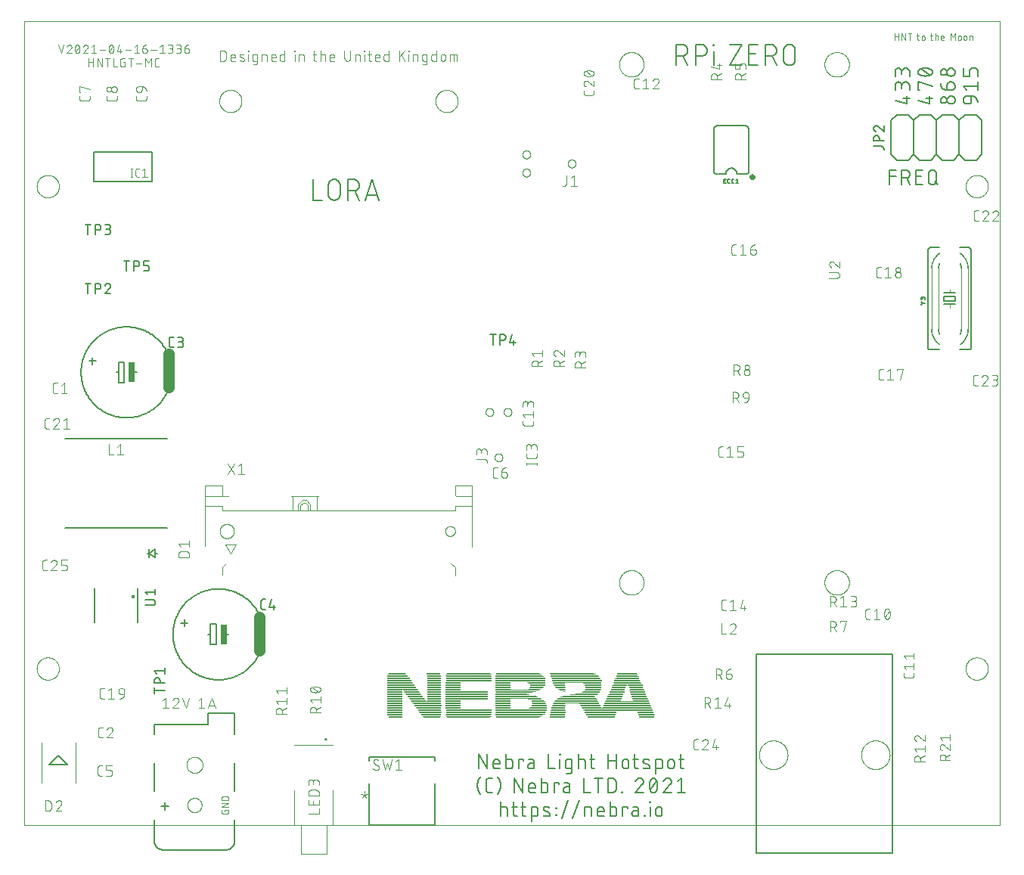
<source format=gto>
G04 EAGLE Gerber RS-274X export*
G75*
%MOMM*%
%FSLAX34Y34*%
%LPD*%
%INTop silk*%
%IPPOS*%
%AMOC8*
5,1,8,0,0,1.08239X$1,22.5*%
G01*
%ADD10C,0.000000*%
%ADD11C,0.203200*%
%ADD12C,0.101600*%
%ADD13R,1.524000X0.084838*%
%ADD14R,1.778000X0.084838*%
%ADD15R,4.826000X0.084838*%
%ADD16R,4.318000X0.084838*%
%ADD17R,1.694181X0.084838*%
%ADD18R,2.877819X0.084838*%
%ADD19R,1.437638X0.084838*%
%ADD20R,1.524000X0.084581*%
%ADD21R,1.864363X0.084581*%
%ADD22R,4.826000X0.084581*%
%ADD23R,1.694181X0.084581*%
%ADD24R,3.048000X0.084581*%
%ADD25R,1.610363X0.084581*%
%ADD26R,1.607819X0.084581*%
%ADD27R,1.948181X0.084581*%
%ADD28R,4.996181X0.084581*%
%ADD29R,1.607819X0.084838*%
%ADD30R,2.032000X0.084838*%
%ADD31R,4.996181X0.084838*%
%ADD32R,5.250181X0.084838*%
%ADD33R,3.218181X0.084838*%
%ADD34R,2.202181X0.084581*%
%ADD35R,5.080000X0.084581*%
%ADD36R,5.334000X0.084581*%
%ADD37R,3.302000X0.084581*%
%ADD38R,1.861819X0.084581*%
%ADD39R,5.163819X0.084581*%
%ADD40R,5.504181X0.084581*%
%ADD41R,1.778000X0.084581*%
%ADD42R,2.286000X0.084838*%
%ADD43R,5.163819X0.084838*%
%ADD44R,5.588000X0.084838*%
%ADD45R,3.469638X0.084838*%
%ADD46R,2.369819X0.084581*%
%ADD47R,5.588000X0.084581*%
%ADD48R,3.556000X0.084581*%
%ADD49R,2.456181X0.084581*%
%ADD50R,5.671819X0.084581*%
%ADD51R,2.456181X0.084838*%
%ADD52R,5.671819X0.084838*%
%ADD53R,1.610363X0.084838*%
%ADD54R,3.726181X0.084838*%
%ADD55R,2.540000X0.084581*%
%ADD56R,5.758181X0.084581*%
%ADD57R,7.703819X0.084581*%
%ADD58R,2.623819X0.084581*%
%ADD59R,7.787638X0.084581*%
%ADD60R,2.710181X0.084838*%
%ADD61R,5.758181X0.084838*%
%ADD62R,7.790181X0.084838*%
%ADD63R,2.710181X0.084581*%
%ADD64R,2.032000X0.084581*%
%ADD65R,7.790181X0.084581*%
%ADD66R,2.794000X0.084581*%
%ADD67R,5.420363X0.084581*%
%ADD68R,1.440181X0.084838*%
%ADD69R,5.420363X0.084838*%
%ADD70R,2.964181X0.084581*%
%ADD71R,1.440181X0.084581*%
%ADD72R,2.199638X0.084581*%
%ADD73R,1.356363X0.084581*%
%ADD74R,2.286000X0.084581*%
%ADD75R,5.247638X0.084581*%
%ADD76R,3.048000X0.084838*%
%ADD77R,1.356363X0.084838*%
%ADD78R,2.202181X0.084838*%
%ADD79R,3.131819X0.084581*%
%ADD80R,3.218181X0.084581*%
%ADD81R,4.909819X0.084838*%
%ADD82R,4.912363X0.084838*%
%ADD83R,4.909819X0.084581*%
%ADD84R,4.912363X0.084581*%
%ADD85R,1.691638X0.084581*%
%ADD86R,1.437638X0.084581*%
%ADD87R,4.742181X0.084581*%
%ADD88R,4.655819X0.084838*%
%ADD89R,4.572000X0.084838*%
%ADD90R,1.691638X0.084838*%
%ADD91R,4.488181X0.084581*%
%ADD92R,4.231638X0.084581*%
%ADD93R,4.742181X0.084838*%
%ADD94R,4.064000X0.084838*%
%ADD95R,3.893819X0.084581*%
%ADD96R,4.147819X0.084838*%
%ADD97R,3.302000X0.084838*%
%ADD98R,3.810000X0.084581*%
%ADD99R,2.118362X0.084838*%
%ADD100R,4.147819X0.084581*%
%ADD101R,0.170181X0.084581*%
%ADD102R,0.424181X0.084838*%
%ADD103R,1.861819X0.084838*%
%ADD104R,0.594363X0.084581*%
%ADD105R,3.388362X0.084581*%
%ADD106R,1.353819X0.084581*%
%ADD107R,0.762000X0.084581*%
%ADD108R,1.353819X0.084838*%
%ADD109R,0.932181X0.084838*%
%ADD110R,1.016000X0.084581*%
%ADD111R,1.102363X0.084581*%
%ADD112R,3.134362X0.084838*%
%ADD113R,1.186181X0.084838*%
%ADD114R,1.186181X0.084581*%
%ADD115R,1.270000X0.084581*%
%ADD116R,2.964181X0.084838*%
%ADD117R,1.948181X0.084838*%
%ADD118R,3.215638X0.084838*%
%ADD119R,2.880362X0.084581*%
%ADD120R,2.794000X0.084838*%
%ADD121R,5.504181X0.084838*%
%ADD122R,2.626362X0.084581*%
%ADD123R,2.540000X0.084838*%
%ADD124R,5.501638X0.084838*%
%ADD125R,5.501638X0.084581*%
%ADD126R,2.707638X0.084581*%
%ADD127R,5.417819X0.084581*%
%ADD128R,2.372362X0.084838*%
%ADD129R,5.417819X0.084838*%
%ADD130R,5.250181X0.084581*%
%ADD131R,2.372362X0.084581*%
%ADD132R,2.115819X0.084838*%
%ADD133R,5.166362X0.084838*%
%ADD134R,4.401819X0.084838*%
%ADD135C,0.076200*%
%ADD136C,0.152400*%
%ADD137C,1.270000*%
%ADD138C,0.127000*%
%ADD139C,0.177800*%
%ADD140C,0.449000*%
%ADD141C,0.200000*%
%ADD142C,0.005078*%
%ADD143C,0.050800*%
%ADD144C,0.100000*%
%ADD145C,0.100000*%
%ADD146C,0.200000*%
%ADD147R,0.635000X2.286000*%

G36*
X980830Y722380D02*
X980830Y722380D01*
X980832Y722382D01*
X980833Y722381D01*
X981504Y722616D01*
X981505Y722617D01*
X981506Y722617D01*
X982108Y722995D01*
X982109Y722997D01*
X982111Y722997D01*
X982613Y723499D01*
X982613Y723501D01*
X982615Y723502D01*
X982993Y724104D01*
X982993Y724105D01*
X982994Y724106D01*
X983229Y724777D01*
X983229Y724779D01*
X983230Y724780D01*
X983309Y725486D01*
X983309Y725487D01*
X983308Y725488D01*
X983309Y725489D01*
X983230Y726195D01*
X983228Y726197D01*
X983229Y726198D01*
X982994Y726869D01*
X982993Y726870D01*
X982993Y726871D01*
X982615Y727473D01*
X982613Y727474D01*
X982613Y727476D01*
X982111Y727978D01*
X982109Y727978D01*
X982108Y727980D01*
X981506Y728358D01*
X981505Y728358D01*
X981504Y728359D01*
X980833Y728594D01*
X980831Y728594D01*
X980830Y728595D01*
X980124Y728674D01*
X980122Y728673D01*
X980121Y728674D01*
X979415Y728595D01*
X979413Y728593D01*
X979412Y728594D01*
X978741Y728359D01*
X978740Y728358D01*
X978739Y728358D01*
X978137Y727980D01*
X978136Y727978D01*
X978134Y727978D01*
X977632Y727476D01*
X977632Y727474D01*
X977630Y727473D01*
X977252Y726871D01*
X977252Y726870D01*
X977251Y726869D01*
X977016Y726198D01*
X977017Y726196D01*
X977015Y726195D01*
X976936Y725489D01*
X976937Y725487D01*
X976936Y725486D01*
X977015Y724780D01*
X977017Y724778D01*
X977016Y724777D01*
X977251Y724106D01*
X977252Y724105D01*
X977252Y724104D01*
X977630Y723502D01*
X977632Y723501D01*
X977632Y723499D01*
X978134Y722997D01*
X978136Y722997D01*
X978137Y722995D01*
X978739Y722617D01*
X978740Y722617D01*
X978741Y722616D01*
X979412Y722381D01*
X979414Y722382D01*
X979415Y722380D01*
X980121Y722301D01*
X980123Y722302D01*
X980124Y722301D01*
X980830Y722380D01*
G37*
D10*
X165100Y0D02*
X1257300Y0D01*
X1257300Y900000D01*
X165100Y900000D01*
X165100Y0D01*
X178850Y175000D02*
X178854Y175307D01*
X178865Y175613D01*
X178884Y175920D01*
X178910Y176225D01*
X178944Y176530D01*
X178985Y176834D01*
X179034Y177137D01*
X179090Y177439D01*
X179154Y177739D01*
X179225Y178037D01*
X179303Y178334D01*
X179388Y178629D01*
X179481Y178921D01*
X179581Y179211D01*
X179688Y179499D01*
X179802Y179784D01*
X179922Y180066D01*
X180050Y180344D01*
X180185Y180620D01*
X180326Y180892D01*
X180474Y181161D01*
X180628Y181426D01*
X180789Y181687D01*
X180957Y181945D01*
X181130Y182198D01*
X181310Y182446D01*
X181496Y182690D01*
X181687Y182930D01*
X181885Y183165D01*
X182088Y183394D01*
X182297Y183619D01*
X182511Y183839D01*
X182731Y184053D01*
X182956Y184262D01*
X183185Y184465D01*
X183420Y184663D01*
X183660Y184854D01*
X183904Y185040D01*
X184152Y185220D01*
X184405Y185393D01*
X184663Y185561D01*
X184924Y185722D01*
X185189Y185876D01*
X185458Y186024D01*
X185730Y186165D01*
X186006Y186300D01*
X186284Y186428D01*
X186566Y186548D01*
X186851Y186662D01*
X187139Y186769D01*
X187429Y186869D01*
X187721Y186962D01*
X188016Y187047D01*
X188313Y187125D01*
X188611Y187196D01*
X188911Y187260D01*
X189213Y187316D01*
X189516Y187365D01*
X189820Y187406D01*
X190125Y187440D01*
X190430Y187466D01*
X190737Y187485D01*
X191043Y187496D01*
X191350Y187500D01*
X191657Y187496D01*
X191963Y187485D01*
X192270Y187466D01*
X192575Y187440D01*
X192880Y187406D01*
X193184Y187365D01*
X193487Y187316D01*
X193789Y187260D01*
X194089Y187196D01*
X194387Y187125D01*
X194684Y187047D01*
X194979Y186962D01*
X195271Y186869D01*
X195561Y186769D01*
X195849Y186662D01*
X196134Y186548D01*
X196416Y186428D01*
X196694Y186300D01*
X196970Y186165D01*
X197242Y186024D01*
X197511Y185876D01*
X197776Y185722D01*
X198037Y185561D01*
X198295Y185393D01*
X198548Y185220D01*
X198796Y185040D01*
X199040Y184854D01*
X199280Y184663D01*
X199515Y184465D01*
X199744Y184262D01*
X199969Y184053D01*
X200189Y183839D01*
X200403Y183619D01*
X200612Y183394D01*
X200815Y183165D01*
X201013Y182930D01*
X201204Y182690D01*
X201390Y182446D01*
X201570Y182198D01*
X201743Y181945D01*
X201911Y181687D01*
X202072Y181426D01*
X202226Y181161D01*
X202374Y180892D01*
X202515Y180620D01*
X202650Y180344D01*
X202778Y180066D01*
X202898Y179784D01*
X203012Y179499D01*
X203119Y179211D01*
X203219Y178921D01*
X203312Y178629D01*
X203397Y178334D01*
X203475Y178037D01*
X203546Y177739D01*
X203610Y177439D01*
X203666Y177137D01*
X203715Y176834D01*
X203756Y176530D01*
X203790Y176225D01*
X203816Y175920D01*
X203835Y175613D01*
X203846Y175307D01*
X203850Y175000D01*
X203846Y174693D01*
X203835Y174387D01*
X203816Y174080D01*
X203790Y173775D01*
X203756Y173470D01*
X203715Y173166D01*
X203666Y172863D01*
X203610Y172561D01*
X203546Y172261D01*
X203475Y171963D01*
X203397Y171666D01*
X203312Y171371D01*
X203219Y171079D01*
X203119Y170789D01*
X203012Y170501D01*
X202898Y170216D01*
X202778Y169934D01*
X202650Y169656D01*
X202515Y169380D01*
X202374Y169108D01*
X202226Y168839D01*
X202072Y168574D01*
X201911Y168313D01*
X201743Y168055D01*
X201570Y167802D01*
X201390Y167554D01*
X201204Y167310D01*
X201013Y167070D01*
X200815Y166835D01*
X200612Y166606D01*
X200403Y166381D01*
X200189Y166161D01*
X199969Y165947D01*
X199744Y165738D01*
X199515Y165535D01*
X199280Y165337D01*
X199040Y165146D01*
X198796Y164960D01*
X198548Y164780D01*
X198295Y164607D01*
X198037Y164439D01*
X197776Y164278D01*
X197511Y164124D01*
X197242Y163976D01*
X196970Y163835D01*
X196694Y163700D01*
X196416Y163572D01*
X196134Y163452D01*
X195849Y163338D01*
X195561Y163231D01*
X195271Y163131D01*
X194979Y163038D01*
X194684Y162953D01*
X194387Y162875D01*
X194089Y162804D01*
X193789Y162740D01*
X193487Y162684D01*
X193184Y162635D01*
X192880Y162594D01*
X192575Y162560D01*
X192270Y162534D01*
X191963Y162515D01*
X191657Y162504D01*
X191350Y162500D01*
X191043Y162504D01*
X190737Y162515D01*
X190430Y162534D01*
X190125Y162560D01*
X189820Y162594D01*
X189516Y162635D01*
X189213Y162684D01*
X188911Y162740D01*
X188611Y162804D01*
X188313Y162875D01*
X188016Y162953D01*
X187721Y163038D01*
X187429Y163131D01*
X187139Y163231D01*
X186851Y163338D01*
X186566Y163452D01*
X186284Y163572D01*
X186006Y163700D01*
X185730Y163835D01*
X185458Y163976D01*
X185189Y164124D01*
X184924Y164278D01*
X184663Y164439D01*
X184405Y164607D01*
X184152Y164780D01*
X183904Y164960D01*
X183660Y165146D01*
X183420Y165337D01*
X183185Y165535D01*
X182956Y165738D01*
X182731Y165947D01*
X182511Y166161D01*
X182297Y166381D01*
X182088Y166606D01*
X181885Y166835D01*
X181687Y167070D01*
X181496Y167310D01*
X181310Y167554D01*
X181130Y167802D01*
X180957Y168055D01*
X180789Y168313D01*
X180628Y168574D01*
X180474Y168839D01*
X180326Y169108D01*
X180185Y169380D01*
X180050Y169656D01*
X179922Y169934D01*
X179802Y170216D01*
X179688Y170501D01*
X179581Y170789D01*
X179481Y171079D01*
X179388Y171371D01*
X179303Y171666D01*
X179225Y171963D01*
X179154Y172261D01*
X179090Y172561D01*
X179034Y172863D01*
X178985Y173166D01*
X178944Y173470D01*
X178910Y173775D01*
X178884Y174080D01*
X178865Y174387D01*
X178854Y174693D01*
X178850Y175000D01*
X1218850Y175000D02*
X1218854Y175307D01*
X1218865Y175613D01*
X1218884Y175920D01*
X1218910Y176225D01*
X1218944Y176530D01*
X1218985Y176834D01*
X1219034Y177137D01*
X1219090Y177439D01*
X1219154Y177739D01*
X1219225Y178037D01*
X1219303Y178334D01*
X1219388Y178629D01*
X1219481Y178921D01*
X1219581Y179211D01*
X1219688Y179499D01*
X1219802Y179784D01*
X1219922Y180066D01*
X1220050Y180344D01*
X1220185Y180620D01*
X1220326Y180892D01*
X1220474Y181161D01*
X1220628Y181426D01*
X1220789Y181687D01*
X1220957Y181945D01*
X1221130Y182198D01*
X1221310Y182446D01*
X1221496Y182690D01*
X1221687Y182930D01*
X1221885Y183165D01*
X1222088Y183394D01*
X1222297Y183619D01*
X1222511Y183839D01*
X1222731Y184053D01*
X1222956Y184262D01*
X1223185Y184465D01*
X1223420Y184663D01*
X1223660Y184854D01*
X1223904Y185040D01*
X1224152Y185220D01*
X1224405Y185393D01*
X1224663Y185561D01*
X1224924Y185722D01*
X1225189Y185876D01*
X1225458Y186024D01*
X1225730Y186165D01*
X1226006Y186300D01*
X1226284Y186428D01*
X1226566Y186548D01*
X1226851Y186662D01*
X1227139Y186769D01*
X1227429Y186869D01*
X1227721Y186962D01*
X1228016Y187047D01*
X1228313Y187125D01*
X1228611Y187196D01*
X1228911Y187260D01*
X1229213Y187316D01*
X1229516Y187365D01*
X1229820Y187406D01*
X1230125Y187440D01*
X1230430Y187466D01*
X1230737Y187485D01*
X1231043Y187496D01*
X1231350Y187500D01*
X1231657Y187496D01*
X1231963Y187485D01*
X1232270Y187466D01*
X1232575Y187440D01*
X1232880Y187406D01*
X1233184Y187365D01*
X1233487Y187316D01*
X1233789Y187260D01*
X1234089Y187196D01*
X1234387Y187125D01*
X1234684Y187047D01*
X1234979Y186962D01*
X1235271Y186869D01*
X1235561Y186769D01*
X1235849Y186662D01*
X1236134Y186548D01*
X1236416Y186428D01*
X1236694Y186300D01*
X1236970Y186165D01*
X1237242Y186024D01*
X1237511Y185876D01*
X1237776Y185722D01*
X1238037Y185561D01*
X1238295Y185393D01*
X1238548Y185220D01*
X1238796Y185040D01*
X1239040Y184854D01*
X1239280Y184663D01*
X1239515Y184465D01*
X1239744Y184262D01*
X1239969Y184053D01*
X1240189Y183839D01*
X1240403Y183619D01*
X1240612Y183394D01*
X1240815Y183165D01*
X1241013Y182930D01*
X1241204Y182690D01*
X1241390Y182446D01*
X1241570Y182198D01*
X1241743Y181945D01*
X1241911Y181687D01*
X1242072Y181426D01*
X1242226Y181161D01*
X1242374Y180892D01*
X1242515Y180620D01*
X1242650Y180344D01*
X1242778Y180066D01*
X1242898Y179784D01*
X1243012Y179499D01*
X1243119Y179211D01*
X1243219Y178921D01*
X1243312Y178629D01*
X1243397Y178334D01*
X1243475Y178037D01*
X1243546Y177739D01*
X1243610Y177439D01*
X1243666Y177137D01*
X1243715Y176834D01*
X1243756Y176530D01*
X1243790Y176225D01*
X1243816Y175920D01*
X1243835Y175613D01*
X1243846Y175307D01*
X1243850Y175000D01*
X1243846Y174693D01*
X1243835Y174387D01*
X1243816Y174080D01*
X1243790Y173775D01*
X1243756Y173470D01*
X1243715Y173166D01*
X1243666Y172863D01*
X1243610Y172561D01*
X1243546Y172261D01*
X1243475Y171963D01*
X1243397Y171666D01*
X1243312Y171371D01*
X1243219Y171079D01*
X1243119Y170789D01*
X1243012Y170501D01*
X1242898Y170216D01*
X1242778Y169934D01*
X1242650Y169656D01*
X1242515Y169380D01*
X1242374Y169108D01*
X1242226Y168839D01*
X1242072Y168574D01*
X1241911Y168313D01*
X1241743Y168055D01*
X1241570Y167802D01*
X1241390Y167554D01*
X1241204Y167310D01*
X1241013Y167070D01*
X1240815Y166835D01*
X1240612Y166606D01*
X1240403Y166381D01*
X1240189Y166161D01*
X1239969Y165947D01*
X1239744Y165738D01*
X1239515Y165535D01*
X1239280Y165337D01*
X1239040Y165146D01*
X1238796Y164960D01*
X1238548Y164780D01*
X1238295Y164607D01*
X1238037Y164439D01*
X1237776Y164278D01*
X1237511Y164124D01*
X1237242Y163976D01*
X1236970Y163835D01*
X1236694Y163700D01*
X1236416Y163572D01*
X1236134Y163452D01*
X1235849Y163338D01*
X1235561Y163231D01*
X1235271Y163131D01*
X1234979Y163038D01*
X1234684Y162953D01*
X1234387Y162875D01*
X1234089Y162804D01*
X1233789Y162740D01*
X1233487Y162684D01*
X1233184Y162635D01*
X1232880Y162594D01*
X1232575Y162560D01*
X1232270Y162534D01*
X1231963Y162515D01*
X1231657Y162504D01*
X1231350Y162500D01*
X1231043Y162504D01*
X1230737Y162515D01*
X1230430Y162534D01*
X1230125Y162560D01*
X1229820Y162594D01*
X1229516Y162635D01*
X1229213Y162684D01*
X1228911Y162740D01*
X1228611Y162804D01*
X1228313Y162875D01*
X1228016Y162953D01*
X1227721Y163038D01*
X1227429Y163131D01*
X1227139Y163231D01*
X1226851Y163338D01*
X1226566Y163452D01*
X1226284Y163572D01*
X1226006Y163700D01*
X1225730Y163835D01*
X1225458Y163976D01*
X1225189Y164124D01*
X1224924Y164278D01*
X1224663Y164439D01*
X1224405Y164607D01*
X1224152Y164780D01*
X1223904Y164960D01*
X1223660Y165146D01*
X1223420Y165337D01*
X1223185Y165535D01*
X1222956Y165738D01*
X1222731Y165947D01*
X1222511Y166161D01*
X1222297Y166381D01*
X1222088Y166606D01*
X1221885Y166835D01*
X1221687Y167070D01*
X1221496Y167310D01*
X1221310Y167554D01*
X1221130Y167802D01*
X1220957Y168055D01*
X1220789Y168313D01*
X1220628Y168574D01*
X1220474Y168839D01*
X1220326Y169108D01*
X1220185Y169380D01*
X1220050Y169656D01*
X1219922Y169934D01*
X1219802Y170216D01*
X1219688Y170501D01*
X1219581Y170789D01*
X1219481Y171079D01*
X1219388Y171371D01*
X1219303Y171666D01*
X1219225Y171963D01*
X1219154Y172261D01*
X1219090Y172561D01*
X1219034Y172863D01*
X1218985Y173166D01*
X1218944Y173470D01*
X1218910Y173775D01*
X1218884Y174080D01*
X1218865Y174387D01*
X1218854Y174693D01*
X1218850Y175000D01*
X178850Y715000D02*
X178854Y715307D01*
X178865Y715613D01*
X178884Y715920D01*
X178910Y716225D01*
X178944Y716530D01*
X178985Y716834D01*
X179034Y717137D01*
X179090Y717439D01*
X179154Y717739D01*
X179225Y718037D01*
X179303Y718334D01*
X179388Y718629D01*
X179481Y718921D01*
X179581Y719211D01*
X179688Y719499D01*
X179802Y719784D01*
X179922Y720066D01*
X180050Y720344D01*
X180185Y720620D01*
X180326Y720892D01*
X180474Y721161D01*
X180628Y721426D01*
X180789Y721687D01*
X180957Y721945D01*
X181130Y722198D01*
X181310Y722446D01*
X181496Y722690D01*
X181687Y722930D01*
X181885Y723165D01*
X182088Y723394D01*
X182297Y723619D01*
X182511Y723839D01*
X182731Y724053D01*
X182956Y724262D01*
X183185Y724465D01*
X183420Y724663D01*
X183660Y724854D01*
X183904Y725040D01*
X184152Y725220D01*
X184405Y725393D01*
X184663Y725561D01*
X184924Y725722D01*
X185189Y725876D01*
X185458Y726024D01*
X185730Y726165D01*
X186006Y726300D01*
X186284Y726428D01*
X186566Y726548D01*
X186851Y726662D01*
X187139Y726769D01*
X187429Y726869D01*
X187721Y726962D01*
X188016Y727047D01*
X188313Y727125D01*
X188611Y727196D01*
X188911Y727260D01*
X189213Y727316D01*
X189516Y727365D01*
X189820Y727406D01*
X190125Y727440D01*
X190430Y727466D01*
X190737Y727485D01*
X191043Y727496D01*
X191350Y727500D01*
X191657Y727496D01*
X191963Y727485D01*
X192270Y727466D01*
X192575Y727440D01*
X192880Y727406D01*
X193184Y727365D01*
X193487Y727316D01*
X193789Y727260D01*
X194089Y727196D01*
X194387Y727125D01*
X194684Y727047D01*
X194979Y726962D01*
X195271Y726869D01*
X195561Y726769D01*
X195849Y726662D01*
X196134Y726548D01*
X196416Y726428D01*
X196694Y726300D01*
X196970Y726165D01*
X197242Y726024D01*
X197511Y725876D01*
X197776Y725722D01*
X198037Y725561D01*
X198295Y725393D01*
X198548Y725220D01*
X198796Y725040D01*
X199040Y724854D01*
X199280Y724663D01*
X199515Y724465D01*
X199744Y724262D01*
X199969Y724053D01*
X200189Y723839D01*
X200403Y723619D01*
X200612Y723394D01*
X200815Y723165D01*
X201013Y722930D01*
X201204Y722690D01*
X201390Y722446D01*
X201570Y722198D01*
X201743Y721945D01*
X201911Y721687D01*
X202072Y721426D01*
X202226Y721161D01*
X202374Y720892D01*
X202515Y720620D01*
X202650Y720344D01*
X202778Y720066D01*
X202898Y719784D01*
X203012Y719499D01*
X203119Y719211D01*
X203219Y718921D01*
X203312Y718629D01*
X203397Y718334D01*
X203475Y718037D01*
X203546Y717739D01*
X203610Y717439D01*
X203666Y717137D01*
X203715Y716834D01*
X203756Y716530D01*
X203790Y716225D01*
X203816Y715920D01*
X203835Y715613D01*
X203846Y715307D01*
X203850Y715000D01*
X203846Y714693D01*
X203835Y714387D01*
X203816Y714080D01*
X203790Y713775D01*
X203756Y713470D01*
X203715Y713166D01*
X203666Y712863D01*
X203610Y712561D01*
X203546Y712261D01*
X203475Y711963D01*
X203397Y711666D01*
X203312Y711371D01*
X203219Y711079D01*
X203119Y710789D01*
X203012Y710501D01*
X202898Y710216D01*
X202778Y709934D01*
X202650Y709656D01*
X202515Y709380D01*
X202374Y709108D01*
X202226Y708839D01*
X202072Y708574D01*
X201911Y708313D01*
X201743Y708055D01*
X201570Y707802D01*
X201390Y707554D01*
X201204Y707310D01*
X201013Y707070D01*
X200815Y706835D01*
X200612Y706606D01*
X200403Y706381D01*
X200189Y706161D01*
X199969Y705947D01*
X199744Y705738D01*
X199515Y705535D01*
X199280Y705337D01*
X199040Y705146D01*
X198796Y704960D01*
X198548Y704780D01*
X198295Y704607D01*
X198037Y704439D01*
X197776Y704278D01*
X197511Y704124D01*
X197242Y703976D01*
X196970Y703835D01*
X196694Y703700D01*
X196416Y703572D01*
X196134Y703452D01*
X195849Y703338D01*
X195561Y703231D01*
X195271Y703131D01*
X194979Y703038D01*
X194684Y702953D01*
X194387Y702875D01*
X194089Y702804D01*
X193789Y702740D01*
X193487Y702684D01*
X193184Y702635D01*
X192880Y702594D01*
X192575Y702560D01*
X192270Y702534D01*
X191963Y702515D01*
X191657Y702504D01*
X191350Y702500D01*
X191043Y702504D01*
X190737Y702515D01*
X190430Y702534D01*
X190125Y702560D01*
X189820Y702594D01*
X189516Y702635D01*
X189213Y702684D01*
X188911Y702740D01*
X188611Y702804D01*
X188313Y702875D01*
X188016Y702953D01*
X187721Y703038D01*
X187429Y703131D01*
X187139Y703231D01*
X186851Y703338D01*
X186566Y703452D01*
X186284Y703572D01*
X186006Y703700D01*
X185730Y703835D01*
X185458Y703976D01*
X185189Y704124D01*
X184924Y704278D01*
X184663Y704439D01*
X184405Y704607D01*
X184152Y704780D01*
X183904Y704960D01*
X183660Y705146D01*
X183420Y705337D01*
X183185Y705535D01*
X182956Y705738D01*
X182731Y705947D01*
X182511Y706161D01*
X182297Y706381D01*
X182088Y706606D01*
X181885Y706835D01*
X181687Y707070D01*
X181496Y707310D01*
X181310Y707554D01*
X181130Y707802D01*
X180957Y708055D01*
X180789Y708313D01*
X180628Y708574D01*
X180474Y708839D01*
X180326Y709108D01*
X180185Y709380D01*
X180050Y709656D01*
X179922Y709934D01*
X179802Y710216D01*
X179688Y710501D01*
X179581Y710789D01*
X179481Y711079D01*
X179388Y711371D01*
X179303Y711666D01*
X179225Y711963D01*
X179154Y712261D01*
X179090Y712561D01*
X179034Y712863D01*
X178985Y713166D01*
X178944Y713470D01*
X178910Y713775D01*
X178884Y714080D01*
X178865Y714387D01*
X178854Y714693D01*
X178850Y715000D01*
X1218850Y715000D02*
X1218854Y715307D01*
X1218865Y715613D01*
X1218884Y715920D01*
X1218910Y716225D01*
X1218944Y716530D01*
X1218985Y716834D01*
X1219034Y717137D01*
X1219090Y717439D01*
X1219154Y717739D01*
X1219225Y718037D01*
X1219303Y718334D01*
X1219388Y718629D01*
X1219481Y718921D01*
X1219581Y719211D01*
X1219688Y719499D01*
X1219802Y719784D01*
X1219922Y720066D01*
X1220050Y720344D01*
X1220185Y720620D01*
X1220326Y720892D01*
X1220474Y721161D01*
X1220628Y721426D01*
X1220789Y721687D01*
X1220957Y721945D01*
X1221130Y722198D01*
X1221310Y722446D01*
X1221496Y722690D01*
X1221687Y722930D01*
X1221885Y723165D01*
X1222088Y723394D01*
X1222297Y723619D01*
X1222511Y723839D01*
X1222731Y724053D01*
X1222956Y724262D01*
X1223185Y724465D01*
X1223420Y724663D01*
X1223660Y724854D01*
X1223904Y725040D01*
X1224152Y725220D01*
X1224405Y725393D01*
X1224663Y725561D01*
X1224924Y725722D01*
X1225189Y725876D01*
X1225458Y726024D01*
X1225730Y726165D01*
X1226006Y726300D01*
X1226284Y726428D01*
X1226566Y726548D01*
X1226851Y726662D01*
X1227139Y726769D01*
X1227429Y726869D01*
X1227721Y726962D01*
X1228016Y727047D01*
X1228313Y727125D01*
X1228611Y727196D01*
X1228911Y727260D01*
X1229213Y727316D01*
X1229516Y727365D01*
X1229820Y727406D01*
X1230125Y727440D01*
X1230430Y727466D01*
X1230737Y727485D01*
X1231043Y727496D01*
X1231350Y727500D01*
X1231657Y727496D01*
X1231963Y727485D01*
X1232270Y727466D01*
X1232575Y727440D01*
X1232880Y727406D01*
X1233184Y727365D01*
X1233487Y727316D01*
X1233789Y727260D01*
X1234089Y727196D01*
X1234387Y727125D01*
X1234684Y727047D01*
X1234979Y726962D01*
X1235271Y726869D01*
X1235561Y726769D01*
X1235849Y726662D01*
X1236134Y726548D01*
X1236416Y726428D01*
X1236694Y726300D01*
X1236970Y726165D01*
X1237242Y726024D01*
X1237511Y725876D01*
X1237776Y725722D01*
X1238037Y725561D01*
X1238295Y725393D01*
X1238548Y725220D01*
X1238796Y725040D01*
X1239040Y724854D01*
X1239280Y724663D01*
X1239515Y724465D01*
X1239744Y724262D01*
X1239969Y724053D01*
X1240189Y723839D01*
X1240403Y723619D01*
X1240612Y723394D01*
X1240815Y723165D01*
X1241013Y722930D01*
X1241204Y722690D01*
X1241390Y722446D01*
X1241570Y722198D01*
X1241743Y721945D01*
X1241911Y721687D01*
X1242072Y721426D01*
X1242226Y721161D01*
X1242374Y720892D01*
X1242515Y720620D01*
X1242650Y720344D01*
X1242778Y720066D01*
X1242898Y719784D01*
X1243012Y719499D01*
X1243119Y719211D01*
X1243219Y718921D01*
X1243312Y718629D01*
X1243397Y718334D01*
X1243475Y718037D01*
X1243546Y717739D01*
X1243610Y717439D01*
X1243666Y717137D01*
X1243715Y716834D01*
X1243756Y716530D01*
X1243790Y716225D01*
X1243816Y715920D01*
X1243835Y715613D01*
X1243846Y715307D01*
X1243850Y715000D01*
X1243846Y714693D01*
X1243835Y714387D01*
X1243816Y714080D01*
X1243790Y713775D01*
X1243756Y713470D01*
X1243715Y713166D01*
X1243666Y712863D01*
X1243610Y712561D01*
X1243546Y712261D01*
X1243475Y711963D01*
X1243397Y711666D01*
X1243312Y711371D01*
X1243219Y711079D01*
X1243119Y710789D01*
X1243012Y710501D01*
X1242898Y710216D01*
X1242778Y709934D01*
X1242650Y709656D01*
X1242515Y709380D01*
X1242374Y709108D01*
X1242226Y708839D01*
X1242072Y708574D01*
X1241911Y708313D01*
X1241743Y708055D01*
X1241570Y707802D01*
X1241390Y707554D01*
X1241204Y707310D01*
X1241013Y707070D01*
X1240815Y706835D01*
X1240612Y706606D01*
X1240403Y706381D01*
X1240189Y706161D01*
X1239969Y705947D01*
X1239744Y705738D01*
X1239515Y705535D01*
X1239280Y705337D01*
X1239040Y705146D01*
X1238796Y704960D01*
X1238548Y704780D01*
X1238295Y704607D01*
X1238037Y704439D01*
X1237776Y704278D01*
X1237511Y704124D01*
X1237242Y703976D01*
X1236970Y703835D01*
X1236694Y703700D01*
X1236416Y703572D01*
X1236134Y703452D01*
X1235849Y703338D01*
X1235561Y703231D01*
X1235271Y703131D01*
X1234979Y703038D01*
X1234684Y702953D01*
X1234387Y702875D01*
X1234089Y702804D01*
X1233789Y702740D01*
X1233487Y702684D01*
X1233184Y702635D01*
X1232880Y702594D01*
X1232575Y702560D01*
X1232270Y702534D01*
X1231963Y702515D01*
X1231657Y702504D01*
X1231350Y702500D01*
X1231043Y702504D01*
X1230737Y702515D01*
X1230430Y702534D01*
X1230125Y702560D01*
X1229820Y702594D01*
X1229516Y702635D01*
X1229213Y702684D01*
X1228911Y702740D01*
X1228611Y702804D01*
X1228313Y702875D01*
X1228016Y702953D01*
X1227721Y703038D01*
X1227429Y703131D01*
X1227139Y703231D01*
X1226851Y703338D01*
X1226566Y703452D01*
X1226284Y703572D01*
X1226006Y703700D01*
X1225730Y703835D01*
X1225458Y703976D01*
X1225189Y704124D01*
X1224924Y704278D01*
X1224663Y704439D01*
X1224405Y704607D01*
X1224152Y704780D01*
X1223904Y704960D01*
X1223660Y705146D01*
X1223420Y705337D01*
X1223185Y705535D01*
X1222956Y705738D01*
X1222731Y705947D01*
X1222511Y706161D01*
X1222297Y706381D01*
X1222088Y706606D01*
X1221885Y706835D01*
X1221687Y707070D01*
X1221496Y707310D01*
X1221310Y707554D01*
X1221130Y707802D01*
X1220957Y708055D01*
X1220789Y708313D01*
X1220628Y708574D01*
X1220474Y708839D01*
X1220326Y709108D01*
X1220185Y709380D01*
X1220050Y709656D01*
X1219922Y709934D01*
X1219802Y710216D01*
X1219688Y710501D01*
X1219581Y710789D01*
X1219481Y711079D01*
X1219388Y711371D01*
X1219303Y711666D01*
X1219225Y711963D01*
X1219154Y712261D01*
X1219090Y712561D01*
X1219034Y712863D01*
X1218985Y713166D01*
X1218944Y713470D01*
X1218910Y713775D01*
X1218884Y714080D01*
X1218865Y714387D01*
X1218854Y714693D01*
X1218850Y715000D01*
D11*
X488091Y722884D02*
X488091Y699516D01*
X498476Y699516D01*
X505465Y706007D02*
X505465Y716393D01*
X505467Y716552D01*
X505473Y716711D01*
X505483Y716871D01*
X505496Y717029D01*
X505514Y717188D01*
X505535Y717345D01*
X505561Y717503D01*
X505590Y717659D01*
X505623Y717815D01*
X505660Y717970D01*
X505700Y718124D01*
X505745Y718277D01*
X505793Y718429D01*
X505844Y718580D01*
X505900Y718729D01*
X505959Y718877D01*
X506022Y719023D01*
X506088Y719168D01*
X506158Y719311D01*
X506231Y719453D01*
X506308Y719592D01*
X506388Y719730D01*
X506472Y719866D01*
X506559Y719999D01*
X506649Y720131D01*
X506742Y720260D01*
X506839Y720386D01*
X506938Y720511D01*
X507041Y720633D01*
X507146Y720752D01*
X507255Y720869D01*
X507366Y720983D01*
X507480Y721094D01*
X507597Y721203D01*
X507716Y721308D01*
X507838Y721411D01*
X507963Y721510D01*
X508089Y721607D01*
X508218Y721700D01*
X508350Y721790D01*
X508483Y721877D01*
X508619Y721961D01*
X508757Y722041D01*
X508896Y722118D01*
X509038Y722191D01*
X509181Y722261D01*
X509326Y722327D01*
X509472Y722390D01*
X509620Y722449D01*
X509769Y722505D01*
X509920Y722556D01*
X510072Y722604D01*
X510225Y722649D01*
X510379Y722689D01*
X510534Y722726D01*
X510690Y722759D01*
X510846Y722788D01*
X511004Y722814D01*
X511161Y722835D01*
X511320Y722853D01*
X511478Y722866D01*
X511638Y722876D01*
X511797Y722882D01*
X511956Y722884D01*
X512115Y722882D01*
X512274Y722876D01*
X512434Y722866D01*
X512592Y722853D01*
X512751Y722835D01*
X512908Y722814D01*
X513066Y722788D01*
X513222Y722759D01*
X513378Y722726D01*
X513533Y722689D01*
X513687Y722649D01*
X513840Y722604D01*
X513992Y722556D01*
X514143Y722505D01*
X514292Y722449D01*
X514440Y722390D01*
X514586Y722327D01*
X514731Y722261D01*
X514874Y722191D01*
X515016Y722118D01*
X515155Y722041D01*
X515293Y721961D01*
X515429Y721877D01*
X515562Y721790D01*
X515694Y721700D01*
X515823Y721607D01*
X515949Y721510D01*
X516074Y721411D01*
X516196Y721308D01*
X516315Y721203D01*
X516432Y721094D01*
X516546Y720983D01*
X516657Y720869D01*
X516766Y720752D01*
X516871Y720633D01*
X516974Y720511D01*
X517073Y720386D01*
X517170Y720260D01*
X517263Y720131D01*
X517353Y719999D01*
X517440Y719866D01*
X517524Y719730D01*
X517604Y719592D01*
X517681Y719453D01*
X517754Y719311D01*
X517824Y719168D01*
X517890Y719023D01*
X517953Y718877D01*
X518012Y718729D01*
X518068Y718580D01*
X518119Y718429D01*
X518167Y718277D01*
X518212Y718124D01*
X518252Y717970D01*
X518289Y717815D01*
X518322Y717659D01*
X518351Y717503D01*
X518377Y717345D01*
X518398Y717188D01*
X518416Y717029D01*
X518429Y716871D01*
X518439Y716711D01*
X518445Y716552D01*
X518447Y716393D01*
X518448Y716393D02*
X518448Y706007D01*
X518447Y706007D02*
X518445Y705848D01*
X518439Y705689D01*
X518429Y705529D01*
X518416Y705371D01*
X518398Y705212D01*
X518377Y705055D01*
X518351Y704897D01*
X518322Y704741D01*
X518289Y704585D01*
X518252Y704430D01*
X518212Y704276D01*
X518167Y704123D01*
X518119Y703971D01*
X518068Y703820D01*
X518012Y703671D01*
X517953Y703523D01*
X517890Y703377D01*
X517824Y703232D01*
X517754Y703089D01*
X517681Y702947D01*
X517604Y702808D01*
X517524Y702670D01*
X517440Y702534D01*
X517353Y702401D01*
X517263Y702269D01*
X517170Y702140D01*
X517073Y702014D01*
X516974Y701889D01*
X516871Y701767D01*
X516766Y701648D01*
X516657Y701531D01*
X516546Y701417D01*
X516432Y701306D01*
X516315Y701197D01*
X516196Y701092D01*
X516074Y700989D01*
X515949Y700890D01*
X515823Y700793D01*
X515694Y700700D01*
X515562Y700610D01*
X515429Y700523D01*
X515293Y700439D01*
X515155Y700359D01*
X515016Y700282D01*
X514874Y700209D01*
X514731Y700139D01*
X514586Y700073D01*
X514440Y700010D01*
X514292Y699951D01*
X514143Y699895D01*
X513992Y699844D01*
X513840Y699796D01*
X513687Y699751D01*
X513533Y699711D01*
X513378Y699674D01*
X513222Y699641D01*
X513066Y699612D01*
X512908Y699586D01*
X512751Y699565D01*
X512592Y699547D01*
X512434Y699534D01*
X512274Y699524D01*
X512115Y699518D01*
X511956Y699516D01*
X511797Y699518D01*
X511638Y699524D01*
X511478Y699534D01*
X511320Y699547D01*
X511161Y699565D01*
X511004Y699586D01*
X510846Y699612D01*
X510690Y699641D01*
X510534Y699674D01*
X510379Y699711D01*
X510225Y699751D01*
X510072Y699796D01*
X509920Y699844D01*
X509769Y699895D01*
X509620Y699951D01*
X509472Y700010D01*
X509326Y700073D01*
X509181Y700139D01*
X509038Y700209D01*
X508896Y700282D01*
X508757Y700359D01*
X508619Y700439D01*
X508483Y700523D01*
X508350Y700610D01*
X508218Y700700D01*
X508089Y700793D01*
X507963Y700890D01*
X507838Y700989D01*
X507716Y701092D01*
X507597Y701197D01*
X507480Y701306D01*
X507366Y701417D01*
X507255Y701531D01*
X507146Y701648D01*
X507041Y701767D01*
X506938Y701889D01*
X506839Y702014D01*
X506742Y702140D01*
X506649Y702269D01*
X506559Y702401D01*
X506472Y702534D01*
X506388Y702670D01*
X506308Y702808D01*
X506231Y702947D01*
X506158Y703089D01*
X506088Y703232D01*
X506022Y703377D01*
X505959Y703523D01*
X505900Y703671D01*
X505844Y703820D01*
X505793Y703971D01*
X505745Y704123D01*
X505700Y704276D01*
X505660Y704430D01*
X505623Y704585D01*
X505590Y704741D01*
X505561Y704897D01*
X505535Y705055D01*
X505514Y705212D01*
X505496Y705371D01*
X505483Y705529D01*
X505473Y705689D01*
X505467Y705848D01*
X505465Y706007D01*
X527104Y699516D02*
X527104Y722884D01*
X533595Y722884D01*
X533754Y722882D01*
X533913Y722876D01*
X534073Y722866D01*
X534231Y722853D01*
X534390Y722835D01*
X534547Y722814D01*
X534705Y722788D01*
X534861Y722759D01*
X535017Y722726D01*
X535172Y722689D01*
X535326Y722649D01*
X535479Y722604D01*
X535631Y722556D01*
X535782Y722505D01*
X535931Y722449D01*
X536079Y722390D01*
X536225Y722327D01*
X536370Y722261D01*
X536513Y722191D01*
X536655Y722118D01*
X536794Y722041D01*
X536932Y721961D01*
X537068Y721877D01*
X537201Y721790D01*
X537333Y721700D01*
X537462Y721607D01*
X537588Y721510D01*
X537713Y721411D01*
X537835Y721308D01*
X537954Y721203D01*
X538071Y721094D01*
X538185Y720983D01*
X538296Y720869D01*
X538405Y720752D01*
X538510Y720633D01*
X538613Y720511D01*
X538712Y720386D01*
X538809Y720260D01*
X538902Y720131D01*
X538992Y719999D01*
X539079Y719866D01*
X539163Y719730D01*
X539243Y719592D01*
X539320Y719453D01*
X539393Y719311D01*
X539463Y719168D01*
X539529Y719023D01*
X539592Y718877D01*
X539651Y718729D01*
X539707Y718580D01*
X539758Y718429D01*
X539806Y718277D01*
X539851Y718124D01*
X539891Y717970D01*
X539928Y717815D01*
X539961Y717659D01*
X539990Y717503D01*
X540016Y717345D01*
X540037Y717188D01*
X540055Y717029D01*
X540068Y716871D01*
X540078Y716711D01*
X540084Y716552D01*
X540086Y716393D01*
X540084Y716234D01*
X540078Y716075D01*
X540068Y715915D01*
X540055Y715757D01*
X540037Y715598D01*
X540016Y715441D01*
X539990Y715283D01*
X539961Y715127D01*
X539928Y714971D01*
X539891Y714816D01*
X539851Y714662D01*
X539806Y714509D01*
X539758Y714357D01*
X539707Y714206D01*
X539651Y714057D01*
X539592Y713909D01*
X539529Y713763D01*
X539463Y713618D01*
X539393Y713475D01*
X539320Y713333D01*
X539243Y713194D01*
X539163Y713056D01*
X539079Y712920D01*
X538992Y712787D01*
X538902Y712655D01*
X538809Y712526D01*
X538712Y712400D01*
X538613Y712275D01*
X538510Y712153D01*
X538405Y712034D01*
X538296Y711917D01*
X538185Y711803D01*
X538071Y711692D01*
X537954Y711583D01*
X537835Y711478D01*
X537713Y711375D01*
X537588Y711276D01*
X537462Y711179D01*
X537333Y711086D01*
X537201Y710996D01*
X537068Y710909D01*
X536932Y710825D01*
X536794Y710745D01*
X536655Y710668D01*
X536513Y710595D01*
X536370Y710525D01*
X536225Y710459D01*
X536079Y710396D01*
X535931Y710337D01*
X535782Y710281D01*
X535631Y710230D01*
X535479Y710182D01*
X535326Y710137D01*
X535172Y710097D01*
X535017Y710060D01*
X534861Y710027D01*
X534705Y709998D01*
X534547Y709972D01*
X534390Y709951D01*
X534231Y709933D01*
X534073Y709920D01*
X533913Y709910D01*
X533754Y709904D01*
X533595Y709902D01*
X527104Y709902D01*
X534893Y709902D02*
X540086Y699516D01*
X546621Y699516D02*
X554410Y722884D01*
X562199Y699516D01*
X560252Y705358D02*
X548568Y705358D01*
X894730Y850646D02*
X894730Y874014D01*
X901221Y874014D01*
X901380Y874012D01*
X901539Y874006D01*
X901699Y873996D01*
X901857Y873983D01*
X902016Y873965D01*
X902173Y873944D01*
X902331Y873918D01*
X902487Y873889D01*
X902643Y873856D01*
X902798Y873819D01*
X902952Y873779D01*
X903105Y873734D01*
X903257Y873686D01*
X903408Y873635D01*
X903557Y873579D01*
X903705Y873520D01*
X903851Y873457D01*
X903996Y873391D01*
X904139Y873321D01*
X904281Y873248D01*
X904420Y873171D01*
X904558Y873091D01*
X904694Y873007D01*
X904827Y872920D01*
X904959Y872830D01*
X905088Y872737D01*
X905214Y872640D01*
X905339Y872541D01*
X905461Y872438D01*
X905580Y872333D01*
X905697Y872224D01*
X905811Y872113D01*
X905922Y871999D01*
X906031Y871882D01*
X906136Y871763D01*
X906239Y871641D01*
X906338Y871516D01*
X906435Y871390D01*
X906528Y871261D01*
X906618Y871129D01*
X906705Y870996D01*
X906789Y870860D01*
X906869Y870722D01*
X906946Y870583D01*
X907019Y870441D01*
X907089Y870298D01*
X907155Y870153D01*
X907218Y870007D01*
X907277Y869859D01*
X907333Y869710D01*
X907384Y869559D01*
X907432Y869407D01*
X907477Y869254D01*
X907517Y869100D01*
X907554Y868945D01*
X907587Y868789D01*
X907616Y868633D01*
X907642Y868475D01*
X907663Y868318D01*
X907681Y868159D01*
X907694Y868001D01*
X907704Y867841D01*
X907710Y867682D01*
X907712Y867523D01*
X907710Y867364D01*
X907704Y867205D01*
X907694Y867045D01*
X907681Y866887D01*
X907663Y866728D01*
X907642Y866571D01*
X907616Y866413D01*
X907587Y866257D01*
X907554Y866101D01*
X907517Y865946D01*
X907477Y865792D01*
X907432Y865639D01*
X907384Y865487D01*
X907333Y865336D01*
X907277Y865187D01*
X907218Y865039D01*
X907155Y864893D01*
X907089Y864748D01*
X907019Y864605D01*
X906946Y864463D01*
X906869Y864324D01*
X906789Y864186D01*
X906705Y864050D01*
X906618Y863917D01*
X906528Y863785D01*
X906435Y863656D01*
X906338Y863530D01*
X906239Y863405D01*
X906136Y863283D01*
X906031Y863164D01*
X905922Y863047D01*
X905811Y862933D01*
X905697Y862822D01*
X905580Y862713D01*
X905461Y862608D01*
X905339Y862505D01*
X905214Y862406D01*
X905088Y862309D01*
X904959Y862216D01*
X904827Y862126D01*
X904694Y862039D01*
X904558Y861955D01*
X904420Y861875D01*
X904281Y861798D01*
X904139Y861725D01*
X903996Y861655D01*
X903851Y861589D01*
X903705Y861526D01*
X903557Y861467D01*
X903408Y861411D01*
X903257Y861360D01*
X903105Y861312D01*
X902952Y861267D01*
X902798Y861227D01*
X902643Y861190D01*
X902487Y861157D01*
X902331Y861128D01*
X902173Y861102D01*
X902016Y861081D01*
X901857Y861063D01*
X901699Y861050D01*
X901539Y861040D01*
X901380Y861034D01*
X901221Y861032D01*
X894730Y861032D01*
X902520Y861032D02*
X907713Y850646D01*
X916389Y850646D02*
X916389Y874014D01*
X922880Y874014D01*
X923039Y874012D01*
X923198Y874006D01*
X923358Y873996D01*
X923516Y873983D01*
X923675Y873965D01*
X923832Y873944D01*
X923990Y873918D01*
X924146Y873889D01*
X924302Y873856D01*
X924457Y873819D01*
X924611Y873779D01*
X924764Y873734D01*
X924916Y873686D01*
X925067Y873635D01*
X925216Y873579D01*
X925364Y873520D01*
X925510Y873457D01*
X925655Y873391D01*
X925798Y873321D01*
X925940Y873248D01*
X926079Y873171D01*
X926217Y873091D01*
X926353Y873007D01*
X926486Y872920D01*
X926618Y872830D01*
X926747Y872737D01*
X926873Y872640D01*
X926998Y872541D01*
X927120Y872438D01*
X927239Y872333D01*
X927356Y872224D01*
X927470Y872113D01*
X927581Y871999D01*
X927690Y871882D01*
X927795Y871763D01*
X927898Y871641D01*
X927997Y871516D01*
X928094Y871390D01*
X928187Y871261D01*
X928277Y871129D01*
X928364Y870996D01*
X928448Y870860D01*
X928528Y870722D01*
X928605Y870583D01*
X928678Y870441D01*
X928748Y870298D01*
X928814Y870153D01*
X928877Y870007D01*
X928936Y869859D01*
X928992Y869710D01*
X929043Y869559D01*
X929091Y869407D01*
X929136Y869254D01*
X929176Y869100D01*
X929213Y868945D01*
X929246Y868789D01*
X929275Y868633D01*
X929301Y868475D01*
X929322Y868318D01*
X929340Y868159D01*
X929353Y868001D01*
X929363Y867841D01*
X929369Y867682D01*
X929371Y867523D01*
X929369Y867364D01*
X929363Y867205D01*
X929353Y867045D01*
X929340Y866887D01*
X929322Y866728D01*
X929301Y866571D01*
X929275Y866413D01*
X929246Y866257D01*
X929213Y866101D01*
X929176Y865946D01*
X929136Y865792D01*
X929091Y865639D01*
X929043Y865487D01*
X928992Y865336D01*
X928936Y865187D01*
X928877Y865039D01*
X928814Y864893D01*
X928748Y864748D01*
X928678Y864605D01*
X928605Y864463D01*
X928528Y864324D01*
X928448Y864186D01*
X928364Y864050D01*
X928277Y863917D01*
X928187Y863785D01*
X928094Y863656D01*
X927997Y863530D01*
X927898Y863405D01*
X927795Y863283D01*
X927690Y863164D01*
X927581Y863047D01*
X927470Y862933D01*
X927356Y862822D01*
X927239Y862713D01*
X927120Y862608D01*
X926998Y862505D01*
X926873Y862406D01*
X926747Y862309D01*
X926618Y862216D01*
X926486Y862126D01*
X926353Y862039D01*
X926217Y861955D01*
X926079Y861875D01*
X925940Y861798D01*
X925798Y861725D01*
X925655Y861655D01*
X925510Y861589D01*
X925364Y861526D01*
X925216Y861467D01*
X925067Y861411D01*
X924916Y861360D01*
X924764Y861312D01*
X924611Y861267D01*
X924457Y861227D01*
X924302Y861190D01*
X924146Y861157D01*
X923990Y861128D01*
X923832Y861102D01*
X923675Y861081D01*
X923516Y861063D01*
X923358Y861050D01*
X923198Y861040D01*
X923039Y861034D01*
X922880Y861032D01*
X916389Y861032D01*
X936652Y866225D02*
X936652Y850646D01*
X936003Y872716D02*
X936003Y874014D01*
X937301Y874014D01*
X937301Y872716D01*
X936003Y872716D01*
X955215Y874014D02*
X968197Y874014D01*
X955215Y850646D01*
X968197Y850646D01*
X976118Y850646D02*
X986504Y850646D01*
X976118Y850646D02*
X976118Y874014D01*
X986504Y874014D01*
X983907Y863628D02*
X976118Y863628D01*
X994252Y874014D02*
X994252Y850646D01*
X994252Y874014D02*
X1000744Y874014D01*
X1000903Y874012D01*
X1001062Y874006D01*
X1001222Y873996D01*
X1001380Y873983D01*
X1001539Y873965D01*
X1001696Y873944D01*
X1001854Y873918D01*
X1002010Y873889D01*
X1002166Y873856D01*
X1002321Y873819D01*
X1002475Y873779D01*
X1002628Y873734D01*
X1002780Y873686D01*
X1002931Y873635D01*
X1003080Y873579D01*
X1003228Y873520D01*
X1003374Y873457D01*
X1003519Y873391D01*
X1003662Y873321D01*
X1003804Y873248D01*
X1003943Y873171D01*
X1004081Y873091D01*
X1004217Y873007D01*
X1004350Y872920D01*
X1004482Y872830D01*
X1004611Y872737D01*
X1004737Y872640D01*
X1004862Y872541D01*
X1004984Y872438D01*
X1005103Y872333D01*
X1005220Y872224D01*
X1005334Y872113D01*
X1005445Y871999D01*
X1005554Y871882D01*
X1005659Y871763D01*
X1005762Y871641D01*
X1005861Y871516D01*
X1005958Y871390D01*
X1006051Y871261D01*
X1006141Y871129D01*
X1006228Y870996D01*
X1006312Y870860D01*
X1006392Y870722D01*
X1006469Y870583D01*
X1006542Y870441D01*
X1006612Y870298D01*
X1006678Y870153D01*
X1006741Y870007D01*
X1006800Y869859D01*
X1006856Y869710D01*
X1006907Y869559D01*
X1006955Y869407D01*
X1007000Y869254D01*
X1007040Y869100D01*
X1007077Y868945D01*
X1007110Y868789D01*
X1007139Y868633D01*
X1007165Y868475D01*
X1007186Y868318D01*
X1007204Y868159D01*
X1007217Y868001D01*
X1007227Y867841D01*
X1007233Y867682D01*
X1007235Y867523D01*
X1007233Y867364D01*
X1007227Y867205D01*
X1007217Y867045D01*
X1007204Y866887D01*
X1007186Y866728D01*
X1007165Y866571D01*
X1007139Y866413D01*
X1007110Y866257D01*
X1007077Y866101D01*
X1007040Y865946D01*
X1007000Y865792D01*
X1006955Y865639D01*
X1006907Y865487D01*
X1006856Y865336D01*
X1006800Y865187D01*
X1006741Y865039D01*
X1006678Y864893D01*
X1006612Y864748D01*
X1006542Y864605D01*
X1006469Y864463D01*
X1006392Y864324D01*
X1006312Y864186D01*
X1006228Y864050D01*
X1006141Y863917D01*
X1006051Y863785D01*
X1005958Y863656D01*
X1005861Y863530D01*
X1005762Y863405D01*
X1005659Y863283D01*
X1005554Y863164D01*
X1005445Y863047D01*
X1005334Y862933D01*
X1005220Y862822D01*
X1005103Y862713D01*
X1004984Y862608D01*
X1004862Y862505D01*
X1004737Y862406D01*
X1004611Y862309D01*
X1004482Y862216D01*
X1004350Y862126D01*
X1004217Y862039D01*
X1004081Y861955D01*
X1003943Y861875D01*
X1003804Y861798D01*
X1003662Y861725D01*
X1003519Y861655D01*
X1003374Y861589D01*
X1003228Y861526D01*
X1003080Y861467D01*
X1002931Y861411D01*
X1002780Y861360D01*
X1002628Y861312D01*
X1002475Y861267D01*
X1002321Y861227D01*
X1002166Y861190D01*
X1002010Y861157D01*
X1001854Y861128D01*
X1001696Y861102D01*
X1001539Y861081D01*
X1001380Y861063D01*
X1001222Y861050D01*
X1001062Y861040D01*
X1000903Y861034D01*
X1000744Y861032D01*
X994252Y861032D01*
X1002042Y861032D02*
X1007235Y850646D01*
X1015067Y857137D02*
X1015067Y867523D01*
X1015068Y867523D02*
X1015070Y867682D01*
X1015076Y867841D01*
X1015086Y868001D01*
X1015099Y868159D01*
X1015117Y868318D01*
X1015138Y868475D01*
X1015164Y868633D01*
X1015193Y868789D01*
X1015226Y868945D01*
X1015263Y869100D01*
X1015303Y869254D01*
X1015348Y869407D01*
X1015396Y869559D01*
X1015447Y869710D01*
X1015503Y869859D01*
X1015562Y870007D01*
X1015625Y870153D01*
X1015691Y870298D01*
X1015761Y870441D01*
X1015834Y870583D01*
X1015911Y870722D01*
X1015991Y870860D01*
X1016075Y870996D01*
X1016162Y871129D01*
X1016252Y871261D01*
X1016345Y871390D01*
X1016442Y871516D01*
X1016541Y871641D01*
X1016644Y871763D01*
X1016749Y871882D01*
X1016858Y871999D01*
X1016969Y872113D01*
X1017083Y872224D01*
X1017200Y872333D01*
X1017319Y872438D01*
X1017441Y872541D01*
X1017566Y872640D01*
X1017692Y872737D01*
X1017821Y872830D01*
X1017953Y872920D01*
X1018086Y873007D01*
X1018222Y873091D01*
X1018360Y873171D01*
X1018499Y873248D01*
X1018641Y873321D01*
X1018784Y873391D01*
X1018929Y873457D01*
X1019075Y873520D01*
X1019223Y873579D01*
X1019372Y873635D01*
X1019523Y873686D01*
X1019675Y873734D01*
X1019828Y873779D01*
X1019982Y873819D01*
X1020137Y873856D01*
X1020293Y873889D01*
X1020449Y873918D01*
X1020607Y873944D01*
X1020764Y873965D01*
X1020923Y873983D01*
X1021081Y873996D01*
X1021241Y874006D01*
X1021400Y874012D01*
X1021559Y874014D01*
X1021718Y874012D01*
X1021877Y874006D01*
X1022037Y873996D01*
X1022195Y873983D01*
X1022354Y873965D01*
X1022511Y873944D01*
X1022669Y873918D01*
X1022825Y873889D01*
X1022981Y873856D01*
X1023136Y873819D01*
X1023290Y873779D01*
X1023443Y873734D01*
X1023595Y873686D01*
X1023746Y873635D01*
X1023895Y873579D01*
X1024043Y873520D01*
X1024189Y873457D01*
X1024334Y873391D01*
X1024477Y873321D01*
X1024619Y873248D01*
X1024758Y873171D01*
X1024896Y873091D01*
X1025032Y873007D01*
X1025165Y872920D01*
X1025297Y872830D01*
X1025426Y872737D01*
X1025552Y872640D01*
X1025677Y872541D01*
X1025799Y872438D01*
X1025918Y872333D01*
X1026035Y872224D01*
X1026149Y872113D01*
X1026260Y871999D01*
X1026369Y871882D01*
X1026474Y871763D01*
X1026577Y871641D01*
X1026676Y871516D01*
X1026773Y871390D01*
X1026866Y871261D01*
X1026956Y871129D01*
X1027043Y870996D01*
X1027127Y870860D01*
X1027207Y870722D01*
X1027284Y870583D01*
X1027357Y870441D01*
X1027427Y870298D01*
X1027493Y870153D01*
X1027556Y870007D01*
X1027615Y869859D01*
X1027671Y869710D01*
X1027722Y869559D01*
X1027770Y869407D01*
X1027815Y869254D01*
X1027855Y869100D01*
X1027892Y868945D01*
X1027925Y868789D01*
X1027954Y868633D01*
X1027980Y868475D01*
X1028001Y868318D01*
X1028019Y868159D01*
X1028032Y868001D01*
X1028042Y867841D01*
X1028048Y867682D01*
X1028050Y867523D01*
X1028050Y857137D01*
X1028048Y856978D01*
X1028042Y856819D01*
X1028032Y856659D01*
X1028019Y856501D01*
X1028001Y856342D01*
X1027980Y856185D01*
X1027954Y856027D01*
X1027925Y855871D01*
X1027892Y855715D01*
X1027855Y855560D01*
X1027815Y855406D01*
X1027770Y855253D01*
X1027722Y855101D01*
X1027671Y854950D01*
X1027615Y854801D01*
X1027556Y854653D01*
X1027493Y854507D01*
X1027427Y854362D01*
X1027357Y854219D01*
X1027284Y854077D01*
X1027207Y853938D01*
X1027127Y853800D01*
X1027043Y853664D01*
X1026956Y853531D01*
X1026866Y853399D01*
X1026773Y853270D01*
X1026676Y853144D01*
X1026577Y853019D01*
X1026474Y852897D01*
X1026369Y852778D01*
X1026260Y852661D01*
X1026149Y852547D01*
X1026035Y852436D01*
X1025918Y852327D01*
X1025799Y852222D01*
X1025677Y852119D01*
X1025552Y852020D01*
X1025426Y851923D01*
X1025297Y851830D01*
X1025165Y851740D01*
X1025032Y851653D01*
X1024896Y851569D01*
X1024758Y851489D01*
X1024619Y851412D01*
X1024477Y851339D01*
X1024334Y851269D01*
X1024189Y851203D01*
X1024043Y851140D01*
X1023895Y851081D01*
X1023746Y851025D01*
X1023595Y850974D01*
X1023443Y850926D01*
X1023290Y850881D01*
X1023136Y850841D01*
X1022981Y850804D01*
X1022825Y850771D01*
X1022669Y850742D01*
X1022511Y850716D01*
X1022354Y850695D01*
X1022195Y850677D01*
X1022037Y850664D01*
X1021877Y850654D01*
X1021718Y850648D01*
X1021559Y850646D01*
X1021400Y850648D01*
X1021241Y850654D01*
X1021081Y850664D01*
X1020923Y850677D01*
X1020764Y850695D01*
X1020607Y850716D01*
X1020449Y850742D01*
X1020293Y850771D01*
X1020137Y850804D01*
X1019982Y850841D01*
X1019828Y850881D01*
X1019675Y850926D01*
X1019523Y850974D01*
X1019372Y851025D01*
X1019223Y851081D01*
X1019075Y851140D01*
X1018929Y851203D01*
X1018784Y851269D01*
X1018641Y851339D01*
X1018499Y851412D01*
X1018360Y851489D01*
X1018222Y851569D01*
X1018086Y851653D01*
X1017953Y851740D01*
X1017821Y851830D01*
X1017692Y851923D01*
X1017566Y852020D01*
X1017441Y852119D01*
X1017319Y852222D01*
X1017200Y852327D01*
X1017083Y852436D01*
X1016969Y852547D01*
X1016858Y852661D01*
X1016749Y852778D01*
X1016644Y852897D01*
X1016541Y853019D01*
X1016442Y853144D01*
X1016345Y853270D01*
X1016252Y853399D01*
X1016162Y853531D01*
X1016075Y853664D01*
X1015991Y853800D01*
X1015911Y853938D01*
X1015834Y854077D01*
X1015761Y854219D01*
X1015691Y854362D01*
X1015625Y854507D01*
X1015562Y854653D01*
X1015503Y854801D01*
X1015447Y854950D01*
X1015396Y855101D01*
X1015348Y855253D01*
X1015303Y855406D01*
X1015263Y855560D01*
X1015226Y855715D01*
X1015193Y855871D01*
X1015164Y856027D01*
X1015138Y856185D01*
X1015117Y856342D01*
X1015099Y856501D01*
X1015086Y856659D01*
X1015076Y856819D01*
X1015070Y856978D01*
X1015068Y857137D01*
D12*
X323017Y142367D02*
X319772Y139771D01*
X323017Y142367D02*
X323017Y130683D01*
X319772Y130683D02*
X326263Y130683D01*
X337693Y139446D02*
X337691Y139553D01*
X337685Y139659D01*
X337675Y139765D01*
X337662Y139871D01*
X337644Y139977D01*
X337623Y140081D01*
X337598Y140185D01*
X337569Y140288D01*
X337537Y140389D01*
X337500Y140489D01*
X337460Y140588D01*
X337417Y140686D01*
X337370Y140782D01*
X337319Y140876D01*
X337265Y140968D01*
X337208Y141058D01*
X337148Y141146D01*
X337084Y141231D01*
X337017Y141314D01*
X336947Y141395D01*
X336875Y141473D01*
X336799Y141549D01*
X336721Y141621D01*
X336640Y141691D01*
X336557Y141758D01*
X336472Y141822D01*
X336384Y141882D01*
X336294Y141939D01*
X336202Y141993D01*
X336108Y142044D01*
X336012Y142091D01*
X335914Y142134D01*
X335815Y142174D01*
X335715Y142211D01*
X335614Y142243D01*
X335511Y142272D01*
X335407Y142297D01*
X335303Y142318D01*
X335197Y142336D01*
X335091Y142349D01*
X334985Y142359D01*
X334879Y142365D01*
X334772Y142367D01*
X334651Y142365D01*
X334530Y142359D01*
X334410Y142349D01*
X334289Y142336D01*
X334170Y142318D01*
X334050Y142297D01*
X333932Y142272D01*
X333815Y142243D01*
X333698Y142210D01*
X333583Y142174D01*
X333469Y142133D01*
X333356Y142090D01*
X333244Y142042D01*
X333135Y141991D01*
X333027Y141936D01*
X332920Y141878D01*
X332816Y141817D01*
X332714Y141752D01*
X332614Y141684D01*
X332516Y141613D01*
X332420Y141539D01*
X332327Y141462D01*
X332237Y141381D01*
X332149Y141298D01*
X332064Y141212D01*
X331981Y141123D01*
X331902Y141032D01*
X331825Y140938D01*
X331752Y140842D01*
X331682Y140744D01*
X331615Y140643D01*
X331551Y140540D01*
X331491Y140435D01*
X331434Y140328D01*
X331380Y140220D01*
X331330Y140110D01*
X331284Y139998D01*
X331241Y139885D01*
X331202Y139770D01*
X336720Y137174D02*
X336799Y137251D01*
X336875Y137332D01*
X336948Y137415D01*
X337018Y137500D01*
X337085Y137588D01*
X337149Y137678D01*
X337209Y137770D01*
X337266Y137865D01*
X337320Y137961D01*
X337371Y138059D01*
X337418Y138159D01*
X337462Y138261D01*
X337502Y138364D01*
X337538Y138468D01*
X337570Y138574D01*
X337599Y138680D01*
X337624Y138788D01*
X337646Y138896D01*
X337663Y139006D01*
X337677Y139115D01*
X337686Y139225D01*
X337692Y139336D01*
X337694Y139446D01*
X336719Y137174D02*
X331202Y130683D01*
X337693Y130683D01*
X345877Y130683D02*
X341983Y142367D01*
X349772Y142367D02*
X345877Y130683D01*
X360158Y139771D02*
X363403Y142367D01*
X363403Y130683D01*
X360158Y130683D02*
X366649Y130683D01*
X370939Y130683D02*
X374833Y142367D01*
X378728Y130683D01*
X377754Y133604D02*
X371912Y133604D01*
D13*
X580609Y119314D03*
D14*
X620817Y119314D03*
D15*
X662321Y119314D03*
D16*
X715661Y119314D03*
D17*
X761800Y119314D03*
D18*
X810898Y119314D03*
D19*
X861279Y119314D03*
D20*
X580609Y120162D03*
D21*
X621249Y120162D03*
D22*
X662321Y120162D03*
X717337Y120162D03*
D23*
X761800Y120162D03*
D24*
X810911Y120162D03*
D25*
X861279Y120162D03*
D26*
X580190Y121007D03*
D27*
X620830Y121007D03*
D28*
X662308Y121007D03*
X718188Y121007D03*
D23*
X761800Y121007D03*
D24*
X810911Y121007D03*
D23*
X861698Y121007D03*
D29*
X580190Y121854D03*
D30*
X620411Y121854D03*
D31*
X662308Y121854D03*
D32*
X718620Y121854D03*
D17*
X761800Y121854D03*
D33*
X810898Y121854D03*
D17*
X861698Y121854D03*
D23*
X579758Y122702D03*
D34*
X620398Y122702D03*
D35*
X661889Y122702D03*
D36*
X719039Y122702D03*
D23*
X761800Y122702D03*
D37*
X810479Y122702D03*
D38*
X861698Y122702D03*
D23*
X579758Y123547D03*
D34*
X620398Y123547D03*
D39*
X662308Y123547D03*
D40*
X719890Y123547D03*
D23*
X761800Y123547D03*
D37*
X810479Y123547D03*
D41*
X861279Y123547D03*
D17*
X579758Y124394D03*
D42*
X619979Y124394D03*
D43*
X662308Y124394D03*
D44*
X720309Y124394D03*
D17*
X761800Y124394D03*
D45*
X810479Y124394D03*
D14*
X861279Y124394D03*
D23*
X579758Y125242D03*
D46*
X619560Y125242D03*
D39*
X662308Y125242D03*
D47*
X720309Y125242D03*
D25*
X762219Y125242D03*
D48*
X810047Y125242D03*
D41*
X860441Y125242D03*
D23*
X579758Y126087D03*
D49*
X619128Y126087D03*
D39*
X662308Y126087D03*
D50*
X720728Y126087D03*
D25*
X762219Y126087D03*
D48*
X810047Y126087D03*
D41*
X860441Y126087D03*
D17*
X579758Y126934D03*
D51*
X619128Y126934D03*
D43*
X662308Y126934D03*
D52*
X720728Y126934D03*
D53*
X762219Y126934D03*
D54*
X810060Y126934D03*
D14*
X859577Y126934D03*
D23*
X579758Y127782D03*
D55*
X618709Y127782D03*
D39*
X662308Y127782D03*
D56*
X721160Y127782D03*
D25*
X762219Y127782D03*
D57*
X829948Y127782D03*
D23*
X579758Y128627D03*
D58*
X618290Y128627D03*
D39*
X662308Y128627D03*
D56*
X721160Y128627D03*
D20*
X762651Y128627D03*
D59*
X829529Y128627D03*
D17*
X579758Y129474D03*
D60*
X617858Y129474D03*
D43*
X662308Y129474D03*
D61*
X721160Y129474D03*
D13*
X762651Y129474D03*
D62*
X828678Y129474D03*
D23*
X579758Y130322D03*
D63*
X617858Y130322D03*
D23*
X644960Y130322D03*
X700840Y130322D03*
D64*
X739791Y130322D03*
D20*
X762651Y130322D03*
D65*
X828678Y130322D03*
D23*
X579758Y131167D03*
D66*
X617439Y131167D03*
D23*
X644960Y131167D03*
X700840Y131167D03*
D21*
X740629Y131167D03*
D20*
X762651Y131167D03*
D34*
X799900Y131167D03*
D67*
X839689Y131167D03*
D17*
X579758Y132014D03*
D18*
X617020Y132014D03*
D17*
X644960Y132014D03*
X700840Y132014D03*
D14*
X741061Y132014D03*
D68*
X763070Y132014D03*
D42*
X799481Y132014D03*
D69*
X839689Y132014D03*
D23*
X579758Y132862D03*
D70*
X616588Y132862D03*
D23*
X644960Y132862D03*
X700840Y132862D03*
X741480Y132862D03*
D71*
X763070Y132862D03*
D72*
X799049Y132862D03*
D36*
X840121Y132862D03*
D23*
X579758Y133707D03*
D70*
X616588Y133707D03*
D23*
X644960Y133707D03*
X700840Y133707D03*
X741480Y133707D03*
D73*
X763489Y133707D03*
D74*
X798617Y133707D03*
D75*
X839689Y133707D03*
D17*
X579758Y134554D03*
D76*
X616169Y134554D03*
D17*
X644960Y134554D03*
X700840Y134554D03*
D29*
X741048Y134554D03*
D77*
X763489Y134554D03*
D78*
X798198Y134554D03*
D43*
X840108Y134554D03*
D23*
X579758Y135402D03*
D79*
X615750Y135402D03*
D23*
X644960Y135402D03*
X700840Y135402D03*
D26*
X741048Y135402D03*
D73*
X763489Y135402D03*
D34*
X797360Y135402D03*
D35*
X839689Y135402D03*
D23*
X579758Y136247D03*
D80*
X615318Y136247D03*
D23*
X644960Y136247D03*
X700840Y136247D03*
D20*
X740629Y136247D03*
D35*
X782971Y136247D03*
X839689Y136247D03*
D17*
X579758Y137094D03*
D33*
X615318Y137094D03*
D17*
X644960Y137094D03*
X700840Y137094D03*
D68*
X740210Y137094D03*
D81*
X782958Y137094D03*
D82*
X839689Y137094D03*
D23*
X579758Y137942D03*
D37*
X614899Y137942D03*
D23*
X644960Y137942D03*
X700840Y137942D03*
D71*
X740210Y137942D03*
D83*
X782958Y137942D03*
D84*
X839689Y137942D03*
D23*
X579758Y138787D03*
D85*
X606009Y138787D03*
D26*
X623370Y138787D03*
D23*
X644960Y138787D03*
X700840Y138787D03*
D86*
X739359Y138787D03*
D87*
X782958Y138787D03*
D85*
X824449Y138787D03*
D41*
X855361Y138787D03*
D17*
X579758Y139634D03*
X605158Y139634D03*
D29*
X623370Y139634D03*
D88*
X659768Y139634D03*
D17*
X700840Y139634D03*
D68*
X738508Y139634D03*
D89*
X782971Y139634D03*
D90*
X824449Y139634D03*
X854929Y139634D03*
D23*
X579758Y140482D03*
D25*
X604739Y140482D03*
D26*
X623370Y140482D03*
D87*
X660200Y140482D03*
D23*
X700840Y140482D03*
D20*
X736387Y140482D03*
D91*
X783390Y140482D03*
D23*
X825300Y140482D03*
D41*
X854497Y140482D03*
D23*
X579758Y141327D03*
X604320Y141327D03*
D26*
X623370Y141327D03*
D87*
X660200Y141327D03*
D35*
X717769Y141327D03*
D92*
X783809Y141327D03*
D23*
X825300Y141327D03*
X854078Y141327D03*
D17*
X579758Y142174D03*
D90*
X603469Y142174D03*
D29*
X623370Y142174D03*
D93*
X660200Y142174D03*
D81*
X716918Y142174D03*
D94*
X783809Y142174D03*
D17*
X825300Y142174D03*
X854078Y142174D03*
D23*
X579758Y143022D03*
X602618Y143022D03*
D26*
X623370Y143022D03*
D87*
X660200Y143022D03*
X716080Y143022D03*
D95*
X784660Y143022D03*
D23*
X826138Y143022D03*
X853240Y143022D03*
X579758Y143867D03*
D25*
X602199Y143867D03*
D26*
X623370Y143867D03*
D87*
X660200Y143867D03*
D91*
X714810Y143867D03*
D48*
X785511Y143867D03*
D23*
X826138Y143867D03*
X853240Y143867D03*
D17*
X579758Y144714D03*
X601780Y144714D03*
D29*
X623370Y144714D03*
D93*
X660200Y144714D03*
D96*
X713108Y144714D03*
D97*
X787619Y144714D03*
D29*
X826570Y144714D03*
D17*
X853240Y144714D03*
D23*
X579758Y145562D03*
D85*
X600929Y145562D03*
D26*
X623370Y145562D03*
D87*
X660200Y145562D03*
D98*
X711419Y145562D03*
D70*
X791010Y145562D03*
D85*
X826989Y145562D03*
X852389Y145562D03*
D23*
X579758Y146407D03*
X600078Y146407D03*
D26*
X623370Y146407D03*
D87*
X660200Y146407D03*
D48*
X710149Y146407D03*
D55*
X794807Y146407D03*
D26*
X827408Y146407D03*
D85*
X852389Y146407D03*
D17*
X579758Y147254D03*
X600078Y147254D03*
D29*
X623370Y147254D03*
D93*
X660200Y147254D03*
D54*
X711000Y147254D03*
D99*
X797779Y147254D03*
D17*
X827840Y147254D03*
D29*
X851970Y147254D03*
D23*
X579758Y148102D03*
X599240Y148102D03*
D26*
X623370Y148102D03*
D87*
X660200Y148102D03*
D100*
X713108Y148102D03*
D64*
X799049Y148102D03*
D25*
X828259Y148102D03*
D23*
X851538Y148102D03*
X579758Y148947D03*
D85*
X598389Y148947D03*
D26*
X623370Y148947D03*
D87*
X660200Y148947D03*
D91*
X714810Y148947D03*
D101*
X769420Y148947D03*
D38*
X799900Y148947D03*
D25*
X828259Y148947D03*
X851119Y148947D03*
D17*
X579758Y149794D03*
X597538Y149794D03*
D29*
X623370Y149794D03*
D88*
X659768Y149794D03*
D93*
X716080Y149794D03*
D102*
X768150Y149794D03*
D103*
X800738Y149794D03*
D17*
X828678Y149794D03*
X850700Y149794D03*
D23*
X579758Y150642D03*
X597538Y150642D03*
D26*
X623370Y150642D03*
D23*
X644960Y150642D03*
D83*
X716918Y150642D03*
D104*
X767299Y150642D03*
D41*
X801157Y150642D03*
D26*
X829110Y150642D03*
D23*
X850700Y150642D03*
D105*
X588229Y151487D03*
D26*
X623370Y151487D03*
D23*
X644960Y151487D03*
X700840Y151487D03*
D106*
X736400Y151487D03*
D107*
X766461Y151487D03*
D41*
X802021Y151487D03*
D26*
X829110Y151487D03*
X850268Y151487D03*
D97*
X587797Y152334D03*
D29*
X623370Y152334D03*
D17*
X644960Y152334D03*
X700840Y152334D03*
D108*
X737238Y152334D03*
D109*
X765610Y152334D03*
D14*
X802021Y152334D03*
D29*
X829948Y152334D03*
D90*
X849849Y152334D03*
D80*
X587378Y153182D03*
D26*
X623370Y153182D03*
D23*
X644960Y153182D03*
X700840Y153182D03*
D20*
X738089Y153182D03*
D110*
X765191Y153182D03*
D41*
X802021Y153182D03*
D26*
X829948Y153182D03*
X849430Y153182D03*
D80*
X587378Y154027D03*
D26*
X623370Y154027D03*
D23*
X644960Y154027D03*
X700840Y154027D03*
D20*
X738927Y154027D03*
D111*
X764759Y154027D03*
D41*
X802021Y154027D03*
D20*
X830367Y154027D03*
D26*
X849430Y154027D03*
D112*
X586959Y154874D03*
D29*
X623370Y154874D03*
D17*
X644960Y154874D03*
X700840Y154874D03*
D13*
X738927Y154874D03*
D113*
X764340Y154874D03*
D14*
X802021Y154874D03*
D53*
X830799Y154874D03*
X848579Y154874D03*
D24*
X586527Y155722D03*
D26*
X623370Y155722D03*
D23*
X644960Y155722D03*
X700840Y155722D03*
D25*
X739359Y155722D03*
D114*
X764340Y155722D03*
D21*
X801589Y155722D03*
D25*
X830799Y155722D03*
X848579Y155722D03*
D70*
X586108Y156567D03*
D26*
X623370Y156567D03*
D23*
X644960Y156567D03*
X700840Y156567D03*
X739778Y156567D03*
D115*
X763921Y156567D03*
D21*
X801589Y156567D03*
D26*
X831650Y156567D03*
D25*
X848579Y156567D03*
D116*
X586108Y157414D03*
D29*
X623370Y157414D03*
D17*
X644960Y157414D03*
X700840Y157414D03*
D14*
X739359Y157414D03*
D77*
X763489Y157414D03*
D117*
X801170Y157414D03*
D118*
X839689Y157414D03*
D119*
X585689Y158262D03*
D26*
X623370Y158262D03*
D23*
X644960Y158262D03*
X700840Y158262D03*
D38*
X738940Y158262D03*
D73*
X763489Y158262D03*
D64*
X800751Y158262D03*
D79*
X840108Y158262D03*
D66*
X585257Y159107D03*
D26*
X623370Y159107D03*
D23*
X644960Y159107D03*
X700840Y159107D03*
D64*
X738089Y159107D03*
D67*
X783809Y159107D03*
D24*
X839689Y159107D03*
D120*
X585257Y159954D03*
D29*
X623370Y159954D03*
D43*
X662308Y159954D03*
D44*
X720309Y159954D03*
D121*
X783390Y159954D03*
D116*
X840108Y159954D03*
D63*
X584838Y160802D03*
D26*
X623370Y160802D03*
D39*
X662308Y160802D03*
D47*
X720309Y160802D03*
D40*
X783390Y160802D03*
D119*
X839689Y160802D03*
D122*
X584419Y161647D03*
D26*
X623370Y161647D03*
D39*
X662308Y161647D03*
D47*
X720309Y161647D03*
D40*
X783390Y161647D03*
D119*
X839689Y161647D03*
D123*
X583987Y162494D03*
D29*
X623370Y162494D03*
D43*
X662308Y162494D03*
D44*
X720309Y162494D03*
D124*
X782539Y162494D03*
D120*
X840121Y162494D03*
D55*
X583987Y163342D03*
D26*
X623370Y163342D03*
D39*
X662308Y163342D03*
D47*
X720309Y163342D03*
D125*
X782539Y163342D03*
D126*
X839689Y163342D03*
D49*
X583568Y164187D03*
D26*
X623370Y164187D03*
D39*
X662308Y164187D03*
D40*
X719890Y164187D03*
D127*
X782120Y164187D03*
D58*
X840108Y164187D03*
D128*
X583149Y165034D03*
D29*
X623370Y165034D03*
D43*
X662308Y165034D03*
D129*
X719458Y165034D03*
D121*
X781688Y165034D03*
D123*
X839689Y165034D03*
D74*
X582717Y165882D03*
D26*
X623370Y165882D03*
D39*
X662308Y165882D03*
D127*
X719458Y165882D03*
D67*
X781269Y165882D03*
D49*
X840108Y165882D03*
D74*
X582717Y166727D03*
D26*
X623370Y166727D03*
D35*
X661889Y166727D03*
D130*
X718620Y166727D03*
D36*
X780837Y166727D03*
D131*
X839689Y166727D03*
D132*
X582730Y167574D03*
D13*
X622951Y167574D03*
D31*
X662308Y167574D03*
D43*
X718188Y167574D03*
D133*
X779999Y167574D03*
D128*
X839689Y167574D03*
D64*
X582311Y168422D03*
D20*
X622951Y168422D03*
D28*
X662308Y168422D03*
X718188Y168422D03*
D35*
X779567Y168422D03*
D74*
X840121Y168422D03*
D38*
X582298Y169267D03*
D20*
X622951Y169267D03*
D22*
X662321Y169267D03*
X717337Y169267D03*
D83*
X777878Y169267D03*
D72*
X839689Y169267D03*
D103*
X582298Y170114D03*
D19*
X622519Y170114D03*
D15*
X662321Y170114D03*
D134*
X716080Y170114D03*
D88*
X776608Y170114D03*
D132*
X840108Y170114D03*
D135*
X206077Y863981D02*
X202945Y873379D01*
X209210Y873379D02*
X206077Y863981D01*
X215482Y873380D02*
X215577Y873378D01*
X215671Y873372D01*
X215765Y873363D01*
X215859Y873350D01*
X215952Y873333D01*
X216044Y873312D01*
X216136Y873287D01*
X216226Y873259D01*
X216315Y873227D01*
X216403Y873192D01*
X216489Y873153D01*
X216574Y873111D01*
X216657Y873065D01*
X216738Y873016D01*
X216817Y872964D01*
X216894Y872909D01*
X216968Y872850D01*
X217040Y872789D01*
X217110Y872725D01*
X217177Y872658D01*
X217241Y872588D01*
X217302Y872516D01*
X217361Y872442D01*
X217416Y872365D01*
X217468Y872286D01*
X217517Y872205D01*
X217563Y872122D01*
X217605Y872037D01*
X217644Y871951D01*
X217679Y871863D01*
X217711Y871774D01*
X217739Y871684D01*
X217764Y871592D01*
X217785Y871500D01*
X217802Y871407D01*
X217815Y871313D01*
X217824Y871219D01*
X217830Y871125D01*
X217832Y871030D01*
X215482Y873379D02*
X215374Y873377D01*
X215265Y873371D01*
X215157Y873361D01*
X215050Y873348D01*
X214943Y873330D01*
X214836Y873309D01*
X214731Y873284D01*
X214626Y873255D01*
X214523Y873223D01*
X214421Y873186D01*
X214320Y873146D01*
X214221Y873103D01*
X214123Y873056D01*
X214027Y873005D01*
X213933Y872951D01*
X213841Y872894D01*
X213751Y872833D01*
X213663Y872769D01*
X213578Y872703D01*
X213495Y872633D01*
X213415Y872560D01*
X213337Y872484D01*
X213262Y872406D01*
X213190Y872325D01*
X213121Y872241D01*
X213055Y872155D01*
X212992Y872067D01*
X212933Y871976D01*
X212876Y871884D01*
X212823Y871789D01*
X212774Y871693D01*
X212728Y871594D01*
X212685Y871495D01*
X212646Y871393D01*
X212611Y871291D01*
X217049Y869202D02*
X217118Y869271D01*
X217184Y869342D01*
X217248Y869415D01*
X217309Y869491D01*
X217367Y869570D01*
X217421Y869650D01*
X217473Y869733D01*
X217521Y869817D01*
X217567Y869903D01*
X217608Y869991D01*
X217647Y870081D01*
X217682Y870172D01*
X217713Y870264D01*
X217741Y870357D01*
X217765Y870451D01*
X217785Y870546D01*
X217802Y870642D01*
X217815Y870739D01*
X217824Y870836D01*
X217830Y870933D01*
X217832Y871030D01*
X217049Y869202D02*
X212611Y863981D01*
X217832Y863981D01*
X221755Y868680D02*
X221757Y868865D01*
X221764Y869050D01*
X221775Y869234D01*
X221790Y869418D01*
X221810Y869602D01*
X221834Y869786D01*
X221863Y869968D01*
X221896Y870150D01*
X221933Y870331D01*
X221975Y870511D01*
X222021Y870691D01*
X222071Y870869D01*
X222125Y871045D01*
X222184Y871221D01*
X222246Y871395D01*
X222313Y871567D01*
X222384Y871738D01*
X222459Y871907D01*
X222538Y872074D01*
X222537Y872074D02*
X222567Y872154D01*
X222600Y872233D01*
X222637Y872310D01*
X222677Y872386D01*
X222720Y872460D01*
X222766Y872532D01*
X222816Y872601D01*
X222868Y872669D01*
X222924Y872734D01*
X222982Y872797D01*
X223044Y872856D01*
X223107Y872914D01*
X223174Y872968D01*
X223242Y873019D01*
X223313Y873067D01*
X223386Y873112D01*
X223460Y873154D01*
X223537Y873192D01*
X223615Y873227D01*
X223694Y873259D01*
X223775Y873287D01*
X223857Y873311D01*
X223941Y873332D01*
X224024Y873349D01*
X224109Y873362D01*
X224194Y873371D01*
X224279Y873377D01*
X224365Y873379D01*
X224451Y873377D01*
X224536Y873371D01*
X224621Y873362D01*
X224706Y873349D01*
X224789Y873332D01*
X224873Y873311D01*
X224955Y873287D01*
X225036Y873259D01*
X225115Y873227D01*
X225193Y873192D01*
X225270Y873154D01*
X225344Y873112D01*
X225417Y873067D01*
X225488Y873019D01*
X225556Y872968D01*
X225623Y872914D01*
X225686Y872856D01*
X225748Y872797D01*
X225806Y872734D01*
X225862Y872669D01*
X225914Y872601D01*
X225964Y872532D01*
X226010Y872460D01*
X226053Y872386D01*
X226093Y872310D01*
X226130Y872233D01*
X226163Y872154D01*
X226193Y872074D01*
X226272Y871907D01*
X226347Y871738D01*
X226418Y871567D01*
X226485Y871395D01*
X226547Y871221D01*
X226606Y871045D01*
X226660Y870869D01*
X226710Y870691D01*
X226756Y870511D01*
X226798Y870331D01*
X226835Y870150D01*
X226868Y869968D01*
X226897Y869786D01*
X226921Y869602D01*
X226941Y869418D01*
X226956Y869234D01*
X226967Y869050D01*
X226974Y868865D01*
X226976Y868680D01*
X221755Y868680D02*
X221757Y868495D01*
X221764Y868310D01*
X221775Y868126D01*
X221790Y867942D01*
X221810Y867758D01*
X221834Y867574D01*
X221863Y867392D01*
X221896Y867210D01*
X221933Y867029D01*
X221975Y866849D01*
X222021Y866669D01*
X222071Y866491D01*
X222125Y866315D01*
X222184Y866139D01*
X222246Y865965D01*
X222313Y865793D01*
X222384Y865622D01*
X222459Y865453D01*
X222538Y865286D01*
X222537Y865286D02*
X222567Y865206D01*
X222600Y865127D01*
X222637Y865050D01*
X222677Y864974D01*
X222720Y864900D01*
X222766Y864828D01*
X222816Y864759D01*
X222869Y864691D01*
X222924Y864626D01*
X222983Y864563D01*
X223044Y864504D01*
X223107Y864446D01*
X223174Y864392D01*
X223242Y864341D01*
X223313Y864293D01*
X223386Y864248D01*
X223460Y864206D01*
X223537Y864168D01*
X223615Y864133D01*
X223694Y864101D01*
X223775Y864073D01*
X223857Y864049D01*
X223941Y864028D01*
X224024Y864011D01*
X224109Y863998D01*
X224194Y863989D01*
X224279Y863983D01*
X224365Y863981D01*
X226193Y865286D02*
X226272Y865453D01*
X226347Y865622D01*
X226418Y865793D01*
X226485Y865965D01*
X226547Y866139D01*
X226606Y866315D01*
X226660Y866491D01*
X226710Y866669D01*
X226756Y866849D01*
X226798Y867029D01*
X226835Y867210D01*
X226868Y867392D01*
X226897Y867574D01*
X226921Y867758D01*
X226941Y867942D01*
X226956Y868126D01*
X226967Y868310D01*
X226974Y868495D01*
X226976Y868680D01*
X226193Y865286D02*
X226163Y865206D01*
X226130Y865127D01*
X226093Y865050D01*
X226053Y864974D01*
X226010Y864900D01*
X225964Y864828D01*
X225914Y864759D01*
X225862Y864691D01*
X225806Y864626D01*
X225748Y864563D01*
X225686Y864504D01*
X225623Y864446D01*
X225556Y864392D01*
X225488Y864341D01*
X225417Y864293D01*
X225344Y864248D01*
X225270Y864206D01*
X225193Y864168D01*
X225115Y864133D01*
X225036Y864101D01*
X224955Y864073D01*
X224873Y864049D01*
X224789Y864028D01*
X224706Y864011D01*
X224621Y863998D01*
X224536Y863989D01*
X224451Y863983D01*
X224365Y863981D01*
X222277Y866069D02*
X226454Y871291D01*
X233770Y873380D02*
X233865Y873378D01*
X233959Y873372D01*
X234053Y873363D01*
X234147Y873350D01*
X234240Y873333D01*
X234332Y873312D01*
X234424Y873287D01*
X234514Y873259D01*
X234603Y873227D01*
X234691Y873192D01*
X234777Y873153D01*
X234862Y873111D01*
X234945Y873065D01*
X235026Y873016D01*
X235105Y872964D01*
X235182Y872909D01*
X235256Y872850D01*
X235328Y872789D01*
X235398Y872725D01*
X235465Y872658D01*
X235529Y872588D01*
X235590Y872516D01*
X235649Y872442D01*
X235704Y872365D01*
X235756Y872286D01*
X235805Y872205D01*
X235851Y872122D01*
X235893Y872037D01*
X235932Y871951D01*
X235967Y871863D01*
X235999Y871774D01*
X236027Y871684D01*
X236052Y871592D01*
X236073Y871500D01*
X236090Y871407D01*
X236103Y871313D01*
X236112Y871219D01*
X236118Y871125D01*
X236120Y871030D01*
X233770Y873379D02*
X233662Y873377D01*
X233553Y873371D01*
X233445Y873361D01*
X233338Y873348D01*
X233231Y873330D01*
X233124Y873309D01*
X233019Y873284D01*
X232914Y873255D01*
X232811Y873223D01*
X232709Y873186D01*
X232608Y873146D01*
X232509Y873103D01*
X232411Y873056D01*
X232315Y873005D01*
X232221Y872951D01*
X232129Y872894D01*
X232039Y872833D01*
X231951Y872769D01*
X231866Y872703D01*
X231783Y872633D01*
X231703Y872560D01*
X231625Y872484D01*
X231550Y872406D01*
X231478Y872325D01*
X231409Y872241D01*
X231343Y872155D01*
X231280Y872067D01*
X231221Y871976D01*
X231164Y871884D01*
X231111Y871789D01*
X231062Y871693D01*
X231016Y871594D01*
X230973Y871495D01*
X230934Y871393D01*
X230899Y871291D01*
X235337Y869202D02*
X235406Y869271D01*
X235472Y869342D01*
X235536Y869415D01*
X235597Y869491D01*
X235655Y869570D01*
X235709Y869650D01*
X235761Y869733D01*
X235809Y869817D01*
X235855Y869903D01*
X235896Y869991D01*
X235935Y870081D01*
X235970Y870172D01*
X236001Y870264D01*
X236029Y870357D01*
X236053Y870451D01*
X236073Y870546D01*
X236090Y870642D01*
X236103Y870739D01*
X236112Y870836D01*
X236118Y870933D01*
X236120Y871030D01*
X235337Y869202D02*
X230899Y863981D01*
X236120Y863981D01*
X240043Y871291D02*
X242653Y873379D01*
X242653Y863981D01*
X240043Y863981D02*
X245264Y863981D01*
X249274Y867636D02*
X255540Y867636D01*
X259550Y868680D02*
X259552Y868865D01*
X259559Y869050D01*
X259570Y869234D01*
X259585Y869418D01*
X259605Y869602D01*
X259629Y869786D01*
X259658Y869968D01*
X259691Y870150D01*
X259728Y870331D01*
X259770Y870511D01*
X259816Y870691D01*
X259866Y870869D01*
X259920Y871045D01*
X259979Y871221D01*
X260041Y871395D01*
X260108Y871567D01*
X260179Y871738D01*
X260254Y871907D01*
X260333Y872074D01*
X260332Y872074D02*
X260362Y872154D01*
X260395Y872233D01*
X260432Y872310D01*
X260472Y872386D01*
X260515Y872460D01*
X260561Y872532D01*
X260611Y872601D01*
X260663Y872669D01*
X260719Y872734D01*
X260777Y872797D01*
X260839Y872856D01*
X260902Y872914D01*
X260969Y872968D01*
X261037Y873019D01*
X261108Y873067D01*
X261181Y873112D01*
X261255Y873154D01*
X261332Y873192D01*
X261410Y873227D01*
X261489Y873259D01*
X261570Y873287D01*
X261652Y873311D01*
X261736Y873332D01*
X261819Y873349D01*
X261904Y873362D01*
X261989Y873371D01*
X262074Y873377D01*
X262160Y873379D01*
X262246Y873377D01*
X262331Y873371D01*
X262416Y873362D01*
X262501Y873349D01*
X262584Y873332D01*
X262668Y873311D01*
X262750Y873287D01*
X262831Y873259D01*
X262910Y873227D01*
X262988Y873192D01*
X263065Y873154D01*
X263139Y873112D01*
X263212Y873067D01*
X263283Y873019D01*
X263351Y872968D01*
X263418Y872914D01*
X263481Y872856D01*
X263543Y872797D01*
X263601Y872734D01*
X263657Y872669D01*
X263709Y872601D01*
X263759Y872532D01*
X263805Y872460D01*
X263848Y872386D01*
X263888Y872310D01*
X263925Y872233D01*
X263958Y872154D01*
X263988Y872074D01*
X264067Y871907D01*
X264142Y871738D01*
X264213Y871567D01*
X264280Y871395D01*
X264342Y871221D01*
X264401Y871045D01*
X264455Y870869D01*
X264505Y870691D01*
X264551Y870511D01*
X264593Y870331D01*
X264630Y870150D01*
X264663Y869968D01*
X264692Y869786D01*
X264716Y869602D01*
X264736Y869418D01*
X264751Y869234D01*
X264762Y869050D01*
X264769Y868865D01*
X264771Y868680D01*
X259550Y868680D02*
X259552Y868495D01*
X259559Y868310D01*
X259570Y868126D01*
X259585Y867942D01*
X259605Y867758D01*
X259629Y867574D01*
X259658Y867392D01*
X259691Y867210D01*
X259728Y867029D01*
X259770Y866849D01*
X259816Y866669D01*
X259866Y866491D01*
X259920Y866315D01*
X259979Y866139D01*
X260041Y865965D01*
X260108Y865793D01*
X260179Y865622D01*
X260254Y865453D01*
X260333Y865286D01*
X260332Y865286D02*
X260362Y865206D01*
X260395Y865127D01*
X260432Y865050D01*
X260472Y864974D01*
X260515Y864900D01*
X260561Y864828D01*
X260611Y864759D01*
X260664Y864691D01*
X260719Y864626D01*
X260778Y864563D01*
X260839Y864504D01*
X260902Y864446D01*
X260969Y864392D01*
X261037Y864341D01*
X261108Y864293D01*
X261181Y864248D01*
X261255Y864206D01*
X261332Y864168D01*
X261410Y864133D01*
X261489Y864101D01*
X261570Y864073D01*
X261652Y864049D01*
X261736Y864028D01*
X261819Y864011D01*
X261904Y863998D01*
X261989Y863989D01*
X262074Y863983D01*
X262160Y863981D01*
X263988Y865286D02*
X264067Y865453D01*
X264142Y865622D01*
X264213Y865793D01*
X264280Y865965D01*
X264342Y866139D01*
X264401Y866315D01*
X264455Y866491D01*
X264505Y866669D01*
X264551Y866849D01*
X264593Y867029D01*
X264630Y867210D01*
X264663Y867392D01*
X264692Y867574D01*
X264716Y867758D01*
X264736Y867942D01*
X264751Y868126D01*
X264762Y868310D01*
X264769Y868495D01*
X264771Y868680D01*
X263988Y865286D02*
X263958Y865206D01*
X263925Y865127D01*
X263888Y865050D01*
X263848Y864974D01*
X263805Y864900D01*
X263759Y864828D01*
X263709Y864759D01*
X263657Y864691D01*
X263601Y864626D01*
X263543Y864563D01*
X263481Y864504D01*
X263418Y864446D01*
X263351Y864392D01*
X263283Y864341D01*
X263212Y864293D01*
X263139Y864248D01*
X263065Y864206D01*
X262988Y864168D01*
X262910Y864133D01*
X262831Y864101D01*
X262750Y864073D01*
X262668Y864049D01*
X262584Y864028D01*
X262501Y864011D01*
X262416Y863998D01*
X262331Y863989D01*
X262246Y863983D01*
X262160Y863981D01*
X260072Y866069D02*
X264249Y871291D01*
X268694Y866069D02*
X270782Y873379D01*
X268694Y866069D02*
X273915Y866069D01*
X272349Y868158D02*
X272349Y863981D01*
X277925Y867636D02*
X284191Y867636D01*
X288201Y871291D02*
X290812Y873379D01*
X290812Y863981D01*
X293422Y863981D02*
X288201Y863981D01*
X297345Y869202D02*
X300478Y869202D01*
X300567Y869200D01*
X300655Y869194D01*
X300743Y869185D01*
X300831Y869172D01*
X300918Y869155D01*
X301004Y869135D01*
X301089Y869110D01*
X301174Y869083D01*
X301257Y869051D01*
X301338Y869017D01*
X301418Y868978D01*
X301496Y868937D01*
X301573Y868892D01*
X301647Y868844D01*
X301720Y868793D01*
X301790Y868739D01*
X301857Y868681D01*
X301923Y868621D01*
X301985Y868559D01*
X302045Y868493D01*
X302103Y868426D01*
X302157Y868356D01*
X302208Y868283D01*
X302256Y868209D01*
X302301Y868132D01*
X302342Y868054D01*
X302381Y867974D01*
X302415Y867893D01*
X302447Y867810D01*
X302474Y867725D01*
X302499Y867640D01*
X302519Y867554D01*
X302536Y867467D01*
X302549Y867379D01*
X302558Y867291D01*
X302564Y867203D01*
X302566Y867114D01*
X302566Y866592D01*
X302567Y866592D02*
X302565Y866491D01*
X302559Y866390D01*
X302549Y866289D01*
X302536Y866189D01*
X302518Y866089D01*
X302497Y865990D01*
X302471Y865892D01*
X302442Y865795D01*
X302410Y865699D01*
X302373Y865605D01*
X302333Y865512D01*
X302289Y865420D01*
X302242Y865331D01*
X302191Y865243D01*
X302137Y865157D01*
X302080Y865074D01*
X302020Y864992D01*
X301956Y864914D01*
X301890Y864837D01*
X301820Y864764D01*
X301748Y864693D01*
X301673Y864625D01*
X301595Y864560D01*
X301515Y864498D01*
X301433Y864439D01*
X301348Y864383D01*
X301261Y864331D01*
X301173Y864282D01*
X301082Y864236D01*
X300990Y864195D01*
X300896Y864156D01*
X300801Y864122D01*
X300705Y864091D01*
X300607Y864064D01*
X300509Y864040D01*
X300409Y864021D01*
X300309Y864005D01*
X300209Y863993D01*
X300108Y863985D01*
X300007Y863981D01*
X299905Y863981D01*
X299804Y863985D01*
X299703Y863993D01*
X299603Y864005D01*
X299503Y864021D01*
X299403Y864040D01*
X299305Y864064D01*
X299207Y864091D01*
X299111Y864122D01*
X299016Y864156D01*
X298922Y864195D01*
X298830Y864236D01*
X298739Y864282D01*
X298651Y864331D01*
X298564Y864383D01*
X298479Y864439D01*
X298397Y864498D01*
X298317Y864560D01*
X298239Y864625D01*
X298164Y864693D01*
X298092Y864764D01*
X298022Y864837D01*
X297956Y864914D01*
X297892Y864992D01*
X297832Y865074D01*
X297775Y865157D01*
X297721Y865243D01*
X297670Y865331D01*
X297623Y865420D01*
X297579Y865512D01*
X297539Y865605D01*
X297502Y865699D01*
X297470Y865795D01*
X297441Y865892D01*
X297415Y865990D01*
X297394Y866089D01*
X297376Y866189D01*
X297363Y866289D01*
X297353Y866390D01*
X297347Y866491D01*
X297345Y866592D01*
X297345Y869202D01*
X297347Y869331D01*
X297353Y869459D01*
X297363Y869587D01*
X297377Y869715D01*
X297394Y869843D01*
X297416Y869970D01*
X297442Y870096D01*
X297471Y870221D01*
X297504Y870345D01*
X297542Y870468D01*
X297582Y870590D01*
X297627Y870711D01*
X297675Y870830D01*
X297727Y870948D01*
X297783Y871064D01*
X297842Y871178D01*
X297905Y871290D01*
X297971Y871401D01*
X298040Y871509D01*
X298113Y871615D01*
X298189Y871719D01*
X298268Y871821D01*
X298350Y871920D01*
X298435Y872016D01*
X298523Y872110D01*
X298614Y872201D01*
X298708Y872289D01*
X298804Y872374D01*
X298903Y872456D01*
X299005Y872535D01*
X299109Y872611D01*
X299215Y872684D01*
X299323Y872753D01*
X299433Y872819D01*
X299546Y872882D01*
X299660Y872941D01*
X299776Y872997D01*
X299894Y873049D01*
X300013Y873097D01*
X300134Y873142D01*
X300256Y873182D01*
X300379Y873220D01*
X300503Y873253D01*
X300628Y873282D01*
X300754Y873308D01*
X300881Y873330D01*
X301009Y873347D01*
X301137Y873361D01*
X301265Y873371D01*
X301393Y873377D01*
X301522Y873379D01*
X306577Y867636D02*
X312842Y867636D01*
X316852Y871291D02*
X319463Y873379D01*
X319463Y863981D01*
X322073Y863981D02*
X316852Y863981D01*
X325996Y863981D02*
X328607Y863981D01*
X328708Y863983D01*
X328809Y863989D01*
X328910Y863999D01*
X329010Y864012D01*
X329110Y864030D01*
X329209Y864051D01*
X329307Y864077D01*
X329404Y864106D01*
X329500Y864138D01*
X329594Y864175D01*
X329687Y864215D01*
X329779Y864259D01*
X329868Y864306D01*
X329956Y864357D01*
X330042Y864411D01*
X330125Y864468D01*
X330207Y864528D01*
X330285Y864592D01*
X330362Y864658D01*
X330435Y864728D01*
X330506Y864800D01*
X330574Y864875D01*
X330639Y864953D01*
X330701Y865033D01*
X330760Y865115D01*
X330816Y865200D01*
X330868Y865287D01*
X330917Y865375D01*
X330963Y865466D01*
X331004Y865558D01*
X331043Y865652D01*
X331077Y865747D01*
X331108Y865843D01*
X331135Y865941D01*
X331159Y866039D01*
X331178Y866139D01*
X331194Y866239D01*
X331206Y866339D01*
X331214Y866440D01*
X331218Y866541D01*
X331218Y866643D01*
X331214Y866744D01*
X331206Y866845D01*
X331194Y866945D01*
X331178Y867045D01*
X331159Y867145D01*
X331135Y867243D01*
X331108Y867341D01*
X331077Y867437D01*
X331043Y867532D01*
X331004Y867626D01*
X330963Y867718D01*
X330917Y867809D01*
X330868Y867898D01*
X330816Y867984D01*
X330760Y868069D01*
X330701Y868151D01*
X330639Y868231D01*
X330574Y868309D01*
X330506Y868384D01*
X330435Y868456D01*
X330362Y868526D01*
X330285Y868592D01*
X330207Y868656D01*
X330125Y868716D01*
X330042Y868773D01*
X329956Y868827D01*
X329868Y868878D01*
X329779Y868925D01*
X329687Y868969D01*
X329594Y869009D01*
X329500Y869046D01*
X329404Y869078D01*
X329307Y869107D01*
X329209Y869133D01*
X329110Y869154D01*
X329010Y869172D01*
X328910Y869185D01*
X328809Y869195D01*
X328708Y869201D01*
X328607Y869203D01*
X329129Y873379D02*
X325996Y873379D01*
X329129Y873379D02*
X329219Y873377D01*
X329308Y873371D01*
X329398Y873362D01*
X329487Y873348D01*
X329575Y873331D01*
X329662Y873310D01*
X329749Y873285D01*
X329834Y873256D01*
X329918Y873224D01*
X330000Y873189D01*
X330081Y873149D01*
X330160Y873107D01*
X330237Y873061D01*
X330312Y873011D01*
X330385Y872959D01*
X330456Y872903D01*
X330524Y872845D01*
X330589Y872783D01*
X330652Y872719D01*
X330712Y872652D01*
X330769Y872583D01*
X330823Y872511D01*
X330874Y872437D01*
X330922Y872361D01*
X330966Y872283D01*
X331007Y872203D01*
X331045Y872121D01*
X331079Y872038D01*
X331109Y871953D01*
X331136Y871867D01*
X331159Y871781D01*
X331178Y871693D01*
X331193Y871604D01*
X331205Y871515D01*
X331213Y871426D01*
X331217Y871336D01*
X331217Y871246D01*
X331213Y871156D01*
X331205Y871067D01*
X331193Y870978D01*
X331178Y870889D01*
X331159Y870801D01*
X331136Y870715D01*
X331109Y870629D01*
X331079Y870544D01*
X331045Y870461D01*
X331007Y870379D01*
X330966Y870299D01*
X330922Y870221D01*
X330874Y870145D01*
X330823Y870071D01*
X330769Y869999D01*
X330712Y869930D01*
X330652Y869863D01*
X330589Y869799D01*
X330524Y869737D01*
X330456Y869679D01*
X330385Y869623D01*
X330312Y869571D01*
X330237Y869521D01*
X330160Y869475D01*
X330081Y869433D01*
X330000Y869393D01*
X329918Y869358D01*
X329834Y869326D01*
X329749Y869297D01*
X329662Y869272D01*
X329575Y869251D01*
X329487Y869234D01*
X329398Y869220D01*
X329308Y869211D01*
X329219Y869205D01*
X329129Y869203D01*
X329129Y869202D02*
X327040Y869202D01*
X335140Y863981D02*
X337751Y863981D01*
X337852Y863983D01*
X337953Y863989D01*
X338054Y863999D01*
X338154Y864012D01*
X338254Y864030D01*
X338353Y864051D01*
X338451Y864077D01*
X338548Y864106D01*
X338644Y864138D01*
X338738Y864175D01*
X338831Y864215D01*
X338923Y864259D01*
X339012Y864306D01*
X339100Y864357D01*
X339186Y864411D01*
X339269Y864468D01*
X339351Y864528D01*
X339429Y864592D01*
X339506Y864658D01*
X339579Y864728D01*
X339650Y864800D01*
X339718Y864875D01*
X339783Y864953D01*
X339845Y865033D01*
X339904Y865115D01*
X339960Y865200D01*
X340012Y865287D01*
X340061Y865375D01*
X340107Y865466D01*
X340148Y865558D01*
X340187Y865652D01*
X340221Y865747D01*
X340252Y865843D01*
X340279Y865941D01*
X340303Y866039D01*
X340322Y866139D01*
X340338Y866239D01*
X340350Y866339D01*
X340358Y866440D01*
X340362Y866541D01*
X340362Y866643D01*
X340358Y866744D01*
X340350Y866845D01*
X340338Y866945D01*
X340322Y867045D01*
X340303Y867145D01*
X340279Y867243D01*
X340252Y867341D01*
X340221Y867437D01*
X340187Y867532D01*
X340148Y867626D01*
X340107Y867718D01*
X340061Y867809D01*
X340012Y867898D01*
X339960Y867984D01*
X339904Y868069D01*
X339845Y868151D01*
X339783Y868231D01*
X339718Y868309D01*
X339650Y868384D01*
X339579Y868456D01*
X339506Y868526D01*
X339429Y868592D01*
X339351Y868656D01*
X339269Y868716D01*
X339186Y868773D01*
X339100Y868827D01*
X339012Y868878D01*
X338923Y868925D01*
X338831Y868969D01*
X338738Y869009D01*
X338644Y869046D01*
X338548Y869078D01*
X338451Y869107D01*
X338353Y869133D01*
X338254Y869154D01*
X338154Y869172D01*
X338054Y869185D01*
X337953Y869195D01*
X337852Y869201D01*
X337751Y869203D01*
X338273Y873379D02*
X335140Y873379D01*
X338273Y873379D02*
X338363Y873377D01*
X338452Y873371D01*
X338542Y873362D01*
X338631Y873348D01*
X338719Y873331D01*
X338806Y873310D01*
X338893Y873285D01*
X338978Y873256D01*
X339062Y873224D01*
X339144Y873189D01*
X339225Y873149D01*
X339304Y873107D01*
X339381Y873061D01*
X339456Y873011D01*
X339529Y872959D01*
X339600Y872903D01*
X339668Y872845D01*
X339733Y872783D01*
X339796Y872719D01*
X339856Y872652D01*
X339913Y872583D01*
X339967Y872511D01*
X340018Y872437D01*
X340066Y872361D01*
X340110Y872283D01*
X340151Y872203D01*
X340189Y872121D01*
X340223Y872038D01*
X340253Y871953D01*
X340280Y871867D01*
X340303Y871781D01*
X340322Y871693D01*
X340337Y871604D01*
X340349Y871515D01*
X340357Y871426D01*
X340361Y871336D01*
X340361Y871246D01*
X340357Y871156D01*
X340349Y871067D01*
X340337Y870978D01*
X340322Y870889D01*
X340303Y870801D01*
X340280Y870715D01*
X340253Y870629D01*
X340223Y870544D01*
X340189Y870461D01*
X340151Y870379D01*
X340110Y870299D01*
X340066Y870221D01*
X340018Y870145D01*
X339967Y870071D01*
X339913Y869999D01*
X339856Y869930D01*
X339796Y869863D01*
X339733Y869799D01*
X339668Y869737D01*
X339600Y869679D01*
X339529Y869623D01*
X339456Y869571D01*
X339381Y869521D01*
X339304Y869475D01*
X339225Y869433D01*
X339144Y869393D01*
X339062Y869358D01*
X338978Y869326D01*
X338893Y869297D01*
X338806Y869272D01*
X338719Y869251D01*
X338631Y869234D01*
X338542Y869220D01*
X338452Y869211D01*
X338363Y869205D01*
X338273Y869203D01*
X338273Y869202D02*
X336184Y869202D01*
X344284Y869202D02*
X347417Y869202D01*
X347506Y869200D01*
X347594Y869194D01*
X347682Y869185D01*
X347770Y869172D01*
X347857Y869155D01*
X347943Y869135D01*
X348028Y869110D01*
X348113Y869083D01*
X348196Y869051D01*
X348277Y869017D01*
X348357Y868978D01*
X348435Y868937D01*
X348512Y868892D01*
X348586Y868844D01*
X348659Y868793D01*
X348729Y868739D01*
X348796Y868681D01*
X348862Y868621D01*
X348924Y868559D01*
X348984Y868493D01*
X349042Y868426D01*
X349096Y868356D01*
X349147Y868283D01*
X349195Y868209D01*
X349240Y868132D01*
X349281Y868054D01*
X349320Y867974D01*
X349354Y867893D01*
X349386Y867810D01*
X349413Y867725D01*
X349438Y867640D01*
X349458Y867554D01*
X349475Y867467D01*
X349488Y867379D01*
X349497Y867291D01*
X349503Y867203D01*
X349505Y867114D01*
X349505Y866592D01*
X349506Y866592D02*
X349504Y866491D01*
X349498Y866390D01*
X349488Y866289D01*
X349475Y866189D01*
X349457Y866089D01*
X349436Y865990D01*
X349410Y865892D01*
X349381Y865795D01*
X349349Y865699D01*
X349312Y865605D01*
X349272Y865512D01*
X349228Y865420D01*
X349181Y865331D01*
X349130Y865243D01*
X349076Y865157D01*
X349019Y865074D01*
X348959Y864992D01*
X348895Y864914D01*
X348829Y864837D01*
X348759Y864764D01*
X348687Y864693D01*
X348612Y864625D01*
X348534Y864560D01*
X348454Y864498D01*
X348372Y864439D01*
X348287Y864383D01*
X348200Y864331D01*
X348112Y864282D01*
X348021Y864236D01*
X347929Y864195D01*
X347835Y864156D01*
X347740Y864122D01*
X347644Y864091D01*
X347546Y864064D01*
X347448Y864040D01*
X347348Y864021D01*
X347248Y864005D01*
X347148Y863993D01*
X347047Y863985D01*
X346946Y863981D01*
X346844Y863981D01*
X346743Y863985D01*
X346642Y863993D01*
X346542Y864005D01*
X346442Y864021D01*
X346342Y864040D01*
X346244Y864064D01*
X346146Y864091D01*
X346050Y864122D01*
X345955Y864156D01*
X345861Y864195D01*
X345769Y864236D01*
X345678Y864282D01*
X345590Y864331D01*
X345503Y864383D01*
X345418Y864439D01*
X345336Y864498D01*
X345256Y864560D01*
X345178Y864625D01*
X345103Y864693D01*
X345031Y864764D01*
X344961Y864837D01*
X344895Y864914D01*
X344831Y864992D01*
X344771Y865074D01*
X344714Y865157D01*
X344660Y865243D01*
X344609Y865331D01*
X344562Y865420D01*
X344518Y865512D01*
X344478Y865605D01*
X344441Y865699D01*
X344409Y865795D01*
X344380Y865892D01*
X344354Y865990D01*
X344333Y866089D01*
X344315Y866189D01*
X344302Y866289D01*
X344292Y866390D01*
X344286Y866491D01*
X344284Y866592D01*
X344284Y869202D01*
X344286Y869331D01*
X344292Y869459D01*
X344302Y869587D01*
X344316Y869715D01*
X344333Y869843D01*
X344355Y869970D01*
X344381Y870096D01*
X344410Y870221D01*
X344443Y870345D01*
X344481Y870468D01*
X344521Y870590D01*
X344566Y870711D01*
X344614Y870830D01*
X344666Y870948D01*
X344722Y871064D01*
X344781Y871178D01*
X344844Y871290D01*
X344910Y871401D01*
X344979Y871509D01*
X345052Y871615D01*
X345128Y871719D01*
X345207Y871821D01*
X345289Y871920D01*
X345374Y872016D01*
X345462Y872110D01*
X345553Y872201D01*
X345647Y872289D01*
X345743Y872374D01*
X345842Y872456D01*
X345944Y872535D01*
X346048Y872611D01*
X346154Y872684D01*
X346262Y872753D01*
X346372Y872819D01*
X346485Y872882D01*
X346599Y872941D01*
X346715Y872997D01*
X346833Y873049D01*
X346952Y873097D01*
X347073Y873142D01*
X347195Y873182D01*
X347318Y873220D01*
X347442Y873253D01*
X347567Y873282D01*
X347693Y873308D01*
X347820Y873330D01*
X347948Y873347D01*
X348076Y873361D01*
X348204Y873371D01*
X348332Y873377D01*
X348461Y873379D01*
X237116Y858139D02*
X237116Y848741D01*
X237116Y853962D02*
X242337Y853962D01*
X242337Y858139D02*
X242337Y848741D01*
X246870Y848741D02*
X246870Y858139D01*
X252091Y848741D01*
X252091Y858139D01*
X258320Y858139D02*
X258320Y848741D01*
X255709Y858139D02*
X260930Y858139D01*
X264566Y858139D02*
X264566Y848741D01*
X268743Y848741D01*
X276128Y853962D02*
X277694Y853962D01*
X277694Y848741D01*
X274561Y848741D01*
X274472Y848743D01*
X274384Y848749D01*
X274296Y848758D01*
X274208Y848771D01*
X274121Y848788D01*
X274035Y848808D01*
X273950Y848833D01*
X273865Y848860D01*
X273782Y848892D01*
X273701Y848926D01*
X273621Y848965D01*
X273543Y849006D01*
X273466Y849051D01*
X273392Y849099D01*
X273319Y849150D01*
X273249Y849204D01*
X273182Y849262D01*
X273116Y849322D01*
X273054Y849384D01*
X272994Y849450D01*
X272936Y849517D01*
X272882Y849587D01*
X272831Y849660D01*
X272783Y849734D01*
X272738Y849811D01*
X272697Y849889D01*
X272658Y849969D01*
X272624Y850050D01*
X272592Y850133D01*
X272565Y850218D01*
X272540Y850303D01*
X272520Y850389D01*
X272503Y850476D01*
X272490Y850564D01*
X272481Y850652D01*
X272475Y850740D01*
X272473Y850829D01*
X272473Y856051D01*
X272474Y856051D02*
X272476Y856142D01*
X272482Y856233D01*
X272492Y856324D01*
X272506Y856414D01*
X272523Y856503D01*
X272545Y856591D01*
X272571Y856679D01*
X272600Y856765D01*
X272633Y856850D01*
X272670Y856933D01*
X272710Y857015D01*
X272754Y857095D01*
X272801Y857173D01*
X272852Y857249D01*
X272905Y857322D01*
X272962Y857393D01*
X273023Y857462D01*
X273086Y857527D01*
X273151Y857590D01*
X273220Y857650D01*
X273291Y857708D01*
X273364Y857761D01*
X273440Y857812D01*
X273518Y857859D01*
X273598Y857903D01*
X273680Y857943D01*
X273763Y857980D01*
X273848Y858013D01*
X273934Y858042D01*
X274022Y858068D01*
X274110Y858090D01*
X274199Y858107D01*
X274289Y858121D01*
X274380Y858131D01*
X274471Y858137D01*
X274562Y858139D01*
X274561Y858139D02*
X277694Y858139D01*
X283923Y858139D02*
X283923Y848741D01*
X281312Y858139D02*
X286533Y858139D01*
X289934Y852396D02*
X296199Y852396D01*
X300602Y848741D02*
X300602Y858139D01*
X303735Y852918D01*
X306867Y858139D01*
X306867Y848741D01*
X313245Y848741D02*
X315334Y848741D01*
X313245Y848741D02*
X313156Y848743D01*
X313068Y848749D01*
X312980Y848758D01*
X312892Y848771D01*
X312805Y848788D01*
X312719Y848808D01*
X312634Y848833D01*
X312549Y848860D01*
X312466Y848892D01*
X312385Y848926D01*
X312305Y848965D01*
X312227Y849006D01*
X312150Y849051D01*
X312076Y849099D01*
X312003Y849150D01*
X311933Y849204D01*
X311866Y849262D01*
X311800Y849322D01*
X311738Y849384D01*
X311678Y849450D01*
X311620Y849517D01*
X311566Y849587D01*
X311515Y849660D01*
X311467Y849734D01*
X311422Y849811D01*
X311381Y849889D01*
X311342Y849969D01*
X311308Y850050D01*
X311276Y850133D01*
X311249Y850218D01*
X311224Y850303D01*
X311204Y850389D01*
X311187Y850476D01*
X311174Y850564D01*
X311165Y850652D01*
X311159Y850740D01*
X311157Y850829D01*
X311157Y856051D01*
X311159Y856142D01*
X311165Y856233D01*
X311175Y856324D01*
X311189Y856414D01*
X311206Y856503D01*
X311228Y856591D01*
X311254Y856679D01*
X311283Y856765D01*
X311316Y856850D01*
X311353Y856933D01*
X311393Y857015D01*
X311437Y857095D01*
X311484Y857173D01*
X311535Y857249D01*
X311588Y857322D01*
X311645Y857393D01*
X311706Y857462D01*
X311769Y857527D01*
X311834Y857590D01*
X311903Y857650D01*
X311974Y857708D01*
X312047Y857761D01*
X312123Y857812D01*
X312201Y857859D01*
X312281Y857903D01*
X312363Y857943D01*
X312446Y857980D01*
X312531Y858013D01*
X312617Y858042D01*
X312705Y858068D01*
X312793Y858090D01*
X312882Y858107D01*
X312972Y858121D01*
X313063Y858131D01*
X313154Y858137D01*
X313245Y858139D01*
X315334Y858139D01*
D136*
X1133595Y733298D02*
X1133595Y717042D01*
X1133595Y733298D02*
X1140820Y733298D01*
X1140820Y726073D02*
X1133595Y726073D01*
X1147204Y733298D02*
X1147204Y717042D01*
X1147204Y733298D02*
X1151720Y733298D01*
X1151853Y733296D01*
X1151985Y733290D01*
X1152117Y733280D01*
X1152249Y733267D01*
X1152381Y733249D01*
X1152511Y733228D01*
X1152642Y733203D01*
X1152771Y733174D01*
X1152899Y733141D01*
X1153027Y733105D01*
X1153153Y733065D01*
X1153278Y733021D01*
X1153402Y732973D01*
X1153524Y732922D01*
X1153645Y732867D01*
X1153764Y732809D01*
X1153882Y732747D01*
X1153997Y732682D01*
X1154111Y732613D01*
X1154222Y732542D01*
X1154331Y732466D01*
X1154438Y732388D01*
X1154543Y732307D01*
X1154645Y732222D01*
X1154745Y732135D01*
X1154842Y732045D01*
X1154937Y731952D01*
X1155028Y731856D01*
X1155117Y731758D01*
X1155203Y731657D01*
X1155286Y731553D01*
X1155366Y731447D01*
X1155442Y731339D01*
X1155516Y731229D01*
X1155586Y731116D01*
X1155653Y731002D01*
X1155716Y730885D01*
X1155776Y730767D01*
X1155833Y730647D01*
X1155886Y730525D01*
X1155935Y730402D01*
X1155981Y730278D01*
X1156023Y730152D01*
X1156061Y730025D01*
X1156096Y729897D01*
X1156127Y729768D01*
X1156154Y729639D01*
X1156177Y729508D01*
X1156197Y729377D01*
X1156212Y729245D01*
X1156224Y729113D01*
X1156232Y728981D01*
X1156236Y728848D01*
X1156236Y728716D01*
X1156232Y728583D01*
X1156224Y728451D01*
X1156212Y728319D01*
X1156197Y728187D01*
X1156177Y728056D01*
X1156154Y727925D01*
X1156127Y727796D01*
X1156096Y727667D01*
X1156061Y727539D01*
X1156023Y727412D01*
X1155981Y727286D01*
X1155935Y727162D01*
X1155886Y727039D01*
X1155833Y726917D01*
X1155776Y726797D01*
X1155716Y726679D01*
X1155653Y726562D01*
X1155586Y726448D01*
X1155516Y726335D01*
X1155442Y726225D01*
X1155366Y726117D01*
X1155286Y726011D01*
X1155203Y725907D01*
X1155117Y725806D01*
X1155028Y725708D01*
X1154937Y725612D01*
X1154842Y725519D01*
X1154745Y725429D01*
X1154645Y725342D01*
X1154543Y725257D01*
X1154438Y725176D01*
X1154331Y725098D01*
X1154222Y725022D01*
X1154111Y724951D01*
X1153997Y724882D01*
X1153882Y724817D01*
X1153764Y724755D01*
X1153645Y724697D01*
X1153524Y724642D01*
X1153402Y724591D01*
X1153278Y724543D01*
X1153153Y724499D01*
X1153027Y724459D01*
X1152899Y724423D01*
X1152771Y724390D01*
X1152642Y724361D01*
X1152511Y724336D01*
X1152381Y724315D01*
X1152249Y724297D01*
X1152117Y724284D01*
X1151985Y724274D01*
X1151853Y724268D01*
X1151720Y724266D01*
X1151720Y724267D02*
X1147204Y724267D01*
X1152623Y724267D02*
X1156235Y717042D01*
X1163295Y717042D02*
X1170520Y717042D01*
X1163295Y717042D02*
X1163295Y733298D01*
X1170520Y733298D01*
X1168713Y726073D02*
X1163295Y726073D01*
X1177127Y728782D02*
X1177127Y721558D01*
X1177127Y728782D02*
X1177129Y728915D01*
X1177135Y729047D01*
X1177145Y729179D01*
X1177158Y729311D01*
X1177176Y729443D01*
X1177197Y729573D01*
X1177222Y729704D01*
X1177251Y729833D01*
X1177284Y729961D01*
X1177320Y730089D01*
X1177360Y730215D01*
X1177404Y730340D01*
X1177452Y730464D01*
X1177503Y730586D01*
X1177558Y730707D01*
X1177616Y730826D01*
X1177678Y730944D01*
X1177743Y731059D01*
X1177812Y731173D01*
X1177883Y731284D01*
X1177959Y731393D01*
X1178037Y731500D01*
X1178118Y731605D01*
X1178203Y731707D01*
X1178290Y731807D01*
X1178380Y731904D01*
X1178473Y731999D01*
X1178569Y732090D01*
X1178667Y732179D01*
X1178768Y732265D01*
X1178872Y732348D01*
X1178978Y732428D01*
X1179086Y732504D01*
X1179196Y732578D01*
X1179309Y732648D01*
X1179423Y732715D01*
X1179540Y732778D01*
X1179658Y732838D01*
X1179778Y732895D01*
X1179900Y732948D01*
X1180023Y732997D01*
X1180147Y733043D01*
X1180273Y733085D01*
X1180400Y733123D01*
X1180528Y733158D01*
X1180657Y733189D01*
X1180786Y733216D01*
X1180917Y733239D01*
X1181048Y733259D01*
X1181180Y733274D01*
X1181312Y733286D01*
X1181444Y733294D01*
X1181577Y733298D01*
X1181709Y733298D01*
X1181842Y733294D01*
X1181974Y733286D01*
X1182106Y733274D01*
X1182238Y733259D01*
X1182369Y733239D01*
X1182500Y733216D01*
X1182629Y733189D01*
X1182758Y733158D01*
X1182886Y733123D01*
X1183013Y733085D01*
X1183139Y733043D01*
X1183263Y732997D01*
X1183386Y732948D01*
X1183508Y732895D01*
X1183628Y732838D01*
X1183746Y732778D01*
X1183863Y732715D01*
X1183977Y732648D01*
X1184090Y732578D01*
X1184200Y732504D01*
X1184308Y732428D01*
X1184414Y732348D01*
X1184518Y732265D01*
X1184619Y732179D01*
X1184717Y732090D01*
X1184813Y731999D01*
X1184906Y731904D01*
X1184996Y731807D01*
X1185083Y731707D01*
X1185168Y731605D01*
X1185249Y731500D01*
X1185327Y731393D01*
X1185403Y731284D01*
X1185474Y731173D01*
X1185543Y731059D01*
X1185608Y730944D01*
X1185670Y730826D01*
X1185728Y730707D01*
X1185783Y730586D01*
X1185834Y730464D01*
X1185882Y730340D01*
X1185926Y730215D01*
X1185966Y730089D01*
X1186002Y729961D01*
X1186035Y729833D01*
X1186064Y729704D01*
X1186089Y729573D01*
X1186110Y729443D01*
X1186128Y729311D01*
X1186141Y729179D01*
X1186151Y729047D01*
X1186157Y728915D01*
X1186159Y728782D01*
X1186158Y728782D02*
X1186158Y721558D01*
X1186159Y721558D02*
X1186157Y721425D01*
X1186151Y721293D01*
X1186141Y721161D01*
X1186128Y721029D01*
X1186110Y720897D01*
X1186089Y720767D01*
X1186064Y720636D01*
X1186035Y720507D01*
X1186002Y720379D01*
X1185966Y720251D01*
X1185926Y720125D01*
X1185882Y720000D01*
X1185834Y719876D01*
X1185783Y719754D01*
X1185728Y719633D01*
X1185670Y719514D01*
X1185608Y719396D01*
X1185543Y719281D01*
X1185474Y719167D01*
X1185403Y719056D01*
X1185327Y718947D01*
X1185249Y718840D01*
X1185168Y718735D01*
X1185083Y718633D01*
X1184996Y718533D01*
X1184906Y718436D01*
X1184813Y718341D01*
X1184717Y718250D01*
X1184619Y718161D01*
X1184518Y718075D01*
X1184414Y717992D01*
X1184308Y717912D01*
X1184200Y717836D01*
X1184090Y717762D01*
X1183977Y717692D01*
X1183863Y717625D01*
X1183746Y717562D01*
X1183628Y717502D01*
X1183508Y717445D01*
X1183386Y717392D01*
X1183263Y717343D01*
X1183139Y717297D01*
X1183013Y717255D01*
X1182886Y717217D01*
X1182758Y717182D01*
X1182629Y717151D01*
X1182500Y717124D01*
X1182369Y717101D01*
X1182238Y717081D01*
X1182106Y717066D01*
X1181974Y717054D01*
X1181842Y717046D01*
X1181709Y717042D01*
X1181577Y717042D01*
X1181444Y717046D01*
X1181312Y717054D01*
X1181180Y717066D01*
X1181048Y717081D01*
X1180917Y717101D01*
X1180786Y717124D01*
X1180657Y717151D01*
X1180528Y717182D01*
X1180400Y717217D01*
X1180273Y717255D01*
X1180147Y717297D01*
X1180023Y717343D01*
X1179900Y717392D01*
X1179778Y717445D01*
X1179658Y717502D01*
X1179540Y717562D01*
X1179423Y717625D01*
X1179309Y717692D01*
X1179196Y717762D01*
X1179086Y717836D01*
X1178978Y717912D01*
X1178872Y717992D01*
X1178768Y718075D01*
X1178667Y718161D01*
X1178569Y718250D01*
X1178473Y718341D01*
X1178380Y718436D01*
X1178290Y718533D01*
X1178203Y718633D01*
X1178118Y718735D01*
X1178037Y718840D01*
X1177959Y718947D01*
X1177883Y719056D01*
X1177812Y719167D01*
X1177743Y719281D01*
X1177678Y719396D01*
X1177616Y719514D01*
X1177558Y719633D01*
X1177503Y719754D01*
X1177452Y719876D01*
X1177404Y720000D01*
X1177360Y720125D01*
X1177320Y720251D01*
X1177284Y720379D01*
X1177251Y720507D01*
X1177222Y720636D01*
X1177197Y720767D01*
X1177176Y720897D01*
X1177158Y721029D01*
X1177145Y721161D01*
X1177135Y721293D01*
X1177129Y721425D01*
X1177127Y721558D01*
X1184352Y720654D02*
X1187965Y717042D01*
X1152596Y807212D02*
X1139952Y810824D01*
X1152596Y807212D02*
X1152596Y816243D01*
X1148983Y813534D02*
X1156208Y813534D01*
X1156208Y822843D02*
X1156208Y827359D01*
X1156206Y827492D01*
X1156200Y827624D01*
X1156190Y827756D01*
X1156177Y827888D01*
X1156159Y828020D01*
X1156138Y828150D01*
X1156113Y828281D01*
X1156084Y828410D01*
X1156051Y828538D01*
X1156015Y828666D01*
X1155975Y828792D01*
X1155931Y828917D01*
X1155883Y829041D01*
X1155832Y829163D01*
X1155777Y829284D01*
X1155719Y829403D01*
X1155657Y829521D01*
X1155592Y829636D01*
X1155523Y829750D01*
X1155452Y829861D01*
X1155376Y829970D01*
X1155298Y830077D01*
X1155217Y830182D01*
X1155132Y830284D01*
X1155045Y830384D01*
X1154955Y830481D01*
X1154862Y830576D01*
X1154766Y830667D01*
X1154668Y830756D01*
X1154567Y830842D01*
X1154463Y830925D01*
X1154357Y831005D01*
X1154249Y831081D01*
X1154139Y831155D01*
X1154026Y831225D01*
X1153912Y831292D01*
X1153795Y831355D01*
X1153677Y831415D01*
X1153557Y831472D01*
X1153435Y831525D01*
X1153312Y831574D01*
X1153188Y831620D01*
X1153062Y831662D01*
X1152935Y831700D01*
X1152807Y831735D01*
X1152678Y831766D01*
X1152549Y831793D01*
X1152418Y831816D01*
X1152287Y831836D01*
X1152155Y831851D01*
X1152023Y831863D01*
X1151891Y831871D01*
X1151758Y831875D01*
X1151626Y831875D01*
X1151493Y831871D01*
X1151361Y831863D01*
X1151229Y831851D01*
X1151097Y831836D01*
X1150966Y831816D01*
X1150835Y831793D01*
X1150706Y831766D01*
X1150577Y831735D01*
X1150449Y831700D01*
X1150322Y831662D01*
X1150196Y831620D01*
X1150072Y831574D01*
X1149949Y831525D01*
X1149827Y831472D01*
X1149707Y831415D01*
X1149589Y831355D01*
X1149472Y831292D01*
X1149358Y831225D01*
X1149245Y831155D01*
X1149135Y831081D01*
X1149027Y831005D01*
X1148921Y830925D01*
X1148817Y830842D01*
X1148716Y830756D01*
X1148618Y830667D01*
X1148522Y830576D01*
X1148429Y830481D01*
X1148339Y830384D01*
X1148252Y830284D01*
X1148167Y830182D01*
X1148086Y830077D01*
X1148008Y829970D01*
X1147932Y829861D01*
X1147861Y829750D01*
X1147792Y829636D01*
X1147727Y829521D01*
X1147665Y829403D01*
X1147607Y829284D01*
X1147552Y829163D01*
X1147501Y829041D01*
X1147453Y828917D01*
X1147409Y828792D01*
X1147369Y828666D01*
X1147333Y828538D01*
X1147300Y828410D01*
X1147271Y828281D01*
X1147246Y828150D01*
X1147225Y828020D01*
X1147207Y827888D01*
X1147194Y827756D01*
X1147184Y827624D01*
X1147178Y827492D01*
X1147176Y827359D01*
X1139952Y828262D02*
X1139952Y822843D01*
X1139952Y828262D02*
X1139954Y828381D01*
X1139960Y828501D01*
X1139970Y828620D01*
X1139984Y828738D01*
X1140001Y828857D01*
X1140023Y828974D01*
X1140048Y829091D01*
X1140078Y829206D01*
X1140111Y829321D01*
X1140148Y829435D01*
X1140188Y829547D01*
X1140233Y829658D01*
X1140281Y829767D01*
X1140332Y829875D01*
X1140387Y829981D01*
X1140446Y830085D01*
X1140508Y830187D01*
X1140573Y830287D01*
X1140642Y830385D01*
X1140714Y830481D01*
X1140789Y830574D01*
X1140866Y830664D01*
X1140947Y830752D01*
X1141031Y830837D01*
X1141118Y830919D01*
X1141207Y830999D01*
X1141299Y831075D01*
X1141393Y831149D01*
X1141490Y831219D01*
X1141588Y831286D01*
X1141689Y831350D01*
X1141793Y831410D01*
X1141898Y831467D01*
X1142005Y831520D01*
X1142113Y831570D01*
X1142223Y831616D01*
X1142335Y831658D01*
X1142448Y831697D01*
X1142562Y831732D01*
X1142677Y831763D01*
X1142794Y831791D01*
X1142911Y831814D01*
X1143028Y831834D01*
X1143147Y831850D01*
X1143266Y831862D01*
X1143385Y831870D01*
X1143504Y831874D01*
X1143624Y831874D01*
X1143743Y831870D01*
X1143862Y831862D01*
X1143981Y831850D01*
X1144100Y831834D01*
X1144217Y831814D01*
X1144334Y831791D01*
X1144451Y831763D01*
X1144566Y831732D01*
X1144680Y831697D01*
X1144793Y831658D01*
X1144905Y831616D01*
X1145015Y831570D01*
X1145123Y831520D01*
X1145230Y831467D01*
X1145335Y831410D01*
X1145439Y831350D01*
X1145540Y831286D01*
X1145638Y831219D01*
X1145735Y831149D01*
X1145829Y831075D01*
X1145921Y830999D01*
X1146010Y830919D01*
X1146097Y830837D01*
X1146181Y830752D01*
X1146262Y830664D01*
X1146339Y830574D01*
X1146414Y830481D01*
X1146486Y830385D01*
X1146555Y830287D01*
X1146620Y830187D01*
X1146682Y830085D01*
X1146741Y829981D01*
X1146796Y829875D01*
X1146847Y829767D01*
X1146895Y829658D01*
X1146940Y829547D01*
X1146980Y829435D01*
X1147017Y829321D01*
X1147050Y829206D01*
X1147080Y829091D01*
X1147105Y828974D01*
X1147127Y828857D01*
X1147144Y828738D01*
X1147158Y828620D01*
X1147168Y828501D01*
X1147174Y828381D01*
X1147176Y828262D01*
X1147177Y828262D02*
X1147177Y824649D01*
X1156208Y838474D02*
X1156208Y842990D01*
X1156206Y843123D01*
X1156200Y843255D01*
X1156190Y843387D01*
X1156177Y843519D01*
X1156159Y843651D01*
X1156138Y843781D01*
X1156113Y843912D01*
X1156084Y844041D01*
X1156051Y844169D01*
X1156015Y844297D01*
X1155975Y844423D01*
X1155931Y844548D01*
X1155883Y844672D01*
X1155832Y844794D01*
X1155777Y844915D01*
X1155719Y845034D01*
X1155657Y845152D01*
X1155592Y845267D01*
X1155523Y845381D01*
X1155452Y845492D01*
X1155376Y845601D01*
X1155298Y845708D01*
X1155217Y845813D01*
X1155132Y845915D01*
X1155045Y846015D01*
X1154955Y846112D01*
X1154862Y846207D01*
X1154766Y846298D01*
X1154668Y846387D01*
X1154567Y846473D01*
X1154463Y846556D01*
X1154357Y846636D01*
X1154249Y846712D01*
X1154139Y846786D01*
X1154026Y846856D01*
X1153912Y846923D01*
X1153795Y846986D01*
X1153677Y847046D01*
X1153557Y847103D01*
X1153435Y847156D01*
X1153312Y847205D01*
X1153188Y847251D01*
X1153062Y847293D01*
X1152935Y847331D01*
X1152807Y847366D01*
X1152678Y847397D01*
X1152549Y847424D01*
X1152418Y847447D01*
X1152287Y847467D01*
X1152155Y847482D01*
X1152023Y847494D01*
X1151891Y847502D01*
X1151758Y847506D01*
X1151626Y847506D01*
X1151493Y847502D01*
X1151361Y847494D01*
X1151229Y847482D01*
X1151097Y847467D01*
X1150966Y847447D01*
X1150835Y847424D01*
X1150706Y847397D01*
X1150577Y847366D01*
X1150449Y847331D01*
X1150322Y847293D01*
X1150196Y847251D01*
X1150072Y847205D01*
X1149949Y847156D01*
X1149827Y847103D01*
X1149707Y847046D01*
X1149589Y846986D01*
X1149472Y846923D01*
X1149358Y846856D01*
X1149245Y846786D01*
X1149135Y846712D01*
X1149027Y846636D01*
X1148921Y846556D01*
X1148817Y846473D01*
X1148716Y846387D01*
X1148618Y846298D01*
X1148522Y846207D01*
X1148429Y846112D01*
X1148339Y846015D01*
X1148252Y845915D01*
X1148167Y845813D01*
X1148086Y845708D01*
X1148008Y845601D01*
X1147932Y845492D01*
X1147861Y845381D01*
X1147792Y845267D01*
X1147727Y845152D01*
X1147665Y845034D01*
X1147607Y844915D01*
X1147552Y844794D01*
X1147501Y844672D01*
X1147453Y844548D01*
X1147409Y844423D01*
X1147369Y844297D01*
X1147333Y844169D01*
X1147300Y844041D01*
X1147271Y843912D01*
X1147246Y843781D01*
X1147225Y843651D01*
X1147207Y843519D01*
X1147194Y843387D01*
X1147184Y843255D01*
X1147178Y843123D01*
X1147176Y842990D01*
X1139952Y843893D02*
X1139952Y838474D01*
X1139952Y843893D02*
X1139954Y844012D01*
X1139960Y844132D01*
X1139970Y844251D01*
X1139984Y844369D01*
X1140001Y844488D01*
X1140023Y844605D01*
X1140048Y844722D01*
X1140078Y844837D01*
X1140111Y844952D01*
X1140148Y845066D01*
X1140188Y845178D01*
X1140233Y845289D01*
X1140281Y845398D01*
X1140332Y845506D01*
X1140387Y845612D01*
X1140446Y845716D01*
X1140508Y845818D01*
X1140573Y845918D01*
X1140642Y846016D01*
X1140714Y846112D01*
X1140789Y846205D01*
X1140866Y846295D01*
X1140947Y846383D01*
X1141031Y846468D01*
X1141118Y846550D01*
X1141207Y846630D01*
X1141299Y846706D01*
X1141393Y846780D01*
X1141490Y846850D01*
X1141588Y846917D01*
X1141689Y846981D01*
X1141793Y847041D01*
X1141898Y847098D01*
X1142005Y847151D01*
X1142113Y847201D01*
X1142223Y847247D01*
X1142335Y847289D01*
X1142448Y847328D01*
X1142562Y847363D01*
X1142677Y847394D01*
X1142794Y847422D01*
X1142911Y847445D01*
X1143028Y847465D01*
X1143147Y847481D01*
X1143266Y847493D01*
X1143385Y847501D01*
X1143504Y847505D01*
X1143624Y847505D01*
X1143743Y847501D01*
X1143862Y847493D01*
X1143981Y847481D01*
X1144100Y847465D01*
X1144217Y847445D01*
X1144334Y847422D01*
X1144451Y847394D01*
X1144566Y847363D01*
X1144680Y847328D01*
X1144793Y847289D01*
X1144905Y847247D01*
X1145015Y847201D01*
X1145123Y847151D01*
X1145230Y847098D01*
X1145335Y847041D01*
X1145439Y846981D01*
X1145540Y846917D01*
X1145638Y846850D01*
X1145735Y846780D01*
X1145829Y846706D01*
X1145921Y846630D01*
X1146010Y846550D01*
X1146097Y846468D01*
X1146181Y846383D01*
X1146262Y846295D01*
X1146339Y846205D01*
X1146414Y846112D01*
X1146486Y846016D01*
X1146555Y845918D01*
X1146620Y845818D01*
X1146682Y845716D01*
X1146741Y845612D01*
X1146796Y845506D01*
X1146847Y845398D01*
X1146895Y845289D01*
X1146940Y845178D01*
X1146980Y845066D01*
X1147017Y844952D01*
X1147050Y844837D01*
X1147080Y844722D01*
X1147105Y844605D01*
X1147127Y844488D01*
X1147144Y844369D01*
X1147158Y844251D01*
X1147168Y844132D01*
X1147174Y844012D01*
X1147176Y843893D01*
X1147177Y843893D02*
X1147177Y840281D01*
X1165352Y810824D02*
X1177996Y807212D01*
X1177996Y816243D01*
X1174383Y813534D02*
X1181608Y813534D01*
X1167158Y822843D02*
X1165352Y822843D01*
X1165352Y831874D01*
X1181608Y827359D01*
X1173480Y838475D02*
X1173160Y838479D01*
X1172841Y838490D01*
X1172521Y838509D01*
X1172203Y838536D01*
X1171885Y838570D01*
X1171568Y838612D01*
X1171252Y838662D01*
X1170937Y838719D01*
X1170624Y838783D01*
X1170312Y838855D01*
X1170002Y838934D01*
X1169695Y839021D01*
X1169389Y839115D01*
X1169086Y839216D01*
X1168785Y839325D01*
X1168487Y839440D01*
X1168191Y839563D01*
X1167899Y839693D01*
X1167610Y839830D01*
X1167609Y839830D02*
X1167501Y839869D01*
X1167394Y839912D01*
X1167289Y839958D01*
X1167186Y840008D01*
X1167084Y840062D01*
X1166984Y840119D01*
X1166886Y840180D01*
X1166790Y840244D01*
X1166697Y840311D01*
X1166606Y840381D01*
X1166517Y840455D01*
X1166431Y840531D01*
X1166348Y840611D01*
X1166267Y840693D01*
X1166189Y840778D01*
X1166115Y840865D01*
X1166043Y840956D01*
X1165974Y841048D01*
X1165909Y841143D01*
X1165847Y841240D01*
X1165788Y841339D01*
X1165733Y841440D01*
X1165682Y841543D01*
X1165634Y841648D01*
X1165589Y841754D01*
X1165548Y841861D01*
X1165511Y841970D01*
X1165478Y842081D01*
X1165449Y842192D01*
X1165423Y842304D01*
X1165401Y842417D01*
X1165384Y842531D01*
X1165370Y842645D01*
X1165360Y842760D01*
X1165354Y842875D01*
X1165352Y842990D01*
X1165354Y843105D01*
X1165360Y843220D01*
X1165370Y843335D01*
X1165384Y843449D01*
X1165401Y843563D01*
X1165423Y843676D01*
X1165449Y843788D01*
X1165478Y843900D01*
X1165511Y844010D01*
X1165548Y844119D01*
X1165589Y844227D01*
X1165634Y844333D01*
X1165682Y844438D01*
X1165733Y844540D01*
X1165789Y844642D01*
X1165847Y844741D01*
X1165909Y844838D01*
X1165975Y844933D01*
X1166043Y845025D01*
X1166115Y845115D01*
X1166189Y845203D01*
X1166267Y845288D01*
X1166348Y845370D01*
X1166431Y845449D01*
X1166517Y845526D01*
X1166606Y845599D01*
X1166697Y845670D01*
X1166791Y845737D01*
X1166886Y845801D01*
X1166984Y845862D01*
X1167084Y845919D01*
X1167186Y845972D01*
X1167290Y846023D01*
X1167395Y846069D01*
X1167502Y846112D01*
X1167610Y846151D01*
X1167610Y846150D02*
X1167899Y846287D01*
X1168191Y846417D01*
X1168487Y846540D01*
X1168785Y846655D01*
X1169086Y846764D01*
X1169389Y846865D01*
X1169695Y846959D01*
X1170002Y847046D01*
X1170312Y847125D01*
X1170624Y847197D01*
X1170937Y847261D01*
X1171252Y847318D01*
X1171568Y847368D01*
X1171885Y847410D01*
X1172203Y847444D01*
X1172521Y847471D01*
X1172841Y847490D01*
X1173160Y847501D01*
X1173480Y847505D01*
X1173480Y838475D02*
X1173800Y838479D01*
X1174119Y838490D01*
X1174439Y838509D01*
X1174757Y838536D01*
X1175075Y838570D01*
X1175392Y838612D01*
X1175708Y838662D01*
X1176023Y838719D01*
X1176336Y838783D01*
X1176648Y838855D01*
X1176958Y838934D01*
X1177265Y839021D01*
X1177571Y839115D01*
X1177874Y839216D01*
X1178175Y839325D01*
X1178473Y839440D01*
X1178769Y839563D01*
X1179061Y839693D01*
X1179350Y839830D01*
X1179351Y839829D02*
X1179459Y839868D01*
X1179566Y839911D01*
X1179671Y839957D01*
X1179775Y840008D01*
X1179877Y840061D01*
X1179977Y840118D01*
X1180075Y840179D01*
X1180170Y840243D01*
X1180264Y840310D01*
X1180355Y840381D01*
X1180444Y840454D01*
X1180530Y840531D01*
X1180613Y840610D01*
X1180694Y840692D01*
X1180772Y840777D01*
X1180846Y840865D01*
X1180918Y840955D01*
X1180987Y841048D01*
X1181052Y841142D01*
X1181114Y841239D01*
X1181172Y841339D01*
X1181228Y841440D01*
X1181279Y841542D01*
X1181327Y841647D01*
X1181372Y841753D01*
X1181413Y841861D01*
X1181450Y841970D01*
X1181483Y842080D01*
X1181512Y842192D01*
X1181538Y842304D01*
X1181560Y842417D01*
X1181577Y842531D01*
X1181591Y842645D01*
X1181601Y842760D01*
X1181607Y842875D01*
X1181609Y842990D01*
X1179350Y846150D02*
X1179061Y846287D01*
X1178769Y846417D01*
X1178473Y846540D01*
X1178175Y846655D01*
X1177874Y846764D01*
X1177571Y846865D01*
X1177265Y846959D01*
X1176958Y847046D01*
X1176648Y847125D01*
X1176336Y847197D01*
X1176023Y847261D01*
X1175708Y847318D01*
X1175392Y847368D01*
X1175075Y847410D01*
X1174757Y847444D01*
X1174439Y847471D01*
X1174119Y847490D01*
X1173800Y847501D01*
X1173480Y847505D01*
X1179350Y846151D02*
X1179458Y846112D01*
X1179565Y846069D01*
X1179670Y846023D01*
X1179774Y845972D01*
X1179876Y845919D01*
X1179976Y845862D01*
X1180074Y845801D01*
X1180169Y845737D01*
X1180263Y845670D01*
X1180354Y845599D01*
X1180443Y845526D01*
X1180529Y845449D01*
X1180612Y845370D01*
X1180693Y845288D01*
X1180771Y845203D01*
X1180845Y845115D01*
X1180917Y845025D01*
X1180986Y844932D01*
X1181051Y844838D01*
X1181113Y844741D01*
X1181171Y844641D01*
X1181227Y844540D01*
X1181278Y844437D01*
X1181326Y844333D01*
X1181371Y844227D01*
X1181412Y844119D01*
X1181449Y844010D01*
X1181482Y843900D01*
X1181511Y843788D01*
X1181537Y843676D01*
X1181559Y843563D01*
X1181576Y843449D01*
X1181590Y843335D01*
X1181600Y843220D01*
X1181606Y843105D01*
X1181608Y842990D01*
X1177996Y839378D02*
X1168964Y846602D01*
X1202492Y816244D02*
X1202359Y816242D01*
X1202227Y816236D01*
X1202095Y816226D01*
X1201963Y816213D01*
X1201831Y816195D01*
X1201701Y816174D01*
X1201570Y816149D01*
X1201441Y816120D01*
X1201313Y816087D01*
X1201185Y816051D01*
X1201059Y816011D01*
X1200934Y815967D01*
X1200810Y815919D01*
X1200688Y815868D01*
X1200567Y815813D01*
X1200448Y815755D01*
X1200330Y815693D01*
X1200215Y815628D01*
X1200101Y815559D01*
X1199990Y815488D01*
X1199881Y815412D01*
X1199774Y815334D01*
X1199669Y815253D01*
X1199567Y815168D01*
X1199467Y815081D01*
X1199370Y814991D01*
X1199275Y814898D01*
X1199184Y814802D01*
X1199095Y814704D01*
X1199009Y814603D01*
X1198926Y814499D01*
X1198846Y814393D01*
X1198770Y814285D01*
X1198696Y814175D01*
X1198626Y814062D01*
X1198559Y813948D01*
X1198496Y813831D01*
X1198436Y813713D01*
X1198379Y813593D01*
X1198326Y813471D01*
X1198277Y813348D01*
X1198231Y813224D01*
X1198189Y813098D01*
X1198151Y812971D01*
X1198116Y812843D01*
X1198085Y812714D01*
X1198058Y812585D01*
X1198035Y812454D01*
X1198015Y812323D01*
X1198000Y812191D01*
X1197988Y812059D01*
X1197980Y811927D01*
X1197976Y811794D01*
X1197976Y811662D01*
X1197980Y811529D01*
X1197988Y811397D01*
X1198000Y811265D01*
X1198015Y811133D01*
X1198035Y811002D01*
X1198058Y810871D01*
X1198085Y810742D01*
X1198116Y810613D01*
X1198151Y810485D01*
X1198189Y810358D01*
X1198231Y810232D01*
X1198277Y810108D01*
X1198326Y809985D01*
X1198379Y809863D01*
X1198436Y809743D01*
X1198496Y809625D01*
X1198559Y809508D01*
X1198626Y809394D01*
X1198696Y809281D01*
X1198770Y809171D01*
X1198846Y809063D01*
X1198926Y808957D01*
X1199009Y808853D01*
X1199095Y808752D01*
X1199184Y808654D01*
X1199275Y808558D01*
X1199370Y808465D01*
X1199467Y808375D01*
X1199567Y808288D01*
X1199669Y808203D01*
X1199774Y808122D01*
X1199881Y808044D01*
X1199990Y807968D01*
X1200101Y807897D01*
X1200215Y807828D01*
X1200330Y807763D01*
X1200448Y807701D01*
X1200567Y807643D01*
X1200688Y807588D01*
X1200810Y807537D01*
X1200934Y807489D01*
X1201059Y807445D01*
X1201185Y807405D01*
X1201313Y807369D01*
X1201441Y807336D01*
X1201570Y807307D01*
X1201701Y807282D01*
X1201831Y807261D01*
X1201963Y807243D01*
X1202095Y807230D01*
X1202227Y807220D01*
X1202359Y807214D01*
X1202492Y807212D01*
X1202625Y807214D01*
X1202757Y807220D01*
X1202889Y807230D01*
X1203021Y807243D01*
X1203153Y807261D01*
X1203283Y807282D01*
X1203414Y807307D01*
X1203543Y807336D01*
X1203671Y807369D01*
X1203799Y807405D01*
X1203925Y807445D01*
X1204050Y807489D01*
X1204174Y807537D01*
X1204296Y807588D01*
X1204417Y807643D01*
X1204536Y807701D01*
X1204654Y807763D01*
X1204769Y807828D01*
X1204883Y807897D01*
X1204994Y807968D01*
X1205103Y808044D01*
X1205210Y808122D01*
X1205315Y808203D01*
X1205417Y808288D01*
X1205517Y808375D01*
X1205614Y808465D01*
X1205709Y808558D01*
X1205800Y808654D01*
X1205889Y808752D01*
X1205975Y808853D01*
X1206058Y808957D01*
X1206138Y809063D01*
X1206214Y809171D01*
X1206288Y809281D01*
X1206358Y809394D01*
X1206425Y809508D01*
X1206488Y809625D01*
X1206548Y809743D01*
X1206605Y809863D01*
X1206658Y809985D01*
X1206707Y810108D01*
X1206753Y810232D01*
X1206795Y810358D01*
X1206833Y810485D01*
X1206868Y810613D01*
X1206899Y810742D01*
X1206926Y810871D01*
X1206949Y811002D01*
X1206969Y811133D01*
X1206984Y811265D01*
X1206996Y811397D01*
X1207004Y811529D01*
X1207008Y811662D01*
X1207008Y811794D01*
X1207004Y811927D01*
X1206996Y812059D01*
X1206984Y812191D01*
X1206969Y812323D01*
X1206949Y812454D01*
X1206926Y812585D01*
X1206899Y812714D01*
X1206868Y812843D01*
X1206833Y812971D01*
X1206795Y813098D01*
X1206753Y813224D01*
X1206707Y813348D01*
X1206658Y813471D01*
X1206605Y813593D01*
X1206548Y813713D01*
X1206488Y813831D01*
X1206425Y813948D01*
X1206358Y814062D01*
X1206288Y814175D01*
X1206214Y814285D01*
X1206138Y814393D01*
X1206058Y814499D01*
X1205975Y814603D01*
X1205889Y814704D01*
X1205800Y814802D01*
X1205709Y814898D01*
X1205614Y814991D01*
X1205517Y815081D01*
X1205417Y815168D01*
X1205315Y815253D01*
X1205210Y815334D01*
X1205103Y815412D01*
X1204994Y815488D01*
X1204883Y815559D01*
X1204769Y815628D01*
X1204654Y815693D01*
X1204536Y815755D01*
X1204417Y815813D01*
X1204296Y815868D01*
X1204174Y815919D01*
X1204050Y815967D01*
X1203925Y816011D01*
X1203799Y816051D01*
X1203671Y816087D01*
X1203543Y816120D01*
X1203414Y816149D01*
X1203283Y816174D01*
X1203153Y816195D01*
X1203021Y816213D01*
X1202889Y816226D01*
X1202757Y816236D01*
X1202625Y816242D01*
X1202492Y816244D01*
X1194364Y815340D02*
X1194245Y815338D01*
X1194125Y815332D01*
X1194006Y815322D01*
X1193888Y815308D01*
X1193769Y815291D01*
X1193652Y815269D01*
X1193535Y815244D01*
X1193420Y815214D01*
X1193305Y815181D01*
X1193191Y815144D01*
X1193079Y815104D01*
X1192968Y815059D01*
X1192859Y815011D01*
X1192751Y814960D01*
X1192645Y814905D01*
X1192541Y814846D01*
X1192439Y814784D01*
X1192339Y814719D01*
X1192241Y814650D01*
X1192145Y814578D01*
X1192052Y814503D01*
X1191962Y814426D01*
X1191874Y814345D01*
X1191789Y814261D01*
X1191707Y814174D01*
X1191627Y814085D01*
X1191551Y813993D01*
X1191477Y813899D01*
X1191407Y813802D01*
X1191340Y813704D01*
X1191276Y813603D01*
X1191216Y813499D01*
X1191159Y813394D01*
X1191106Y813287D01*
X1191056Y813179D01*
X1191010Y813069D01*
X1190968Y812957D01*
X1190929Y812844D01*
X1190894Y812730D01*
X1190863Y812615D01*
X1190835Y812498D01*
X1190812Y812381D01*
X1190792Y812264D01*
X1190776Y812145D01*
X1190764Y812026D01*
X1190756Y811907D01*
X1190752Y811788D01*
X1190752Y811668D01*
X1190756Y811549D01*
X1190764Y811430D01*
X1190776Y811311D01*
X1190792Y811192D01*
X1190812Y811075D01*
X1190835Y810958D01*
X1190863Y810841D01*
X1190894Y810726D01*
X1190929Y810612D01*
X1190968Y810499D01*
X1191010Y810387D01*
X1191056Y810277D01*
X1191106Y810169D01*
X1191159Y810062D01*
X1191216Y809957D01*
X1191276Y809853D01*
X1191340Y809752D01*
X1191407Y809654D01*
X1191477Y809557D01*
X1191551Y809463D01*
X1191627Y809371D01*
X1191707Y809282D01*
X1191789Y809195D01*
X1191874Y809111D01*
X1191962Y809030D01*
X1192052Y808953D01*
X1192145Y808878D01*
X1192241Y808806D01*
X1192339Y808737D01*
X1192439Y808672D01*
X1192541Y808610D01*
X1192645Y808551D01*
X1192751Y808496D01*
X1192859Y808445D01*
X1192968Y808397D01*
X1193079Y808352D01*
X1193191Y808312D01*
X1193305Y808275D01*
X1193420Y808242D01*
X1193535Y808212D01*
X1193652Y808187D01*
X1193769Y808165D01*
X1193888Y808148D01*
X1194006Y808134D01*
X1194125Y808124D01*
X1194245Y808118D01*
X1194364Y808116D01*
X1194483Y808118D01*
X1194603Y808124D01*
X1194722Y808134D01*
X1194840Y808148D01*
X1194959Y808165D01*
X1195076Y808187D01*
X1195193Y808212D01*
X1195308Y808242D01*
X1195423Y808275D01*
X1195537Y808312D01*
X1195649Y808352D01*
X1195760Y808397D01*
X1195869Y808445D01*
X1195977Y808496D01*
X1196083Y808551D01*
X1196187Y808610D01*
X1196289Y808672D01*
X1196389Y808737D01*
X1196487Y808806D01*
X1196583Y808878D01*
X1196676Y808953D01*
X1196766Y809030D01*
X1196854Y809111D01*
X1196939Y809195D01*
X1197021Y809282D01*
X1197101Y809371D01*
X1197177Y809463D01*
X1197251Y809557D01*
X1197321Y809654D01*
X1197388Y809752D01*
X1197452Y809853D01*
X1197512Y809957D01*
X1197569Y810062D01*
X1197622Y810169D01*
X1197672Y810277D01*
X1197718Y810387D01*
X1197760Y810499D01*
X1197799Y810612D01*
X1197834Y810726D01*
X1197865Y810841D01*
X1197893Y810958D01*
X1197916Y811075D01*
X1197936Y811192D01*
X1197952Y811311D01*
X1197964Y811430D01*
X1197972Y811549D01*
X1197976Y811668D01*
X1197976Y811788D01*
X1197972Y811907D01*
X1197964Y812026D01*
X1197952Y812145D01*
X1197936Y812264D01*
X1197916Y812381D01*
X1197893Y812498D01*
X1197865Y812615D01*
X1197834Y812730D01*
X1197799Y812844D01*
X1197760Y812957D01*
X1197718Y813069D01*
X1197672Y813179D01*
X1197622Y813287D01*
X1197569Y813394D01*
X1197512Y813499D01*
X1197452Y813603D01*
X1197388Y813704D01*
X1197321Y813802D01*
X1197251Y813899D01*
X1197177Y813993D01*
X1197101Y814085D01*
X1197021Y814174D01*
X1196939Y814261D01*
X1196854Y814345D01*
X1196766Y814426D01*
X1196676Y814503D01*
X1196583Y814578D01*
X1196487Y814650D01*
X1196389Y814719D01*
X1196289Y814784D01*
X1196187Y814846D01*
X1196083Y814905D01*
X1195977Y814960D01*
X1195869Y815011D01*
X1195760Y815059D01*
X1195649Y815104D01*
X1195537Y815144D01*
X1195423Y815181D01*
X1195308Y815214D01*
X1195193Y815244D01*
X1195076Y815269D01*
X1194959Y815291D01*
X1194840Y815308D01*
X1194722Y815322D01*
X1194603Y815332D01*
X1194483Y815338D01*
X1194364Y815340D01*
X1197977Y822843D02*
X1197977Y828262D01*
X1197979Y828380D01*
X1197985Y828498D01*
X1197994Y828616D01*
X1198008Y828733D01*
X1198025Y828850D01*
X1198046Y828967D01*
X1198071Y829082D01*
X1198100Y829197D01*
X1198133Y829311D01*
X1198169Y829423D01*
X1198209Y829534D01*
X1198252Y829644D01*
X1198299Y829753D01*
X1198349Y829860D01*
X1198404Y829965D01*
X1198461Y830068D01*
X1198522Y830169D01*
X1198586Y830269D01*
X1198653Y830366D01*
X1198723Y830461D01*
X1198797Y830553D01*
X1198873Y830644D01*
X1198953Y830731D01*
X1199035Y830816D01*
X1199120Y830898D01*
X1199207Y830978D01*
X1199298Y831054D01*
X1199390Y831128D01*
X1199485Y831198D01*
X1199582Y831265D01*
X1199682Y831329D01*
X1199783Y831390D01*
X1199886Y831447D01*
X1199991Y831502D01*
X1200098Y831552D01*
X1200207Y831599D01*
X1200317Y831642D01*
X1200428Y831682D01*
X1200540Y831718D01*
X1200654Y831751D01*
X1200769Y831780D01*
X1200884Y831805D01*
X1201001Y831826D01*
X1201118Y831843D01*
X1201235Y831857D01*
X1201353Y831866D01*
X1201471Y831872D01*
X1201589Y831874D01*
X1202492Y831874D01*
X1202492Y831875D02*
X1202625Y831873D01*
X1202757Y831867D01*
X1202889Y831857D01*
X1203021Y831844D01*
X1203153Y831826D01*
X1203283Y831805D01*
X1203414Y831780D01*
X1203543Y831751D01*
X1203671Y831718D01*
X1203799Y831682D01*
X1203925Y831642D01*
X1204050Y831598D01*
X1204174Y831550D01*
X1204296Y831499D01*
X1204417Y831444D01*
X1204536Y831386D01*
X1204654Y831324D01*
X1204769Y831259D01*
X1204883Y831190D01*
X1204994Y831119D01*
X1205103Y831043D01*
X1205210Y830965D01*
X1205315Y830884D01*
X1205417Y830799D01*
X1205517Y830712D01*
X1205614Y830622D01*
X1205709Y830529D01*
X1205800Y830433D01*
X1205889Y830335D01*
X1205975Y830234D01*
X1206058Y830130D01*
X1206138Y830024D01*
X1206214Y829916D01*
X1206288Y829806D01*
X1206358Y829693D01*
X1206425Y829579D01*
X1206488Y829462D01*
X1206548Y829344D01*
X1206605Y829224D01*
X1206658Y829102D01*
X1206707Y828979D01*
X1206753Y828855D01*
X1206795Y828729D01*
X1206833Y828602D01*
X1206868Y828474D01*
X1206899Y828345D01*
X1206926Y828216D01*
X1206949Y828085D01*
X1206969Y827954D01*
X1206984Y827822D01*
X1206996Y827690D01*
X1207004Y827558D01*
X1207008Y827425D01*
X1207008Y827293D01*
X1207004Y827160D01*
X1206996Y827028D01*
X1206984Y826896D01*
X1206969Y826764D01*
X1206949Y826633D01*
X1206926Y826502D01*
X1206899Y826373D01*
X1206868Y826244D01*
X1206833Y826116D01*
X1206795Y825989D01*
X1206753Y825863D01*
X1206707Y825739D01*
X1206658Y825616D01*
X1206605Y825494D01*
X1206548Y825374D01*
X1206488Y825256D01*
X1206425Y825139D01*
X1206358Y825025D01*
X1206288Y824912D01*
X1206214Y824802D01*
X1206138Y824694D01*
X1206058Y824588D01*
X1205975Y824484D01*
X1205889Y824383D01*
X1205800Y824285D01*
X1205709Y824189D01*
X1205614Y824096D01*
X1205517Y824006D01*
X1205417Y823919D01*
X1205315Y823834D01*
X1205210Y823753D01*
X1205103Y823675D01*
X1204994Y823599D01*
X1204883Y823528D01*
X1204769Y823459D01*
X1204654Y823394D01*
X1204536Y823332D01*
X1204417Y823274D01*
X1204296Y823219D01*
X1204174Y823168D01*
X1204050Y823120D01*
X1203925Y823076D01*
X1203799Y823036D01*
X1203671Y823000D01*
X1203543Y822967D01*
X1203414Y822938D01*
X1203283Y822913D01*
X1203153Y822892D01*
X1203021Y822874D01*
X1202889Y822861D01*
X1202757Y822851D01*
X1202625Y822845D01*
X1202492Y822843D01*
X1197977Y822843D01*
X1197800Y822845D01*
X1197622Y822852D01*
X1197445Y822863D01*
X1197269Y822878D01*
X1197093Y822897D01*
X1196917Y822921D01*
X1196742Y822949D01*
X1196567Y822982D01*
X1196394Y823019D01*
X1196221Y823060D01*
X1196050Y823105D01*
X1195880Y823154D01*
X1195711Y823208D01*
X1195543Y823265D01*
X1195377Y823327D01*
X1195212Y823393D01*
X1195049Y823463D01*
X1194888Y823537D01*
X1194729Y823614D01*
X1194571Y823696D01*
X1194416Y823782D01*
X1194263Y823871D01*
X1194112Y823964D01*
X1193963Y824061D01*
X1193817Y824161D01*
X1193673Y824265D01*
X1193532Y824372D01*
X1193394Y824483D01*
X1193258Y824597D01*
X1193125Y824715D01*
X1192995Y824835D01*
X1192868Y824959D01*
X1192744Y825086D01*
X1192624Y825216D01*
X1192506Y825349D01*
X1192392Y825484D01*
X1192281Y825623D01*
X1192174Y825764D01*
X1192070Y825908D01*
X1191970Y826054D01*
X1191873Y826203D01*
X1191780Y826354D01*
X1191691Y826507D01*
X1191605Y826662D01*
X1191523Y826820D01*
X1191446Y826979D01*
X1191372Y827140D01*
X1191302Y827303D01*
X1191236Y827468D01*
X1191174Y827634D01*
X1191117Y827802D01*
X1191063Y827971D01*
X1191014Y828141D01*
X1190969Y828312D01*
X1190928Y828485D01*
X1190891Y828658D01*
X1190858Y828833D01*
X1190830Y829008D01*
X1190806Y829184D01*
X1190787Y829360D01*
X1190772Y829536D01*
X1190761Y829713D01*
X1190754Y829891D01*
X1190752Y830068D01*
X1202492Y838474D02*
X1202359Y838476D01*
X1202227Y838482D01*
X1202095Y838492D01*
X1201963Y838505D01*
X1201831Y838523D01*
X1201701Y838544D01*
X1201570Y838569D01*
X1201441Y838598D01*
X1201313Y838631D01*
X1201185Y838667D01*
X1201059Y838707D01*
X1200934Y838751D01*
X1200810Y838799D01*
X1200688Y838850D01*
X1200567Y838905D01*
X1200448Y838963D01*
X1200330Y839025D01*
X1200215Y839090D01*
X1200101Y839159D01*
X1199990Y839230D01*
X1199881Y839306D01*
X1199774Y839384D01*
X1199669Y839465D01*
X1199567Y839550D01*
X1199467Y839637D01*
X1199370Y839727D01*
X1199275Y839820D01*
X1199184Y839916D01*
X1199095Y840014D01*
X1199009Y840115D01*
X1198926Y840219D01*
X1198846Y840325D01*
X1198770Y840433D01*
X1198696Y840543D01*
X1198626Y840656D01*
X1198559Y840770D01*
X1198496Y840887D01*
X1198436Y841005D01*
X1198379Y841125D01*
X1198326Y841247D01*
X1198277Y841370D01*
X1198231Y841494D01*
X1198189Y841620D01*
X1198151Y841747D01*
X1198116Y841875D01*
X1198085Y842004D01*
X1198058Y842133D01*
X1198035Y842264D01*
X1198015Y842395D01*
X1198000Y842527D01*
X1197988Y842659D01*
X1197980Y842791D01*
X1197976Y842924D01*
X1197976Y843056D01*
X1197980Y843189D01*
X1197988Y843321D01*
X1198000Y843453D01*
X1198015Y843585D01*
X1198035Y843716D01*
X1198058Y843847D01*
X1198085Y843976D01*
X1198116Y844105D01*
X1198151Y844233D01*
X1198189Y844360D01*
X1198231Y844486D01*
X1198277Y844610D01*
X1198326Y844733D01*
X1198379Y844855D01*
X1198436Y844975D01*
X1198496Y845093D01*
X1198559Y845210D01*
X1198626Y845324D01*
X1198696Y845437D01*
X1198770Y845547D01*
X1198846Y845655D01*
X1198926Y845761D01*
X1199009Y845865D01*
X1199095Y845966D01*
X1199184Y846064D01*
X1199275Y846160D01*
X1199370Y846253D01*
X1199467Y846343D01*
X1199567Y846430D01*
X1199669Y846515D01*
X1199774Y846596D01*
X1199881Y846674D01*
X1199990Y846750D01*
X1200101Y846821D01*
X1200215Y846890D01*
X1200330Y846955D01*
X1200448Y847017D01*
X1200567Y847075D01*
X1200688Y847130D01*
X1200810Y847181D01*
X1200934Y847229D01*
X1201059Y847273D01*
X1201185Y847313D01*
X1201313Y847349D01*
X1201441Y847382D01*
X1201570Y847411D01*
X1201701Y847436D01*
X1201831Y847457D01*
X1201963Y847475D01*
X1202095Y847488D01*
X1202227Y847498D01*
X1202359Y847504D01*
X1202492Y847506D01*
X1202625Y847504D01*
X1202757Y847498D01*
X1202889Y847488D01*
X1203021Y847475D01*
X1203153Y847457D01*
X1203283Y847436D01*
X1203414Y847411D01*
X1203543Y847382D01*
X1203671Y847349D01*
X1203799Y847313D01*
X1203925Y847273D01*
X1204050Y847229D01*
X1204174Y847181D01*
X1204296Y847130D01*
X1204417Y847075D01*
X1204536Y847017D01*
X1204654Y846955D01*
X1204769Y846890D01*
X1204883Y846821D01*
X1204994Y846750D01*
X1205103Y846674D01*
X1205210Y846596D01*
X1205315Y846515D01*
X1205417Y846430D01*
X1205517Y846343D01*
X1205614Y846253D01*
X1205709Y846160D01*
X1205800Y846064D01*
X1205889Y845966D01*
X1205975Y845865D01*
X1206058Y845761D01*
X1206138Y845655D01*
X1206214Y845547D01*
X1206288Y845437D01*
X1206358Y845324D01*
X1206425Y845210D01*
X1206488Y845093D01*
X1206548Y844975D01*
X1206605Y844855D01*
X1206658Y844733D01*
X1206707Y844610D01*
X1206753Y844486D01*
X1206795Y844360D01*
X1206833Y844233D01*
X1206868Y844105D01*
X1206899Y843976D01*
X1206926Y843847D01*
X1206949Y843716D01*
X1206969Y843585D01*
X1206984Y843453D01*
X1206996Y843321D01*
X1207004Y843189D01*
X1207008Y843056D01*
X1207008Y842924D01*
X1207004Y842791D01*
X1206996Y842659D01*
X1206984Y842527D01*
X1206969Y842395D01*
X1206949Y842264D01*
X1206926Y842133D01*
X1206899Y842004D01*
X1206868Y841875D01*
X1206833Y841747D01*
X1206795Y841620D01*
X1206753Y841494D01*
X1206707Y841370D01*
X1206658Y841247D01*
X1206605Y841125D01*
X1206548Y841005D01*
X1206488Y840887D01*
X1206425Y840770D01*
X1206358Y840656D01*
X1206288Y840543D01*
X1206214Y840433D01*
X1206138Y840325D01*
X1206058Y840219D01*
X1205975Y840115D01*
X1205889Y840014D01*
X1205800Y839916D01*
X1205709Y839820D01*
X1205614Y839727D01*
X1205517Y839637D01*
X1205417Y839550D01*
X1205315Y839465D01*
X1205210Y839384D01*
X1205103Y839306D01*
X1204994Y839230D01*
X1204883Y839159D01*
X1204769Y839090D01*
X1204654Y839025D01*
X1204536Y838963D01*
X1204417Y838905D01*
X1204296Y838850D01*
X1204174Y838799D01*
X1204050Y838751D01*
X1203925Y838707D01*
X1203799Y838667D01*
X1203671Y838631D01*
X1203543Y838598D01*
X1203414Y838569D01*
X1203283Y838544D01*
X1203153Y838523D01*
X1203021Y838505D01*
X1202889Y838492D01*
X1202757Y838482D01*
X1202625Y838476D01*
X1202492Y838474D01*
X1194364Y839378D02*
X1194245Y839380D01*
X1194125Y839386D01*
X1194006Y839396D01*
X1193888Y839410D01*
X1193769Y839427D01*
X1193652Y839449D01*
X1193535Y839474D01*
X1193420Y839504D01*
X1193305Y839537D01*
X1193191Y839574D01*
X1193079Y839614D01*
X1192968Y839659D01*
X1192859Y839707D01*
X1192751Y839758D01*
X1192645Y839813D01*
X1192541Y839872D01*
X1192439Y839934D01*
X1192339Y839999D01*
X1192241Y840068D01*
X1192145Y840140D01*
X1192052Y840215D01*
X1191962Y840292D01*
X1191874Y840373D01*
X1191789Y840457D01*
X1191707Y840544D01*
X1191627Y840633D01*
X1191551Y840725D01*
X1191477Y840819D01*
X1191407Y840916D01*
X1191340Y841014D01*
X1191276Y841115D01*
X1191216Y841219D01*
X1191159Y841324D01*
X1191106Y841431D01*
X1191056Y841539D01*
X1191010Y841649D01*
X1190968Y841761D01*
X1190929Y841874D01*
X1190894Y841988D01*
X1190863Y842103D01*
X1190835Y842220D01*
X1190812Y842337D01*
X1190792Y842454D01*
X1190776Y842573D01*
X1190764Y842692D01*
X1190756Y842811D01*
X1190752Y842930D01*
X1190752Y843050D01*
X1190756Y843169D01*
X1190764Y843288D01*
X1190776Y843407D01*
X1190792Y843526D01*
X1190812Y843643D01*
X1190835Y843760D01*
X1190863Y843877D01*
X1190894Y843992D01*
X1190929Y844106D01*
X1190968Y844219D01*
X1191010Y844331D01*
X1191056Y844441D01*
X1191106Y844549D01*
X1191159Y844656D01*
X1191216Y844761D01*
X1191276Y844865D01*
X1191340Y844966D01*
X1191407Y845064D01*
X1191477Y845161D01*
X1191551Y845255D01*
X1191627Y845347D01*
X1191707Y845436D01*
X1191789Y845523D01*
X1191874Y845607D01*
X1191962Y845688D01*
X1192052Y845765D01*
X1192145Y845840D01*
X1192241Y845912D01*
X1192339Y845981D01*
X1192439Y846046D01*
X1192541Y846108D01*
X1192645Y846167D01*
X1192751Y846222D01*
X1192859Y846273D01*
X1192968Y846321D01*
X1193079Y846366D01*
X1193191Y846406D01*
X1193305Y846443D01*
X1193420Y846476D01*
X1193535Y846506D01*
X1193652Y846531D01*
X1193769Y846553D01*
X1193888Y846570D01*
X1194006Y846584D01*
X1194125Y846594D01*
X1194245Y846600D01*
X1194364Y846602D01*
X1194483Y846600D01*
X1194603Y846594D01*
X1194722Y846584D01*
X1194840Y846570D01*
X1194959Y846553D01*
X1195076Y846531D01*
X1195193Y846506D01*
X1195308Y846476D01*
X1195423Y846443D01*
X1195537Y846406D01*
X1195649Y846366D01*
X1195760Y846321D01*
X1195869Y846273D01*
X1195977Y846222D01*
X1196083Y846167D01*
X1196187Y846108D01*
X1196289Y846046D01*
X1196389Y845981D01*
X1196487Y845912D01*
X1196583Y845840D01*
X1196676Y845765D01*
X1196766Y845688D01*
X1196854Y845607D01*
X1196939Y845523D01*
X1197021Y845436D01*
X1197101Y845347D01*
X1197177Y845255D01*
X1197251Y845161D01*
X1197321Y845064D01*
X1197388Y844966D01*
X1197452Y844865D01*
X1197512Y844761D01*
X1197569Y844656D01*
X1197622Y844549D01*
X1197672Y844441D01*
X1197718Y844331D01*
X1197760Y844219D01*
X1197799Y844106D01*
X1197834Y843992D01*
X1197865Y843877D01*
X1197893Y843760D01*
X1197916Y843643D01*
X1197936Y843526D01*
X1197952Y843407D01*
X1197964Y843288D01*
X1197972Y843169D01*
X1197976Y843050D01*
X1197976Y842930D01*
X1197972Y842811D01*
X1197964Y842692D01*
X1197952Y842573D01*
X1197936Y842454D01*
X1197916Y842337D01*
X1197893Y842220D01*
X1197865Y842103D01*
X1197834Y841988D01*
X1197799Y841874D01*
X1197760Y841761D01*
X1197718Y841649D01*
X1197672Y841539D01*
X1197622Y841431D01*
X1197569Y841324D01*
X1197512Y841219D01*
X1197452Y841115D01*
X1197388Y841014D01*
X1197321Y840916D01*
X1197251Y840819D01*
X1197177Y840725D01*
X1197101Y840633D01*
X1197021Y840544D01*
X1196939Y840457D01*
X1196854Y840373D01*
X1196766Y840292D01*
X1196676Y840215D01*
X1196583Y840140D01*
X1196487Y840068D01*
X1196389Y839999D01*
X1196289Y839934D01*
X1196187Y839872D01*
X1196083Y839813D01*
X1195977Y839758D01*
X1195869Y839707D01*
X1195760Y839659D01*
X1195649Y839614D01*
X1195537Y839574D01*
X1195423Y839537D01*
X1195308Y839504D01*
X1195193Y839474D01*
X1195076Y839449D01*
X1194959Y839427D01*
X1194840Y839410D01*
X1194722Y839396D01*
X1194603Y839386D01*
X1194483Y839380D01*
X1194364Y839378D01*
X1225183Y816243D02*
X1225183Y810824D01*
X1225181Y810706D01*
X1225175Y810588D01*
X1225166Y810470D01*
X1225152Y810353D01*
X1225135Y810236D01*
X1225114Y810119D01*
X1225089Y810004D01*
X1225060Y809889D01*
X1225027Y809775D01*
X1224991Y809663D01*
X1224951Y809552D01*
X1224908Y809442D01*
X1224861Y809333D01*
X1224811Y809226D01*
X1224756Y809121D01*
X1224699Y809018D01*
X1224638Y808917D01*
X1224574Y808817D01*
X1224507Y808720D01*
X1224437Y808625D01*
X1224363Y808533D01*
X1224287Y808442D01*
X1224207Y808355D01*
X1224125Y808270D01*
X1224040Y808188D01*
X1223953Y808108D01*
X1223862Y808032D01*
X1223770Y807958D01*
X1223675Y807888D01*
X1223578Y807821D01*
X1223478Y807757D01*
X1223377Y807696D01*
X1223274Y807639D01*
X1223169Y807584D01*
X1223062Y807534D01*
X1222953Y807487D01*
X1222843Y807444D01*
X1222732Y807404D01*
X1222620Y807368D01*
X1222506Y807335D01*
X1222391Y807306D01*
X1222276Y807281D01*
X1222159Y807260D01*
X1222042Y807243D01*
X1221925Y807229D01*
X1221807Y807220D01*
X1221689Y807214D01*
X1221571Y807212D01*
X1220668Y807212D01*
X1220535Y807214D01*
X1220403Y807220D01*
X1220271Y807230D01*
X1220139Y807243D01*
X1220007Y807261D01*
X1219877Y807282D01*
X1219746Y807307D01*
X1219617Y807336D01*
X1219489Y807369D01*
X1219361Y807405D01*
X1219235Y807445D01*
X1219110Y807489D01*
X1218986Y807537D01*
X1218864Y807588D01*
X1218743Y807643D01*
X1218624Y807701D01*
X1218506Y807763D01*
X1218391Y807828D01*
X1218277Y807897D01*
X1218166Y807968D01*
X1218057Y808044D01*
X1217950Y808122D01*
X1217845Y808203D01*
X1217743Y808288D01*
X1217643Y808375D01*
X1217546Y808465D01*
X1217451Y808558D01*
X1217360Y808654D01*
X1217271Y808752D01*
X1217185Y808853D01*
X1217102Y808957D01*
X1217022Y809063D01*
X1216946Y809171D01*
X1216872Y809281D01*
X1216802Y809394D01*
X1216735Y809508D01*
X1216672Y809625D01*
X1216612Y809743D01*
X1216555Y809863D01*
X1216502Y809985D01*
X1216453Y810108D01*
X1216407Y810232D01*
X1216365Y810358D01*
X1216327Y810485D01*
X1216292Y810613D01*
X1216261Y810742D01*
X1216234Y810871D01*
X1216211Y811002D01*
X1216191Y811133D01*
X1216176Y811265D01*
X1216164Y811397D01*
X1216156Y811529D01*
X1216152Y811662D01*
X1216152Y811794D01*
X1216156Y811927D01*
X1216164Y812059D01*
X1216176Y812191D01*
X1216191Y812323D01*
X1216211Y812454D01*
X1216234Y812585D01*
X1216261Y812714D01*
X1216292Y812843D01*
X1216327Y812971D01*
X1216365Y813098D01*
X1216407Y813224D01*
X1216453Y813348D01*
X1216502Y813471D01*
X1216555Y813593D01*
X1216612Y813713D01*
X1216672Y813831D01*
X1216735Y813948D01*
X1216802Y814062D01*
X1216872Y814175D01*
X1216946Y814285D01*
X1217022Y814393D01*
X1217102Y814499D01*
X1217185Y814603D01*
X1217271Y814704D01*
X1217360Y814802D01*
X1217451Y814898D01*
X1217546Y814991D01*
X1217643Y815081D01*
X1217743Y815168D01*
X1217845Y815253D01*
X1217950Y815334D01*
X1218057Y815412D01*
X1218166Y815488D01*
X1218277Y815559D01*
X1218391Y815628D01*
X1218506Y815693D01*
X1218624Y815755D01*
X1218743Y815813D01*
X1218864Y815868D01*
X1218986Y815919D01*
X1219110Y815967D01*
X1219235Y816011D01*
X1219361Y816051D01*
X1219489Y816087D01*
X1219617Y816120D01*
X1219746Y816149D01*
X1219877Y816174D01*
X1220007Y816195D01*
X1220139Y816213D01*
X1220271Y816226D01*
X1220403Y816236D01*
X1220535Y816242D01*
X1220668Y816244D01*
X1220668Y816243D02*
X1225183Y816243D01*
X1225358Y816241D01*
X1225532Y816235D01*
X1225706Y816224D01*
X1225880Y816209D01*
X1226054Y816190D01*
X1226227Y816167D01*
X1226399Y816140D01*
X1226571Y816108D01*
X1226742Y816073D01*
X1226912Y816033D01*
X1227081Y815989D01*
X1227249Y815941D01*
X1227416Y815889D01*
X1227581Y815833D01*
X1227745Y815773D01*
X1227908Y815710D01*
X1228068Y815642D01*
X1228228Y815570D01*
X1228385Y815495D01*
X1228541Y815415D01*
X1228694Y815332D01*
X1228846Y815246D01*
X1228995Y815155D01*
X1229142Y815061D01*
X1229287Y814964D01*
X1229430Y814863D01*
X1229570Y814759D01*
X1229707Y814651D01*
X1229842Y814540D01*
X1229974Y814426D01*
X1230103Y814309D01*
X1230230Y814188D01*
X1230353Y814065D01*
X1230474Y813938D01*
X1230591Y813809D01*
X1230705Y813677D01*
X1230816Y813542D01*
X1230924Y813405D01*
X1231028Y813265D01*
X1231129Y813122D01*
X1231226Y812977D01*
X1231320Y812830D01*
X1231411Y812681D01*
X1231497Y812529D01*
X1231580Y812376D01*
X1231660Y812220D01*
X1231735Y812063D01*
X1231807Y811903D01*
X1231875Y811743D01*
X1231938Y811580D01*
X1231998Y811416D01*
X1232054Y811251D01*
X1232106Y811084D01*
X1232154Y810916D01*
X1232198Y810747D01*
X1232238Y810577D01*
X1232273Y810406D01*
X1232305Y810234D01*
X1232332Y810062D01*
X1232355Y809889D01*
X1232374Y809715D01*
X1232389Y809541D01*
X1232400Y809367D01*
X1232406Y809193D01*
X1232408Y809018D01*
X1219764Y822843D02*
X1216152Y827359D01*
X1232408Y827359D01*
X1232408Y831874D02*
X1232408Y822843D01*
X1232408Y838474D02*
X1232408Y843893D01*
X1232406Y844011D01*
X1232400Y844129D01*
X1232391Y844247D01*
X1232377Y844364D01*
X1232360Y844481D01*
X1232339Y844598D01*
X1232314Y844713D01*
X1232285Y844828D01*
X1232252Y844942D01*
X1232216Y845054D01*
X1232176Y845165D01*
X1232133Y845275D01*
X1232086Y845384D01*
X1232036Y845491D01*
X1231981Y845596D01*
X1231924Y845699D01*
X1231863Y845800D01*
X1231799Y845900D01*
X1231732Y845997D01*
X1231662Y846092D01*
X1231588Y846184D01*
X1231512Y846275D01*
X1231432Y846362D01*
X1231350Y846447D01*
X1231265Y846529D01*
X1231178Y846609D01*
X1231087Y846685D01*
X1230995Y846759D01*
X1230900Y846829D01*
X1230803Y846896D01*
X1230703Y846960D01*
X1230602Y847021D01*
X1230499Y847078D01*
X1230394Y847133D01*
X1230287Y847183D01*
X1230178Y847230D01*
X1230068Y847273D01*
X1229957Y847313D01*
X1229845Y847349D01*
X1229731Y847382D01*
X1229616Y847411D01*
X1229501Y847436D01*
X1229384Y847457D01*
X1229267Y847474D01*
X1229150Y847488D01*
X1229032Y847497D01*
X1228914Y847503D01*
X1228796Y847505D01*
X1228796Y847506D02*
X1226989Y847506D01*
X1226989Y847505D02*
X1226871Y847503D01*
X1226753Y847497D01*
X1226635Y847488D01*
X1226518Y847474D01*
X1226401Y847457D01*
X1226284Y847436D01*
X1226169Y847411D01*
X1226054Y847382D01*
X1225940Y847349D01*
X1225828Y847313D01*
X1225717Y847273D01*
X1225607Y847230D01*
X1225498Y847183D01*
X1225391Y847133D01*
X1225286Y847078D01*
X1225183Y847021D01*
X1225082Y846960D01*
X1224982Y846896D01*
X1224885Y846829D01*
X1224790Y846759D01*
X1224698Y846685D01*
X1224607Y846609D01*
X1224520Y846529D01*
X1224435Y846447D01*
X1224353Y846362D01*
X1224273Y846275D01*
X1224197Y846184D01*
X1224123Y846092D01*
X1224053Y845997D01*
X1223986Y845900D01*
X1223922Y845800D01*
X1223861Y845699D01*
X1223804Y845596D01*
X1223749Y845491D01*
X1223699Y845384D01*
X1223652Y845275D01*
X1223609Y845165D01*
X1223569Y845054D01*
X1223533Y844942D01*
X1223500Y844828D01*
X1223471Y844713D01*
X1223446Y844598D01*
X1223425Y844481D01*
X1223408Y844364D01*
X1223394Y844247D01*
X1223385Y844129D01*
X1223379Y844011D01*
X1223377Y843893D01*
X1223377Y838474D01*
X1216152Y838474D01*
X1216152Y847506D01*
D135*
X1139467Y878713D02*
X1139467Y886079D01*
X1139467Y882805D02*
X1143559Y882805D01*
X1143559Y886079D02*
X1143559Y878713D01*
X1147270Y878713D02*
X1147270Y886079D01*
X1151362Y878713D01*
X1151362Y886079D01*
X1156387Y886079D02*
X1156387Y878713D01*
X1154341Y886079D02*
X1158433Y886079D01*
X1164361Y883624D02*
X1166817Y883624D01*
X1165180Y886079D02*
X1165180Y879941D01*
X1165179Y879941D02*
X1165181Y879872D01*
X1165187Y879804D01*
X1165196Y879735D01*
X1165210Y879668D01*
X1165227Y879601D01*
X1165248Y879535D01*
X1165272Y879471D01*
X1165301Y879408D01*
X1165332Y879347D01*
X1165367Y879288D01*
X1165405Y879230D01*
X1165447Y879175D01*
X1165491Y879123D01*
X1165539Y879073D01*
X1165589Y879025D01*
X1165641Y878981D01*
X1165696Y878939D01*
X1165754Y878901D01*
X1165813Y878866D01*
X1165874Y878835D01*
X1165937Y878806D01*
X1166001Y878782D01*
X1166067Y878761D01*
X1166134Y878744D01*
X1166201Y878730D01*
X1166270Y878721D01*
X1166338Y878715D01*
X1166407Y878713D01*
X1166817Y878713D01*
X1169625Y880350D02*
X1169625Y881987D01*
X1169627Y882066D01*
X1169633Y882145D01*
X1169642Y882224D01*
X1169655Y882302D01*
X1169673Y882379D01*
X1169693Y882455D01*
X1169718Y882530D01*
X1169746Y882604D01*
X1169777Y882677D01*
X1169813Y882748D01*
X1169851Y882817D01*
X1169893Y882884D01*
X1169938Y882949D01*
X1169986Y883012D01*
X1170037Y883073D01*
X1170091Y883130D01*
X1170147Y883186D01*
X1170206Y883238D01*
X1170268Y883288D01*
X1170332Y883334D01*
X1170398Y883378D01*
X1170466Y883418D01*
X1170536Y883454D01*
X1170608Y883488D01*
X1170682Y883518D01*
X1170756Y883544D01*
X1170832Y883567D01*
X1170909Y883585D01*
X1170986Y883601D01*
X1171065Y883612D01*
X1171143Y883620D01*
X1171222Y883624D01*
X1171302Y883624D01*
X1171381Y883620D01*
X1171459Y883612D01*
X1171538Y883601D01*
X1171615Y883585D01*
X1171692Y883567D01*
X1171768Y883544D01*
X1171842Y883518D01*
X1171916Y883488D01*
X1171988Y883454D01*
X1172058Y883418D01*
X1172126Y883378D01*
X1172192Y883334D01*
X1172256Y883288D01*
X1172318Y883238D01*
X1172377Y883186D01*
X1172433Y883130D01*
X1172487Y883073D01*
X1172538Y883012D01*
X1172586Y882949D01*
X1172631Y882884D01*
X1172673Y882817D01*
X1172711Y882748D01*
X1172747Y882677D01*
X1172778Y882604D01*
X1172806Y882530D01*
X1172831Y882455D01*
X1172851Y882379D01*
X1172869Y882302D01*
X1172882Y882224D01*
X1172891Y882145D01*
X1172897Y882066D01*
X1172899Y881987D01*
X1172898Y881987D02*
X1172898Y880350D01*
X1172899Y880350D02*
X1172897Y880271D01*
X1172891Y880192D01*
X1172882Y880113D01*
X1172869Y880035D01*
X1172851Y879958D01*
X1172831Y879882D01*
X1172806Y879807D01*
X1172778Y879733D01*
X1172747Y879660D01*
X1172711Y879589D01*
X1172673Y879520D01*
X1172631Y879453D01*
X1172586Y879388D01*
X1172538Y879325D01*
X1172487Y879264D01*
X1172433Y879207D01*
X1172377Y879151D01*
X1172318Y879099D01*
X1172256Y879049D01*
X1172192Y879003D01*
X1172126Y878959D01*
X1172058Y878919D01*
X1171988Y878883D01*
X1171916Y878849D01*
X1171842Y878819D01*
X1171768Y878793D01*
X1171692Y878770D01*
X1171615Y878752D01*
X1171538Y878736D01*
X1171459Y878725D01*
X1171381Y878717D01*
X1171302Y878713D01*
X1171222Y878713D01*
X1171143Y878717D01*
X1171065Y878725D01*
X1170986Y878736D01*
X1170909Y878752D01*
X1170832Y878770D01*
X1170756Y878793D01*
X1170682Y878819D01*
X1170608Y878849D01*
X1170536Y878883D01*
X1170466Y878919D01*
X1170398Y878959D01*
X1170332Y879003D01*
X1170268Y879049D01*
X1170206Y879099D01*
X1170147Y879151D01*
X1170091Y879207D01*
X1170037Y879264D01*
X1169986Y879325D01*
X1169938Y879388D01*
X1169893Y879453D01*
X1169851Y879520D01*
X1169813Y879589D01*
X1169777Y879660D01*
X1169746Y879733D01*
X1169718Y879807D01*
X1169693Y879882D01*
X1169673Y879958D01*
X1169655Y880035D01*
X1169642Y880113D01*
X1169633Y880192D01*
X1169627Y880271D01*
X1169625Y880350D01*
X1179236Y883624D02*
X1181691Y883624D01*
X1180054Y886079D02*
X1180054Y879941D01*
X1180056Y879872D01*
X1180062Y879804D01*
X1180071Y879735D01*
X1180085Y879668D01*
X1180102Y879601D01*
X1180123Y879535D01*
X1180147Y879471D01*
X1180176Y879408D01*
X1180207Y879347D01*
X1180242Y879288D01*
X1180280Y879230D01*
X1180322Y879175D01*
X1180366Y879123D01*
X1180414Y879073D01*
X1180464Y879025D01*
X1180516Y878981D01*
X1180571Y878939D01*
X1180629Y878901D01*
X1180688Y878866D01*
X1180749Y878835D01*
X1180812Y878806D01*
X1180876Y878782D01*
X1180942Y878761D01*
X1181009Y878744D01*
X1181076Y878730D01*
X1181145Y878721D01*
X1181213Y878715D01*
X1181282Y878713D01*
X1181691Y878713D01*
X1184743Y878713D02*
X1184743Y886079D01*
X1184743Y883624D02*
X1186789Y883624D01*
X1186858Y883622D01*
X1186926Y883616D01*
X1186995Y883607D01*
X1187062Y883593D01*
X1187129Y883576D01*
X1187195Y883555D01*
X1187259Y883531D01*
X1187322Y883502D01*
X1187383Y883471D01*
X1187442Y883436D01*
X1187500Y883398D01*
X1187555Y883356D01*
X1187607Y883312D01*
X1187657Y883264D01*
X1187705Y883214D01*
X1187749Y883162D01*
X1187791Y883107D01*
X1187829Y883049D01*
X1187864Y882990D01*
X1187895Y882929D01*
X1187924Y882866D01*
X1187948Y882802D01*
X1187969Y882736D01*
X1187986Y882669D01*
X1188000Y882602D01*
X1188009Y882533D01*
X1188015Y882465D01*
X1188017Y882396D01*
X1188016Y882396D02*
X1188016Y878713D01*
X1192554Y878713D02*
X1194600Y878713D01*
X1192554Y878713D02*
X1192485Y878715D01*
X1192417Y878721D01*
X1192348Y878730D01*
X1192281Y878744D01*
X1192214Y878761D01*
X1192148Y878782D01*
X1192084Y878806D01*
X1192021Y878835D01*
X1191960Y878866D01*
X1191901Y878901D01*
X1191843Y878939D01*
X1191788Y878981D01*
X1191736Y879025D01*
X1191686Y879073D01*
X1191638Y879123D01*
X1191594Y879175D01*
X1191552Y879230D01*
X1191514Y879288D01*
X1191479Y879347D01*
X1191448Y879408D01*
X1191419Y879471D01*
X1191395Y879535D01*
X1191374Y879601D01*
X1191357Y879668D01*
X1191343Y879735D01*
X1191334Y879804D01*
X1191328Y879872D01*
X1191326Y879941D01*
X1191326Y881987D01*
X1191328Y882066D01*
X1191334Y882145D01*
X1191343Y882224D01*
X1191356Y882302D01*
X1191374Y882379D01*
X1191394Y882455D01*
X1191419Y882530D01*
X1191447Y882604D01*
X1191478Y882677D01*
X1191514Y882748D01*
X1191552Y882817D01*
X1191594Y882884D01*
X1191639Y882949D01*
X1191687Y883012D01*
X1191738Y883073D01*
X1191792Y883130D01*
X1191848Y883186D01*
X1191907Y883238D01*
X1191969Y883288D01*
X1192033Y883334D01*
X1192099Y883378D01*
X1192167Y883418D01*
X1192237Y883454D01*
X1192309Y883488D01*
X1192383Y883518D01*
X1192457Y883544D01*
X1192533Y883567D01*
X1192610Y883585D01*
X1192687Y883601D01*
X1192766Y883612D01*
X1192844Y883620D01*
X1192923Y883624D01*
X1193003Y883624D01*
X1193082Y883620D01*
X1193160Y883612D01*
X1193239Y883601D01*
X1193316Y883585D01*
X1193393Y883567D01*
X1193469Y883544D01*
X1193543Y883518D01*
X1193617Y883488D01*
X1193689Y883454D01*
X1193759Y883418D01*
X1193827Y883378D01*
X1193893Y883334D01*
X1193957Y883288D01*
X1194019Y883238D01*
X1194078Y883186D01*
X1194134Y883130D01*
X1194188Y883073D01*
X1194239Y883012D01*
X1194287Y882949D01*
X1194332Y882884D01*
X1194374Y882817D01*
X1194412Y882748D01*
X1194448Y882677D01*
X1194479Y882604D01*
X1194507Y882530D01*
X1194532Y882455D01*
X1194552Y882379D01*
X1194570Y882302D01*
X1194583Y882224D01*
X1194592Y882145D01*
X1194598Y882066D01*
X1194600Y881987D01*
X1194600Y881168D01*
X1191326Y881168D01*
X1201968Y878713D02*
X1201968Y886079D01*
X1204424Y881987D01*
X1206879Y886079D01*
X1206879Y878713D01*
X1210346Y880350D02*
X1210346Y881987D01*
X1210348Y882066D01*
X1210354Y882145D01*
X1210363Y882224D01*
X1210376Y882302D01*
X1210394Y882379D01*
X1210414Y882455D01*
X1210439Y882530D01*
X1210467Y882604D01*
X1210498Y882677D01*
X1210534Y882748D01*
X1210572Y882817D01*
X1210614Y882884D01*
X1210659Y882949D01*
X1210707Y883012D01*
X1210758Y883073D01*
X1210812Y883130D01*
X1210868Y883186D01*
X1210927Y883238D01*
X1210989Y883288D01*
X1211053Y883334D01*
X1211119Y883378D01*
X1211187Y883418D01*
X1211257Y883454D01*
X1211329Y883488D01*
X1211403Y883518D01*
X1211477Y883544D01*
X1211553Y883567D01*
X1211630Y883585D01*
X1211707Y883601D01*
X1211786Y883612D01*
X1211864Y883620D01*
X1211943Y883624D01*
X1212023Y883624D01*
X1212102Y883620D01*
X1212180Y883612D01*
X1212259Y883601D01*
X1212336Y883585D01*
X1212413Y883567D01*
X1212489Y883544D01*
X1212563Y883518D01*
X1212637Y883488D01*
X1212709Y883454D01*
X1212779Y883418D01*
X1212847Y883378D01*
X1212913Y883334D01*
X1212977Y883288D01*
X1213039Y883238D01*
X1213098Y883186D01*
X1213154Y883130D01*
X1213208Y883073D01*
X1213259Y883012D01*
X1213307Y882949D01*
X1213352Y882884D01*
X1213394Y882817D01*
X1213432Y882748D01*
X1213468Y882677D01*
X1213499Y882604D01*
X1213527Y882530D01*
X1213552Y882455D01*
X1213572Y882379D01*
X1213590Y882302D01*
X1213603Y882224D01*
X1213612Y882145D01*
X1213618Y882066D01*
X1213620Y881987D01*
X1213620Y880350D01*
X1213618Y880271D01*
X1213612Y880192D01*
X1213603Y880113D01*
X1213590Y880035D01*
X1213572Y879958D01*
X1213552Y879882D01*
X1213527Y879807D01*
X1213499Y879733D01*
X1213468Y879660D01*
X1213432Y879589D01*
X1213394Y879520D01*
X1213352Y879453D01*
X1213307Y879388D01*
X1213259Y879325D01*
X1213208Y879264D01*
X1213154Y879207D01*
X1213098Y879151D01*
X1213039Y879099D01*
X1212977Y879049D01*
X1212913Y879003D01*
X1212847Y878959D01*
X1212779Y878919D01*
X1212709Y878883D01*
X1212637Y878849D01*
X1212563Y878819D01*
X1212489Y878793D01*
X1212413Y878770D01*
X1212336Y878752D01*
X1212259Y878736D01*
X1212180Y878725D01*
X1212102Y878717D01*
X1212023Y878713D01*
X1211943Y878713D01*
X1211864Y878717D01*
X1211786Y878725D01*
X1211707Y878736D01*
X1211630Y878752D01*
X1211553Y878770D01*
X1211477Y878793D01*
X1211403Y878819D01*
X1211329Y878849D01*
X1211257Y878883D01*
X1211187Y878919D01*
X1211119Y878959D01*
X1211053Y879003D01*
X1210989Y879049D01*
X1210927Y879099D01*
X1210868Y879151D01*
X1210812Y879207D01*
X1210758Y879264D01*
X1210707Y879325D01*
X1210659Y879388D01*
X1210614Y879453D01*
X1210572Y879520D01*
X1210534Y879589D01*
X1210498Y879660D01*
X1210467Y879733D01*
X1210439Y879807D01*
X1210414Y879882D01*
X1210394Y879958D01*
X1210376Y880035D01*
X1210363Y880113D01*
X1210354Y880192D01*
X1210348Y880271D01*
X1210346Y880350D01*
X1216686Y880350D02*
X1216686Y881987D01*
X1216685Y881987D02*
X1216687Y882066D01*
X1216693Y882145D01*
X1216702Y882224D01*
X1216715Y882302D01*
X1216733Y882379D01*
X1216753Y882455D01*
X1216778Y882530D01*
X1216806Y882604D01*
X1216837Y882677D01*
X1216873Y882748D01*
X1216911Y882817D01*
X1216953Y882884D01*
X1216998Y882949D01*
X1217046Y883012D01*
X1217097Y883073D01*
X1217151Y883130D01*
X1217207Y883186D01*
X1217266Y883238D01*
X1217328Y883288D01*
X1217392Y883334D01*
X1217458Y883378D01*
X1217526Y883418D01*
X1217596Y883454D01*
X1217668Y883488D01*
X1217742Y883518D01*
X1217816Y883544D01*
X1217892Y883567D01*
X1217969Y883585D01*
X1218046Y883601D01*
X1218125Y883612D01*
X1218203Y883620D01*
X1218282Y883624D01*
X1218362Y883624D01*
X1218441Y883620D01*
X1218519Y883612D01*
X1218598Y883601D01*
X1218675Y883585D01*
X1218752Y883567D01*
X1218828Y883544D01*
X1218902Y883518D01*
X1218976Y883488D01*
X1219048Y883454D01*
X1219118Y883418D01*
X1219186Y883378D01*
X1219252Y883334D01*
X1219316Y883288D01*
X1219378Y883238D01*
X1219437Y883186D01*
X1219493Y883130D01*
X1219547Y883073D01*
X1219598Y883012D01*
X1219646Y882949D01*
X1219691Y882884D01*
X1219733Y882817D01*
X1219771Y882748D01*
X1219807Y882677D01*
X1219838Y882604D01*
X1219866Y882530D01*
X1219891Y882455D01*
X1219911Y882379D01*
X1219929Y882302D01*
X1219942Y882224D01*
X1219951Y882145D01*
X1219957Y882066D01*
X1219959Y881987D01*
X1219959Y880350D01*
X1219957Y880271D01*
X1219951Y880192D01*
X1219942Y880113D01*
X1219929Y880035D01*
X1219911Y879958D01*
X1219891Y879882D01*
X1219866Y879807D01*
X1219838Y879733D01*
X1219807Y879660D01*
X1219771Y879589D01*
X1219733Y879520D01*
X1219691Y879453D01*
X1219646Y879388D01*
X1219598Y879325D01*
X1219547Y879264D01*
X1219493Y879207D01*
X1219437Y879151D01*
X1219378Y879099D01*
X1219316Y879049D01*
X1219252Y879003D01*
X1219186Y878959D01*
X1219118Y878919D01*
X1219048Y878883D01*
X1218976Y878849D01*
X1218902Y878819D01*
X1218828Y878793D01*
X1218752Y878770D01*
X1218675Y878752D01*
X1218598Y878736D01*
X1218519Y878725D01*
X1218441Y878717D01*
X1218362Y878713D01*
X1218282Y878713D01*
X1218203Y878717D01*
X1218125Y878725D01*
X1218046Y878736D01*
X1217969Y878752D01*
X1217892Y878770D01*
X1217816Y878793D01*
X1217742Y878819D01*
X1217668Y878849D01*
X1217596Y878883D01*
X1217526Y878919D01*
X1217458Y878959D01*
X1217392Y879003D01*
X1217328Y879049D01*
X1217266Y879099D01*
X1217207Y879151D01*
X1217151Y879207D01*
X1217097Y879264D01*
X1217046Y879325D01*
X1216998Y879388D01*
X1216953Y879453D01*
X1216911Y879520D01*
X1216873Y879589D01*
X1216837Y879660D01*
X1216806Y879733D01*
X1216778Y879807D01*
X1216753Y879882D01*
X1216733Y879958D01*
X1216715Y880035D01*
X1216702Y880113D01*
X1216693Y880192D01*
X1216687Y880271D01*
X1216685Y880350D01*
X1223269Y878713D02*
X1223269Y883624D01*
X1225315Y883624D01*
X1225384Y883622D01*
X1225452Y883616D01*
X1225521Y883607D01*
X1225588Y883593D01*
X1225655Y883576D01*
X1225721Y883555D01*
X1225785Y883531D01*
X1225848Y883502D01*
X1225909Y883471D01*
X1225968Y883436D01*
X1226026Y883398D01*
X1226081Y883356D01*
X1226133Y883312D01*
X1226183Y883264D01*
X1226231Y883214D01*
X1226275Y883162D01*
X1226317Y883107D01*
X1226355Y883049D01*
X1226390Y882990D01*
X1226421Y882929D01*
X1226450Y882866D01*
X1226474Y882802D01*
X1226495Y882736D01*
X1226512Y882669D01*
X1226526Y882602D01*
X1226535Y882533D01*
X1226541Y882465D01*
X1226543Y882396D01*
X1226543Y878713D01*
D136*
X674134Y79248D02*
X674134Y62992D01*
X683165Y62992D02*
X674134Y79248D01*
X683165Y79248D02*
X683165Y62992D01*
X692857Y62992D02*
X697372Y62992D01*
X692857Y62992D02*
X692756Y62994D01*
X692655Y63000D01*
X692554Y63009D01*
X692453Y63022D01*
X692353Y63039D01*
X692254Y63060D01*
X692156Y63084D01*
X692059Y63112D01*
X691962Y63144D01*
X691867Y63179D01*
X691774Y63218D01*
X691682Y63260D01*
X691591Y63306D01*
X691503Y63355D01*
X691416Y63407D01*
X691331Y63463D01*
X691248Y63521D01*
X691168Y63583D01*
X691090Y63648D01*
X691014Y63715D01*
X690941Y63785D01*
X690871Y63858D01*
X690804Y63934D01*
X690739Y64012D01*
X690677Y64092D01*
X690619Y64175D01*
X690563Y64260D01*
X690511Y64346D01*
X690462Y64435D01*
X690416Y64526D01*
X690374Y64618D01*
X690335Y64711D01*
X690300Y64806D01*
X690268Y64903D01*
X690240Y65000D01*
X690216Y65098D01*
X690195Y65197D01*
X690178Y65297D01*
X690165Y65398D01*
X690156Y65499D01*
X690150Y65600D01*
X690148Y65701D01*
X690147Y65701D02*
X690147Y70217D01*
X690148Y70217D02*
X690150Y70336D01*
X690156Y70456D01*
X690166Y70575D01*
X690180Y70693D01*
X690197Y70812D01*
X690219Y70929D01*
X690244Y71046D01*
X690274Y71161D01*
X690307Y71276D01*
X690344Y71390D01*
X690384Y71502D01*
X690429Y71613D01*
X690477Y71722D01*
X690528Y71830D01*
X690583Y71936D01*
X690642Y72040D01*
X690704Y72142D01*
X690769Y72242D01*
X690838Y72340D01*
X690910Y72436D01*
X690985Y72529D01*
X691062Y72619D01*
X691143Y72707D01*
X691227Y72792D01*
X691314Y72874D01*
X691403Y72954D01*
X691495Y73030D01*
X691589Y73104D01*
X691686Y73174D01*
X691784Y73241D01*
X691885Y73305D01*
X691989Y73365D01*
X692094Y73422D01*
X692201Y73475D01*
X692309Y73525D01*
X692419Y73571D01*
X692531Y73613D01*
X692644Y73652D01*
X692758Y73687D01*
X692873Y73718D01*
X692990Y73746D01*
X693107Y73769D01*
X693224Y73789D01*
X693343Y73805D01*
X693462Y73817D01*
X693581Y73825D01*
X693700Y73829D01*
X693820Y73829D01*
X693939Y73825D01*
X694058Y73817D01*
X694177Y73805D01*
X694296Y73789D01*
X694413Y73769D01*
X694530Y73746D01*
X694647Y73718D01*
X694762Y73687D01*
X694876Y73652D01*
X694989Y73613D01*
X695101Y73571D01*
X695211Y73525D01*
X695319Y73475D01*
X695426Y73422D01*
X695531Y73365D01*
X695635Y73305D01*
X695736Y73241D01*
X695834Y73174D01*
X695931Y73104D01*
X696025Y73030D01*
X696117Y72954D01*
X696206Y72874D01*
X696293Y72792D01*
X696377Y72707D01*
X696458Y72619D01*
X696535Y72529D01*
X696610Y72436D01*
X696682Y72340D01*
X696751Y72242D01*
X696816Y72142D01*
X696878Y72040D01*
X696937Y71936D01*
X696992Y71830D01*
X697043Y71722D01*
X697091Y71613D01*
X697136Y71502D01*
X697176Y71390D01*
X697213Y71276D01*
X697246Y71161D01*
X697276Y71046D01*
X697301Y70929D01*
X697323Y70812D01*
X697340Y70693D01*
X697354Y70575D01*
X697364Y70456D01*
X697370Y70336D01*
X697372Y70217D01*
X697372Y68411D01*
X690147Y68411D01*
X704289Y62992D02*
X704289Y79248D01*
X704289Y62992D02*
X708804Y62992D01*
X708908Y62994D01*
X709011Y63000D01*
X709115Y63010D01*
X709218Y63024D01*
X709320Y63042D01*
X709421Y63063D01*
X709522Y63089D01*
X709621Y63118D01*
X709720Y63151D01*
X709817Y63188D01*
X709912Y63229D01*
X710006Y63273D01*
X710098Y63321D01*
X710188Y63372D01*
X710277Y63427D01*
X710363Y63485D01*
X710446Y63547D01*
X710528Y63611D01*
X710606Y63679D01*
X710682Y63749D01*
X710756Y63822D01*
X710826Y63899D01*
X710894Y63977D01*
X710958Y64059D01*
X711020Y64142D01*
X711078Y64228D01*
X711133Y64317D01*
X711184Y64407D01*
X711232Y64499D01*
X711276Y64593D01*
X711317Y64688D01*
X711354Y64785D01*
X711387Y64884D01*
X711416Y64983D01*
X711442Y65084D01*
X711463Y65185D01*
X711481Y65287D01*
X711495Y65390D01*
X711505Y65494D01*
X711511Y65597D01*
X711513Y65701D01*
X711514Y65701D02*
X711514Y71120D01*
X711513Y71120D02*
X711511Y71221D01*
X711505Y71322D01*
X711496Y71423D01*
X711483Y71524D01*
X711466Y71624D01*
X711445Y71723D01*
X711421Y71821D01*
X711393Y71918D01*
X711361Y72015D01*
X711326Y72110D01*
X711287Y72203D01*
X711245Y72295D01*
X711199Y72386D01*
X711150Y72475D01*
X711098Y72561D01*
X711042Y72646D01*
X710984Y72729D01*
X710922Y72809D01*
X710857Y72887D01*
X710790Y72963D01*
X710720Y73036D01*
X710647Y73106D01*
X710571Y73173D01*
X710493Y73238D01*
X710413Y73300D01*
X710330Y73358D01*
X710245Y73414D01*
X710159Y73466D01*
X710070Y73515D01*
X709979Y73561D01*
X709887Y73603D01*
X709794Y73642D01*
X709699Y73677D01*
X709602Y73709D01*
X709505Y73737D01*
X709407Y73761D01*
X709308Y73782D01*
X709208Y73799D01*
X709107Y73812D01*
X709006Y73821D01*
X708905Y73827D01*
X708804Y73829D01*
X704289Y73829D01*
X718368Y73829D02*
X718368Y62992D01*
X718368Y73829D02*
X723787Y73829D01*
X723787Y72023D01*
X731792Y69314D02*
X735856Y69314D01*
X731792Y69314D02*
X731680Y69312D01*
X731569Y69306D01*
X731458Y69296D01*
X731347Y69283D01*
X731237Y69265D01*
X731128Y69243D01*
X731019Y69218D01*
X730911Y69189D01*
X730805Y69156D01*
X730699Y69119D01*
X730595Y69079D01*
X730493Y69035D01*
X730392Y68987D01*
X730293Y68936D01*
X730195Y68881D01*
X730100Y68823D01*
X730007Y68762D01*
X729916Y68697D01*
X729827Y68629D01*
X729741Y68558D01*
X729658Y68485D01*
X729577Y68408D01*
X729498Y68328D01*
X729423Y68246D01*
X729351Y68161D01*
X729281Y68074D01*
X729215Y67984D01*
X729152Y67892D01*
X729092Y67797D01*
X729036Y67701D01*
X728983Y67603D01*
X728934Y67503D01*
X728888Y67401D01*
X728846Y67298D01*
X728807Y67193D01*
X728772Y67087D01*
X728741Y66980D01*
X728714Y66872D01*
X728690Y66763D01*
X728671Y66653D01*
X728655Y66543D01*
X728643Y66432D01*
X728635Y66320D01*
X728631Y66209D01*
X728631Y66097D01*
X728635Y65986D01*
X728643Y65874D01*
X728655Y65763D01*
X728671Y65653D01*
X728690Y65543D01*
X728714Y65434D01*
X728741Y65326D01*
X728772Y65219D01*
X728807Y65113D01*
X728846Y65008D01*
X728888Y64905D01*
X728934Y64803D01*
X728983Y64703D01*
X729036Y64605D01*
X729092Y64509D01*
X729152Y64414D01*
X729215Y64322D01*
X729281Y64232D01*
X729351Y64145D01*
X729423Y64060D01*
X729498Y63978D01*
X729577Y63898D01*
X729658Y63821D01*
X729741Y63748D01*
X729827Y63677D01*
X729916Y63609D01*
X730007Y63544D01*
X730100Y63483D01*
X730195Y63425D01*
X730293Y63370D01*
X730392Y63319D01*
X730493Y63271D01*
X730595Y63227D01*
X730699Y63187D01*
X730805Y63150D01*
X730911Y63117D01*
X731019Y63088D01*
X731128Y63063D01*
X731237Y63041D01*
X731347Y63023D01*
X731458Y63010D01*
X731569Y63000D01*
X731680Y62994D01*
X731792Y62992D01*
X735856Y62992D01*
X735856Y71120D01*
X735854Y71221D01*
X735848Y71322D01*
X735839Y71423D01*
X735826Y71524D01*
X735809Y71624D01*
X735788Y71723D01*
X735764Y71821D01*
X735736Y71918D01*
X735704Y72015D01*
X735669Y72110D01*
X735630Y72203D01*
X735588Y72295D01*
X735542Y72386D01*
X735493Y72475D01*
X735441Y72561D01*
X735385Y72646D01*
X735327Y72729D01*
X735265Y72809D01*
X735200Y72887D01*
X735133Y72963D01*
X735063Y73036D01*
X734990Y73106D01*
X734914Y73173D01*
X734836Y73238D01*
X734756Y73300D01*
X734673Y73358D01*
X734588Y73414D01*
X734502Y73466D01*
X734413Y73515D01*
X734322Y73561D01*
X734230Y73603D01*
X734137Y73642D01*
X734042Y73677D01*
X733945Y73709D01*
X733848Y73737D01*
X733750Y73761D01*
X733651Y73782D01*
X733551Y73799D01*
X733450Y73812D01*
X733349Y73821D01*
X733248Y73827D01*
X733147Y73829D01*
X729534Y73829D01*
X751799Y79248D02*
X751799Y62992D01*
X759024Y62992D01*
X764621Y62992D02*
X764621Y73829D01*
X764170Y78345D02*
X764170Y79248D01*
X765073Y79248D01*
X765073Y78345D01*
X764170Y78345D01*
X773545Y62992D02*
X778060Y62992D01*
X773545Y62992D02*
X773444Y62994D01*
X773343Y63000D01*
X773242Y63009D01*
X773141Y63022D01*
X773041Y63039D01*
X772942Y63060D01*
X772844Y63084D01*
X772747Y63112D01*
X772650Y63144D01*
X772555Y63179D01*
X772462Y63218D01*
X772370Y63260D01*
X772279Y63306D01*
X772191Y63355D01*
X772104Y63407D01*
X772019Y63463D01*
X771936Y63521D01*
X771856Y63583D01*
X771778Y63648D01*
X771702Y63715D01*
X771629Y63785D01*
X771559Y63858D01*
X771492Y63934D01*
X771427Y64012D01*
X771365Y64092D01*
X771307Y64175D01*
X771251Y64260D01*
X771199Y64346D01*
X771150Y64435D01*
X771104Y64526D01*
X771062Y64618D01*
X771023Y64711D01*
X770988Y64806D01*
X770956Y64903D01*
X770928Y65000D01*
X770904Y65098D01*
X770883Y65197D01*
X770866Y65297D01*
X770853Y65398D01*
X770844Y65499D01*
X770838Y65600D01*
X770836Y65701D01*
X770835Y65701D02*
X770835Y71120D01*
X770836Y71120D02*
X770838Y71221D01*
X770844Y71322D01*
X770853Y71423D01*
X770866Y71524D01*
X770883Y71624D01*
X770904Y71723D01*
X770928Y71821D01*
X770956Y71918D01*
X770988Y72015D01*
X771023Y72110D01*
X771062Y72203D01*
X771104Y72295D01*
X771150Y72386D01*
X771199Y72475D01*
X771251Y72561D01*
X771307Y72646D01*
X771365Y72729D01*
X771427Y72809D01*
X771492Y72887D01*
X771559Y72963D01*
X771629Y73036D01*
X771702Y73106D01*
X771778Y73173D01*
X771856Y73238D01*
X771936Y73300D01*
X772019Y73358D01*
X772104Y73414D01*
X772191Y73466D01*
X772279Y73515D01*
X772370Y73561D01*
X772462Y73603D01*
X772555Y73642D01*
X772650Y73677D01*
X772747Y73709D01*
X772844Y73737D01*
X772942Y73761D01*
X773041Y73782D01*
X773141Y73799D01*
X773242Y73812D01*
X773343Y73821D01*
X773444Y73827D01*
X773545Y73829D01*
X778060Y73829D01*
X778060Y60283D01*
X778058Y60179D01*
X778052Y60076D01*
X778042Y59972D01*
X778028Y59869D01*
X778010Y59767D01*
X777989Y59666D01*
X777963Y59565D01*
X777934Y59466D01*
X777901Y59367D01*
X777864Y59270D01*
X777823Y59175D01*
X777779Y59081D01*
X777731Y58989D01*
X777680Y58899D01*
X777625Y58810D01*
X777567Y58724D01*
X777505Y58641D01*
X777441Y58559D01*
X777373Y58481D01*
X777303Y58405D01*
X777230Y58331D01*
X777153Y58261D01*
X777075Y58193D01*
X776993Y58129D01*
X776910Y58067D01*
X776824Y58009D01*
X776735Y57954D01*
X776645Y57903D01*
X776553Y57855D01*
X776459Y57811D01*
X776364Y57770D01*
X776267Y57733D01*
X776168Y57700D01*
X776069Y57671D01*
X775968Y57645D01*
X775867Y57624D01*
X775765Y57606D01*
X775662Y57592D01*
X775558Y57582D01*
X775455Y57576D01*
X775351Y57574D01*
X775351Y57573D02*
X771738Y57573D01*
X785498Y62992D02*
X785498Y79248D01*
X785498Y73829D02*
X790013Y73829D01*
X790117Y73827D01*
X790220Y73821D01*
X790324Y73811D01*
X790427Y73797D01*
X790529Y73779D01*
X790630Y73758D01*
X790731Y73732D01*
X790830Y73703D01*
X790929Y73670D01*
X791026Y73633D01*
X791121Y73592D01*
X791215Y73548D01*
X791307Y73500D01*
X791397Y73449D01*
X791486Y73394D01*
X791572Y73336D01*
X791655Y73274D01*
X791737Y73210D01*
X791815Y73142D01*
X791891Y73072D01*
X791965Y72999D01*
X792035Y72922D01*
X792103Y72844D01*
X792167Y72762D01*
X792229Y72679D01*
X792287Y72593D01*
X792342Y72504D01*
X792393Y72414D01*
X792441Y72322D01*
X792485Y72228D01*
X792526Y72133D01*
X792563Y72036D01*
X792596Y71937D01*
X792625Y71838D01*
X792651Y71737D01*
X792672Y71636D01*
X792690Y71534D01*
X792704Y71431D01*
X792714Y71327D01*
X792720Y71224D01*
X792722Y71120D01*
X792723Y71120D02*
X792723Y62992D01*
X798269Y73829D02*
X803687Y73829D01*
X800075Y79248D02*
X800075Y65701D01*
X800077Y65600D01*
X800083Y65499D01*
X800092Y65398D01*
X800105Y65297D01*
X800122Y65197D01*
X800143Y65098D01*
X800167Y65000D01*
X800195Y64903D01*
X800227Y64806D01*
X800262Y64711D01*
X800301Y64618D01*
X800343Y64526D01*
X800389Y64435D01*
X800438Y64346D01*
X800490Y64260D01*
X800546Y64175D01*
X800604Y64092D01*
X800666Y64012D01*
X800731Y63934D01*
X800798Y63858D01*
X800868Y63785D01*
X800941Y63715D01*
X801017Y63648D01*
X801095Y63583D01*
X801175Y63521D01*
X801258Y63463D01*
X801343Y63407D01*
X801430Y63355D01*
X801518Y63306D01*
X801609Y63260D01*
X801701Y63218D01*
X801794Y63179D01*
X801889Y63144D01*
X801986Y63112D01*
X802083Y63084D01*
X802181Y63060D01*
X802280Y63039D01*
X802380Y63022D01*
X802481Y63009D01*
X802582Y63000D01*
X802683Y62994D01*
X802784Y62992D01*
X803687Y62992D01*
X818462Y62992D02*
X818462Y79248D01*
X818462Y72023D02*
X827493Y72023D01*
X827493Y79248D02*
X827493Y62992D01*
X834476Y66604D02*
X834476Y70217D01*
X834478Y70336D01*
X834484Y70456D01*
X834494Y70575D01*
X834508Y70693D01*
X834525Y70812D01*
X834547Y70929D01*
X834572Y71046D01*
X834602Y71161D01*
X834635Y71276D01*
X834672Y71390D01*
X834712Y71502D01*
X834757Y71613D01*
X834805Y71722D01*
X834856Y71830D01*
X834911Y71936D01*
X834970Y72040D01*
X835032Y72142D01*
X835097Y72242D01*
X835166Y72340D01*
X835238Y72436D01*
X835313Y72529D01*
X835390Y72619D01*
X835471Y72707D01*
X835555Y72792D01*
X835642Y72874D01*
X835731Y72954D01*
X835823Y73030D01*
X835917Y73104D01*
X836014Y73174D01*
X836112Y73241D01*
X836213Y73305D01*
X836317Y73365D01*
X836422Y73422D01*
X836529Y73475D01*
X836637Y73525D01*
X836747Y73571D01*
X836859Y73613D01*
X836972Y73652D01*
X837086Y73687D01*
X837201Y73718D01*
X837318Y73746D01*
X837435Y73769D01*
X837552Y73789D01*
X837671Y73805D01*
X837790Y73817D01*
X837909Y73825D01*
X838028Y73829D01*
X838148Y73829D01*
X838267Y73825D01*
X838386Y73817D01*
X838505Y73805D01*
X838624Y73789D01*
X838741Y73769D01*
X838858Y73746D01*
X838975Y73718D01*
X839090Y73687D01*
X839204Y73652D01*
X839317Y73613D01*
X839429Y73571D01*
X839539Y73525D01*
X839647Y73475D01*
X839754Y73422D01*
X839859Y73365D01*
X839963Y73305D01*
X840064Y73241D01*
X840162Y73174D01*
X840259Y73104D01*
X840353Y73030D01*
X840445Y72954D01*
X840534Y72874D01*
X840621Y72792D01*
X840705Y72707D01*
X840786Y72619D01*
X840863Y72529D01*
X840938Y72436D01*
X841010Y72340D01*
X841079Y72242D01*
X841144Y72142D01*
X841206Y72040D01*
X841265Y71936D01*
X841320Y71830D01*
X841371Y71722D01*
X841419Y71613D01*
X841464Y71502D01*
X841504Y71390D01*
X841541Y71276D01*
X841574Y71161D01*
X841604Y71046D01*
X841629Y70929D01*
X841651Y70812D01*
X841668Y70693D01*
X841682Y70575D01*
X841692Y70456D01*
X841698Y70336D01*
X841700Y70217D01*
X841700Y66604D01*
X841698Y66485D01*
X841692Y66365D01*
X841682Y66246D01*
X841668Y66128D01*
X841651Y66009D01*
X841629Y65892D01*
X841604Y65775D01*
X841574Y65660D01*
X841541Y65545D01*
X841504Y65431D01*
X841464Y65319D01*
X841419Y65208D01*
X841371Y65099D01*
X841320Y64991D01*
X841265Y64885D01*
X841206Y64781D01*
X841144Y64679D01*
X841079Y64579D01*
X841010Y64481D01*
X840938Y64385D01*
X840863Y64292D01*
X840786Y64202D01*
X840705Y64114D01*
X840621Y64029D01*
X840534Y63947D01*
X840445Y63867D01*
X840353Y63791D01*
X840259Y63717D01*
X840162Y63647D01*
X840064Y63580D01*
X839963Y63516D01*
X839859Y63456D01*
X839754Y63399D01*
X839647Y63346D01*
X839539Y63296D01*
X839429Y63250D01*
X839317Y63208D01*
X839204Y63169D01*
X839090Y63134D01*
X838975Y63103D01*
X838858Y63075D01*
X838741Y63052D01*
X838624Y63032D01*
X838505Y63016D01*
X838386Y63004D01*
X838267Y62996D01*
X838148Y62992D01*
X838028Y62992D01*
X837909Y62996D01*
X837790Y63004D01*
X837671Y63016D01*
X837552Y63032D01*
X837435Y63052D01*
X837318Y63075D01*
X837201Y63103D01*
X837086Y63134D01*
X836972Y63169D01*
X836859Y63208D01*
X836747Y63250D01*
X836637Y63296D01*
X836529Y63346D01*
X836422Y63399D01*
X836317Y63456D01*
X836213Y63516D01*
X836112Y63580D01*
X836014Y63647D01*
X835917Y63717D01*
X835823Y63791D01*
X835731Y63867D01*
X835642Y63947D01*
X835555Y64029D01*
X835471Y64114D01*
X835390Y64202D01*
X835313Y64292D01*
X835238Y64385D01*
X835166Y64481D01*
X835097Y64579D01*
X835032Y64679D01*
X834970Y64781D01*
X834911Y64885D01*
X834856Y64991D01*
X834805Y65099D01*
X834757Y65208D01*
X834712Y65319D01*
X834672Y65431D01*
X834635Y65545D01*
X834602Y65660D01*
X834572Y65775D01*
X834547Y65892D01*
X834525Y66009D01*
X834508Y66128D01*
X834494Y66246D01*
X834484Y66365D01*
X834478Y66485D01*
X834476Y66604D01*
X846725Y73829D02*
X852144Y73829D01*
X848532Y79248D02*
X848532Y65701D01*
X848534Y65600D01*
X848540Y65499D01*
X848549Y65398D01*
X848562Y65297D01*
X848579Y65197D01*
X848600Y65098D01*
X848624Y65000D01*
X848652Y64903D01*
X848684Y64806D01*
X848719Y64711D01*
X848758Y64618D01*
X848800Y64526D01*
X848846Y64435D01*
X848895Y64346D01*
X848947Y64260D01*
X849003Y64175D01*
X849061Y64092D01*
X849123Y64012D01*
X849188Y63934D01*
X849255Y63858D01*
X849325Y63785D01*
X849398Y63715D01*
X849474Y63648D01*
X849552Y63583D01*
X849632Y63521D01*
X849715Y63463D01*
X849800Y63407D01*
X849887Y63355D01*
X849975Y63306D01*
X850066Y63260D01*
X850158Y63218D01*
X850251Y63179D01*
X850346Y63144D01*
X850443Y63112D01*
X850540Y63084D01*
X850638Y63060D01*
X850737Y63039D01*
X850837Y63022D01*
X850938Y63009D01*
X851039Y63000D01*
X851140Y62994D01*
X851241Y62992D01*
X852144Y62992D01*
X859277Y69314D02*
X863793Y67508D01*
X859277Y69314D02*
X859189Y69351D01*
X859103Y69392D01*
X859018Y69436D01*
X858935Y69484D01*
X858855Y69535D01*
X858776Y69589D01*
X858700Y69647D01*
X858626Y69707D01*
X858554Y69771D01*
X858486Y69837D01*
X858420Y69907D01*
X858357Y69978D01*
X858296Y70053D01*
X858239Y70129D01*
X858186Y70208D01*
X858135Y70289D01*
X858088Y70372D01*
X858044Y70457D01*
X858004Y70544D01*
X857967Y70632D01*
X857934Y70722D01*
X857904Y70813D01*
X857879Y70905D01*
X857857Y70998D01*
X857839Y71092D01*
X857824Y71186D01*
X857814Y71281D01*
X857808Y71377D01*
X857805Y71472D01*
X857806Y71568D01*
X857812Y71663D01*
X857821Y71759D01*
X857834Y71853D01*
X857850Y71947D01*
X857871Y72041D01*
X857896Y72133D01*
X857924Y72224D01*
X857956Y72314D01*
X857991Y72403D01*
X858030Y72490D01*
X858073Y72576D01*
X858119Y72660D01*
X858169Y72741D01*
X858221Y72821D01*
X858277Y72899D01*
X858337Y72974D01*
X858399Y73046D01*
X858464Y73116D01*
X858532Y73184D01*
X858602Y73248D01*
X858675Y73310D01*
X858751Y73368D01*
X858829Y73424D01*
X858909Y73476D01*
X858991Y73525D01*
X859075Y73570D01*
X859161Y73612D01*
X859248Y73651D01*
X859337Y73686D01*
X859428Y73717D01*
X859519Y73744D01*
X859612Y73768D01*
X859705Y73788D01*
X859799Y73804D01*
X859894Y73816D01*
X859989Y73825D01*
X860085Y73829D01*
X860180Y73830D01*
X860427Y73823D01*
X860673Y73811D01*
X860919Y73793D01*
X861165Y73768D01*
X861409Y73738D01*
X861653Y73702D01*
X861896Y73661D01*
X862138Y73613D01*
X862379Y73559D01*
X862618Y73500D01*
X862856Y73435D01*
X863092Y73364D01*
X863327Y73288D01*
X863560Y73206D01*
X863790Y73118D01*
X864018Y73025D01*
X864245Y72927D01*
X863793Y67507D02*
X863881Y67470D01*
X863967Y67429D01*
X864052Y67385D01*
X864135Y67337D01*
X864215Y67286D01*
X864294Y67232D01*
X864370Y67174D01*
X864444Y67114D01*
X864516Y67050D01*
X864584Y66984D01*
X864650Y66914D01*
X864713Y66843D01*
X864774Y66768D01*
X864831Y66692D01*
X864884Y66613D01*
X864935Y66532D01*
X864982Y66449D01*
X865026Y66364D01*
X865066Y66277D01*
X865103Y66189D01*
X865136Y66099D01*
X865166Y66008D01*
X865191Y65916D01*
X865213Y65823D01*
X865231Y65729D01*
X865246Y65635D01*
X865256Y65540D01*
X865262Y65444D01*
X865265Y65349D01*
X865264Y65253D01*
X865258Y65158D01*
X865249Y65062D01*
X865236Y64968D01*
X865220Y64874D01*
X865199Y64780D01*
X865174Y64688D01*
X865146Y64597D01*
X865114Y64507D01*
X865079Y64418D01*
X865040Y64331D01*
X864997Y64245D01*
X864951Y64161D01*
X864901Y64080D01*
X864849Y64000D01*
X864793Y63922D01*
X864733Y63847D01*
X864671Y63775D01*
X864606Y63705D01*
X864538Y63637D01*
X864468Y63573D01*
X864395Y63511D01*
X864319Y63453D01*
X864241Y63397D01*
X864161Y63345D01*
X864079Y63296D01*
X863995Y63251D01*
X863909Y63209D01*
X863822Y63170D01*
X863733Y63135D01*
X863642Y63104D01*
X863551Y63077D01*
X863458Y63053D01*
X863365Y63033D01*
X863271Y63017D01*
X863176Y63005D01*
X863081Y62996D01*
X862985Y62992D01*
X862890Y62991D01*
X862889Y62992D02*
X862527Y63001D01*
X862165Y63019D01*
X861804Y63046D01*
X861444Y63081D01*
X861084Y63124D01*
X860725Y63176D01*
X860368Y63237D01*
X860013Y63306D01*
X859659Y63383D01*
X859307Y63469D01*
X858957Y63563D01*
X858609Y63666D01*
X858264Y63776D01*
X857922Y63895D01*
X872064Y57573D02*
X872064Y73829D01*
X876579Y73829D01*
X876683Y73827D01*
X876786Y73821D01*
X876890Y73811D01*
X876993Y73797D01*
X877095Y73779D01*
X877196Y73758D01*
X877297Y73732D01*
X877396Y73703D01*
X877495Y73670D01*
X877592Y73633D01*
X877687Y73592D01*
X877781Y73548D01*
X877873Y73500D01*
X877963Y73449D01*
X878052Y73394D01*
X878138Y73336D01*
X878221Y73274D01*
X878303Y73210D01*
X878381Y73142D01*
X878457Y73072D01*
X878531Y72999D01*
X878601Y72922D01*
X878669Y72844D01*
X878733Y72762D01*
X878795Y72679D01*
X878853Y72593D01*
X878908Y72504D01*
X878959Y72414D01*
X879007Y72322D01*
X879051Y72228D01*
X879092Y72133D01*
X879129Y72036D01*
X879162Y71937D01*
X879191Y71838D01*
X879217Y71737D01*
X879238Y71636D01*
X879256Y71534D01*
X879270Y71431D01*
X879280Y71327D01*
X879286Y71224D01*
X879288Y71120D01*
X879289Y71120D02*
X879289Y65701D01*
X879288Y65701D02*
X879286Y65600D01*
X879280Y65499D01*
X879271Y65398D01*
X879258Y65297D01*
X879241Y65197D01*
X879220Y65098D01*
X879196Y65000D01*
X879168Y64903D01*
X879136Y64806D01*
X879101Y64711D01*
X879062Y64618D01*
X879020Y64526D01*
X878974Y64435D01*
X878925Y64346D01*
X878873Y64260D01*
X878817Y64175D01*
X878759Y64092D01*
X878697Y64012D01*
X878632Y63934D01*
X878565Y63858D01*
X878495Y63785D01*
X878422Y63715D01*
X878346Y63648D01*
X878268Y63583D01*
X878188Y63521D01*
X878105Y63463D01*
X878020Y63407D01*
X877934Y63355D01*
X877845Y63306D01*
X877754Y63260D01*
X877662Y63218D01*
X877569Y63179D01*
X877474Y63144D01*
X877377Y63112D01*
X877280Y63084D01*
X877182Y63060D01*
X877083Y63039D01*
X876983Y63022D01*
X876882Y63009D01*
X876781Y63000D01*
X876680Y62994D01*
X876579Y62992D01*
X872064Y62992D01*
X885538Y66604D02*
X885538Y70217D01*
X885540Y70336D01*
X885546Y70456D01*
X885556Y70575D01*
X885570Y70693D01*
X885587Y70812D01*
X885609Y70929D01*
X885634Y71046D01*
X885664Y71161D01*
X885697Y71276D01*
X885734Y71390D01*
X885774Y71502D01*
X885819Y71613D01*
X885867Y71722D01*
X885918Y71830D01*
X885973Y71936D01*
X886032Y72040D01*
X886094Y72142D01*
X886159Y72242D01*
X886228Y72340D01*
X886300Y72436D01*
X886375Y72529D01*
X886452Y72619D01*
X886533Y72707D01*
X886617Y72792D01*
X886704Y72874D01*
X886793Y72954D01*
X886885Y73030D01*
X886979Y73104D01*
X887076Y73174D01*
X887174Y73241D01*
X887275Y73305D01*
X887379Y73365D01*
X887484Y73422D01*
X887591Y73475D01*
X887699Y73525D01*
X887809Y73571D01*
X887921Y73613D01*
X888034Y73652D01*
X888148Y73687D01*
X888263Y73718D01*
X888380Y73746D01*
X888497Y73769D01*
X888614Y73789D01*
X888733Y73805D01*
X888852Y73817D01*
X888971Y73825D01*
X889090Y73829D01*
X889210Y73829D01*
X889329Y73825D01*
X889448Y73817D01*
X889567Y73805D01*
X889686Y73789D01*
X889803Y73769D01*
X889920Y73746D01*
X890037Y73718D01*
X890152Y73687D01*
X890266Y73652D01*
X890379Y73613D01*
X890491Y73571D01*
X890601Y73525D01*
X890709Y73475D01*
X890816Y73422D01*
X890921Y73365D01*
X891025Y73305D01*
X891126Y73241D01*
X891224Y73174D01*
X891321Y73104D01*
X891415Y73030D01*
X891507Y72954D01*
X891596Y72874D01*
X891683Y72792D01*
X891767Y72707D01*
X891848Y72619D01*
X891925Y72529D01*
X892000Y72436D01*
X892072Y72340D01*
X892141Y72242D01*
X892206Y72142D01*
X892268Y72040D01*
X892327Y71936D01*
X892382Y71830D01*
X892433Y71722D01*
X892481Y71613D01*
X892526Y71502D01*
X892566Y71390D01*
X892603Y71276D01*
X892636Y71161D01*
X892666Y71046D01*
X892691Y70929D01*
X892713Y70812D01*
X892730Y70693D01*
X892744Y70575D01*
X892754Y70456D01*
X892760Y70336D01*
X892762Y70217D01*
X892762Y66604D01*
X892760Y66485D01*
X892754Y66365D01*
X892744Y66246D01*
X892730Y66128D01*
X892713Y66009D01*
X892691Y65892D01*
X892666Y65775D01*
X892636Y65660D01*
X892603Y65545D01*
X892566Y65431D01*
X892526Y65319D01*
X892481Y65208D01*
X892433Y65099D01*
X892382Y64991D01*
X892327Y64885D01*
X892268Y64781D01*
X892206Y64679D01*
X892141Y64579D01*
X892072Y64481D01*
X892000Y64385D01*
X891925Y64292D01*
X891848Y64202D01*
X891767Y64114D01*
X891683Y64029D01*
X891596Y63947D01*
X891507Y63867D01*
X891415Y63791D01*
X891321Y63717D01*
X891224Y63647D01*
X891126Y63580D01*
X891025Y63516D01*
X890921Y63456D01*
X890816Y63399D01*
X890709Y63346D01*
X890601Y63296D01*
X890491Y63250D01*
X890379Y63208D01*
X890266Y63169D01*
X890152Y63134D01*
X890037Y63103D01*
X889920Y63075D01*
X889803Y63052D01*
X889686Y63032D01*
X889567Y63016D01*
X889448Y63004D01*
X889329Y62996D01*
X889210Y62992D01*
X889090Y62992D01*
X888971Y62996D01*
X888852Y63004D01*
X888733Y63016D01*
X888614Y63032D01*
X888497Y63052D01*
X888380Y63075D01*
X888263Y63103D01*
X888148Y63134D01*
X888034Y63169D01*
X887921Y63208D01*
X887809Y63250D01*
X887699Y63296D01*
X887591Y63346D01*
X887484Y63399D01*
X887379Y63456D01*
X887275Y63516D01*
X887174Y63580D01*
X887076Y63647D01*
X886979Y63717D01*
X886885Y63791D01*
X886793Y63867D01*
X886704Y63947D01*
X886617Y64029D01*
X886533Y64114D01*
X886452Y64202D01*
X886375Y64292D01*
X886300Y64385D01*
X886228Y64481D01*
X886159Y64579D01*
X886094Y64679D01*
X886032Y64781D01*
X885973Y64885D01*
X885918Y64991D01*
X885867Y65099D01*
X885819Y65208D01*
X885774Y65319D01*
X885734Y65431D01*
X885697Y65545D01*
X885664Y65660D01*
X885634Y65775D01*
X885609Y65892D01*
X885587Y66009D01*
X885570Y66128D01*
X885556Y66246D01*
X885546Y66365D01*
X885540Y66485D01*
X885538Y66604D01*
X897787Y73829D02*
X903206Y73829D01*
X899594Y79248D02*
X899594Y65701D01*
X899596Y65600D01*
X899602Y65499D01*
X899611Y65398D01*
X899624Y65297D01*
X899641Y65197D01*
X899662Y65098D01*
X899686Y65000D01*
X899714Y64903D01*
X899746Y64806D01*
X899781Y64711D01*
X899820Y64618D01*
X899862Y64526D01*
X899908Y64435D01*
X899957Y64346D01*
X900009Y64260D01*
X900065Y64175D01*
X900123Y64092D01*
X900185Y64012D01*
X900250Y63934D01*
X900317Y63858D01*
X900387Y63785D01*
X900460Y63715D01*
X900536Y63648D01*
X900614Y63583D01*
X900694Y63521D01*
X900777Y63463D01*
X900862Y63407D01*
X900949Y63355D01*
X901037Y63306D01*
X901128Y63260D01*
X901220Y63218D01*
X901313Y63179D01*
X901408Y63144D01*
X901505Y63112D01*
X901602Y63084D01*
X901700Y63060D01*
X901799Y63039D01*
X901899Y63022D01*
X902000Y63009D01*
X902101Y63000D01*
X902202Y62994D01*
X902303Y62992D01*
X903206Y62992D01*
X675814Y54384D02*
X675578Y54096D01*
X675349Y53803D01*
X675128Y53504D01*
X674914Y53200D01*
X674707Y52890D01*
X674508Y52576D01*
X674316Y52258D01*
X674132Y51934D01*
X673956Y51606D01*
X673788Y51275D01*
X673628Y50939D01*
X673476Y50599D01*
X673332Y50256D01*
X673197Y49910D01*
X673070Y49560D01*
X672951Y49208D01*
X672841Y48852D01*
X672739Y48494D01*
X672646Y48134D01*
X672562Y47772D01*
X672486Y47408D01*
X672420Y47042D01*
X672362Y46674D01*
X672313Y46306D01*
X672273Y45936D01*
X672241Y45565D01*
X672219Y45194D01*
X672205Y44822D01*
X672201Y44450D01*
X672205Y44078D01*
X672219Y43706D01*
X672241Y43335D01*
X672273Y42964D01*
X672313Y42594D01*
X672362Y42226D01*
X672420Y41858D01*
X672486Y41492D01*
X672562Y41128D01*
X672646Y40766D01*
X672739Y40406D01*
X672841Y40048D01*
X672951Y39692D01*
X673070Y39340D01*
X673197Y38990D01*
X673332Y38644D01*
X673476Y38301D01*
X673628Y37961D01*
X673788Y37625D01*
X673956Y37294D01*
X674132Y36966D01*
X674316Y36643D01*
X674508Y36324D01*
X674707Y36010D01*
X674914Y35700D01*
X675128Y35396D01*
X675349Y35097D01*
X675578Y34804D01*
X675813Y34516D01*
X685533Y36322D02*
X689145Y36322D01*
X685533Y36322D02*
X685415Y36324D01*
X685297Y36330D01*
X685179Y36339D01*
X685062Y36353D01*
X684945Y36370D01*
X684828Y36391D01*
X684713Y36416D01*
X684598Y36445D01*
X684484Y36478D01*
X684372Y36514D01*
X684261Y36554D01*
X684151Y36597D01*
X684042Y36644D01*
X683935Y36694D01*
X683830Y36749D01*
X683727Y36806D01*
X683626Y36867D01*
X683526Y36931D01*
X683429Y36998D01*
X683334Y37068D01*
X683242Y37142D01*
X683151Y37218D01*
X683064Y37298D01*
X682979Y37380D01*
X682897Y37465D01*
X682817Y37552D01*
X682741Y37643D01*
X682667Y37735D01*
X682597Y37830D01*
X682530Y37927D01*
X682466Y38027D01*
X682405Y38128D01*
X682348Y38231D01*
X682293Y38336D01*
X682243Y38443D01*
X682196Y38552D01*
X682153Y38662D01*
X682113Y38773D01*
X682077Y38885D01*
X682044Y38999D01*
X682015Y39114D01*
X681990Y39229D01*
X681969Y39346D01*
X681952Y39463D01*
X681938Y39580D01*
X681929Y39698D01*
X681923Y39816D01*
X681921Y39934D01*
X681921Y48966D01*
X681923Y49084D01*
X681929Y49202D01*
X681938Y49320D01*
X681952Y49437D01*
X681969Y49554D01*
X681990Y49671D01*
X682015Y49786D01*
X682044Y49901D01*
X682077Y50015D01*
X682113Y50127D01*
X682153Y50238D01*
X682196Y50348D01*
X682243Y50457D01*
X682293Y50564D01*
X682347Y50669D01*
X682405Y50772D01*
X682466Y50873D01*
X682530Y50973D01*
X682597Y51070D01*
X682667Y51165D01*
X682741Y51257D01*
X682817Y51348D01*
X682897Y51435D01*
X682979Y51520D01*
X683064Y51602D01*
X683151Y51682D01*
X683242Y51758D01*
X683334Y51832D01*
X683429Y51902D01*
X683526Y51969D01*
X683626Y52033D01*
X683727Y52094D01*
X683830Y52151D01*
X683935Y52205D01*
X684042Y52256D01*
X684151Y52303D01*
X684261Y52346D01*
X684372Y52386D01*
X684484Y52422D01*
X684598Y52455D01*
X684713Y52484D01*
X684828Y52509D01*
X684945Y52530D01*
X685062Y52547D01*
X685179Y52561D01*
X685297Y52570D01*
X685415Y52576D01*
X685533Y52578D01*
X689145Y52578D01*
X698145Y44450D02*
X698141Y44078D01*
X698127Y43706D01*
X698105Y43335D01*
X698073Y42964D01*
X698033Y42594D01*
X697984Y42226D01*
X697926Y41858D01*
X697860Y41492D01*
X697784Y41128D01*
X697700Y40766D01*
X697607Y40406D01*
X697505Y40048D01*
X697395Y39692D01*
X697276Y39340D01*
X697149Y38990D01*
X697014Y38644D01*
X696870Y38301D01*
X696718Y37961D01*
X696558Y37625D01*
X696390Y37294D01*
X696214Y36966D01*
X696030Y36643D01*
X695838Y36324D01*
X695639Y36010D01*
X695432Y35700D01*
X695218Y35396D01*
X694997Y35097D01*
X694768Y34804D01*
X694533Y34516D01*
X698145Y44450D02*
X698141Y44822D01*
X698127Y45194D01*
X698105Y45565D01*
X698073Y45936D01*
X698033Y46306D01*
X697984Y46674D01*
X697926Y47042D01*
X697860Y47408D01*
X697784Y47772D01*
X697700Y48134D01*
X697607Y48494D01*
X697505Y48852D01*
X697395Y49208D01*
X697276Y49560D01*
X697149Y49910D01*
X697014Y50256D01*
X696870Y50599D01*
X696718Y50939D01*
X696558Y51275D01*
X696390Y51606D01*
X696214Y51934D01*
X696030Y52258D01*
X695838Y52576D01*
X695639Y52890D01*
X695432Y53200D01*
X695218Y53504D01*
X694997Y53803D01*
X694768Y54096D01*
X694532Y54384D01*
X713744Y52578D02*
X713744Y36322D01*
X722775Y36322D02*
X713744Y52578D01*
X722775Y52578D02*
X722775Y36322D01*
X732466Y36322D02*
X736982Y36322D01*
X732466Y36322D02*
X732365Y36324D01*
X732264Y36330D01*
X732163Y36339D01*
X732062Y36352D01*
X731962Y36369D01*
X731863Y36390D01*
X731765Y36414D01*
X731668Y36442D01*
X731571Y36474D01*
X731476Y36509D01*
X731383Y36548D01*
X731291Y36590D01*
X731200Y36636D01*
X731112Y36685D01*
X731025Y36737D01*
X730940Y36793D01*
X730857Y36851D01*
X730777Y36913D01*
X730699Y36978D01*
X730623Y37045D01*
X730550Y37115D01*
X730480Y37188D01*
X730413Y37264D01*
X730348Y37342D01*
X730286Y37422D01*
X730228Y37505D01*
X730172Y37590D01*
X730120Y37676D01*
X730071Y37765D01*
X730025Y37856D01*
X729983Y37948D01*
X729944Y38041D01*
X729909Y38136D01*
X729877Y38233D01*
X729849Y38330D01*
X729825Y38428D01*
X729804Y38527D01*
X729787Y38627D01*
X729774Y38728D01*
X729765Y38829D01*
X729759Y38930D01*
X729757Y39031D01*
X729757Y43547D01*
X729759Y43666D01*
X729765Y43786D01*
X729775Y43905D01*
X729789Y44023D01*
X729806Y44142D01*
X729828Y44259D01*
X729853Y44376D01*
X729883Y44491D01*
X729916Y44606D01*
X729953Y44720D01*
X729993Y44832D01*
X730038Y44943D01*
X730086Y45052D01*
X730137Y45160D01*
X730192Y45266D01*
X730251Y45370D01*
X730313Y45472D01*
X730378Y45572D01*
X730447Y45670D01*
X730519Y45766D01*
X730594Y45859D01*
X730671Y45949D01*
X730752Y46037D01*
X730836Y46122D01*
X730923Y46204D01*
X731012Y46284D01*
X731104Y46360D01*
X731198Y46434D01*
X731295Y46504D01*
X731393Y46571D01*
X731494Y46635D01*
X731598Y46695D01*
X731703Y46752D01*
X731810Y46805D01*
X731918Y46855D01*
X732028Y46901D01*
X732140Y46943D01*
X732253Y46982D01*
X732367Y47017D01*
X732482Y47048D01*
X732599Y47076D01*
X732716Y47099D01*
X732833Y47119D01*
X732952Y47135D01*
X733071Y47147D01*
X733190Y47155D01*
X733309Y47159D01*
X733429Y47159D01*
X733548Y47155D01*
X733667Y47147D01*
X733786Y47135D01*
X733905Y47119D01*
X734022Y47099D01*
X734139Y47076D01*
X734256Y47048D01*
X734371Y47017D01*
X734485Y46982D01*
X734598Y46943D01*
X734710Y46901D01*
X734820Y46855D01*
X734928Y46805D01*
X735035Y46752D01*
X735140Y46695D01*
X735244Y46635D01*
X735345Y46571D01*
X735443Y46504D01*
X735540Y46434D01*
X735634Y46360D01*
X735726Y46284D01*
X735815Y46204D01*
X735902Y46122D01*
X735986Y46037D01*
X736067Y45949D01*
X736144Y45859D01*
X736219Y45766D01*
X736291Y45670D01*
X736360Y45572D01*
X736425Y45472D01*
X736487Y45370D01*
X736546Y45266D01*
X736601Y45160D01*
X736652Y45052D01*
X736700Y44943D01*
X736745Y44832D01*
X736785Y44720D01*
X736822Y44606D01*
X736855Y44491D01*
X736885Y44376D01*
X736910Y44259D01*
X736932Y44142D01*
X736949Y44023D01*
X736963Y43905D01*
X736973Y43786D01*
X736979Y43666D01*
X736981Y43547D01*
X736982Y43547D02*
X736982Y41741D01*
X729757Y41741D01*
X743898Y36322D02*
X743898Y52578D01*
X743898Y36322D02*
X748414Y36322D01*
X748518Y36324D01*
X748621Y36330D01*
X748725Y36340D01*
X748828Y36354D01*
X748930Y36372D01*
X749031Y36393D01*
X749132Y36419D01*
X749231Y36448D01*
X749330Y36481D01*
X749427Y36518D01*
X749522Y36559D01*
X749616Y36603D01*
X749708Y36651D01*
X749798Y36702D01*
X749887Y36757D01*
X749973Y36815D01*
X750056Y36877D01*
X750138Y36941D01*
X750216Y37009D01*
X750292Y37079D01*
X750366Y37152D01*
X750436Y37229D01*
X750504Y37307D01*
X750568Y37389D01*
X750630Y37472D01*
X750688Y37558D01*
X750743Y37647D01*
X750794Y37737D01*
X750842Y37829D01*
X750886Y37923D01*
X750927Y38018D01*
X750964Y38115D01*
X750997Y38214D01*
X751026Y38313D01*
X751052Y38414D01*
X751073Y38515D01*
X751091Y38617D01*
X751105Y38720D01*
X751115Y38824D01*
X751121Y38927D01*
X751123Y39031D01*
X751123Y44450D01*
X751121Y44551D01*
X751115Y44652D01*
X751106Y44753D01*
X751093Y44854D01*
X751076Y44954D01*
X751055Y45053D01*
X751031Y45151D01*
X751003Y45248D01*
X750971Y45345D01*
X750936Y45440D01*
X750897Y45533D01*
X750855Y45625D01*
X750809Y45716D01*
X750760Y45805D01*
X750708Y45891D01*
X750652Y45976D01*
X750594Y46059D01*
X750532Y46139D01*
X750467Y46217D01*
X750400Y46293D01*
X750330Y46366D01*
X750257Y46436D01*
X750181Y46503D01*
X750103Y46568D01*
X750023Y46630D01*
X749940Y46688D01*
X749855Y46744D01*
X749769Y46796D01*
X749680Y46845D01*
X749589Y46891D01*
X749497Y46933D01*
X749404Y46972D01*
X749309Y47007D01*
X749212Y47039D01*
X749115Y47067D01*
X749017Y47091D01*
X748918Y47112D01*
X748818Y47129D01*
X748717Y47142D01*
X748616Y47151D01*
X748515Y47157D01*
X748414Y47159D01*
X743898Y47159D01*
X757978Y47159D02*
X757978Y36322D01*
X757978Y47159D02*
X763397Y47159D01*
X763397Y45353D01*
X771401Y42644D02*
X775465Y42644D01*
X771401Y42644D02*
X771289Y42642D01*
X771178Y42636D01*
X771067Y42626D01*
X770956Y42613D01*
X770846Y42595D01*
X770737Y42573D01*
X770628Y42548D01*
X770520Y42519D01*
X770414Y42486D01*
X770308Y42449D01*
X770204Y42409D01*
X770102Y42365D01*
X770001Y42317D01*
X769902Y42266D01*
X769804Y42211D01*
X769709Y42153D01*
X769616Y42092D01*
X769525Y42027D01*
X769436Y41959D01*
X769350Y41888D01*
X769267Y41815D01*
X769186Y41738D01*
X769107Y41658D01*
X769032Y41576D01*
X768960Y41491D01*
X768890Y41404D01*
X768824Y41314D01*
X768761Y41222D01*
X768701Y41127D01*
X768645Y41031D01*
X768592Y40933D01*
X768543Y40833D01*
X768497Y40731D01*
X768455Y40628D01*
X768416Y40523D01*
X768381Y40417D01*
X768350Y40310D01*
X768323Y40202D01*
X768299Y40093D01*
X768280Y39983D01*
X768264Y39873D01*
X768252Y39762D01*
X768244Y39650D01*
X768240Y39539D01*
X768240Y39427D01*
X768244Y39316D01*
X768252Y39204D01*
X768264Y39093D01*
X768280Y38983D01*
X768299Y38873D01*
X768323Y38764D01*
X768350Y38656D01*
X768381Y38549D01*
X768416Y38443D01*
X768455Y38338D01*
X768497Y38235D01*
X768543Y38133D01*
X768592Y38033D01*
X768645Y37935D01*
X768701Y37839D01*
X768761Y37744D01*
X768824Y37652D01*
X768890Y37562D01*
X768960Y37475D01*
X769032Y37390D01*
X769107Y37308D01*
X769186Y37228D01*
X769267Y37151D01*
X769350Y37078D01*
X769436Y37007D01*
X769525Y36939D01*
X769616Y36874D01*
X769709Y36813D01*
X769804Y36755D01*
X769902Y36700D01*
X770001Y36649D01*
X770102Y36601D01*
X770204Y36557D01*
X770308Y36517D01*
X770414Y36480D01*
X770520Y36447D01*
X770628Y36418D01*
X770737Y36393D01*
X770846Y36371D01*
X770956Y36353D01*
X771067Y36340D01*
X771178Y36330D01*
X771289Y36324D01*
X771401Y36322D01*
X775465Y36322D01*
X775465Y44450D01*
X775463Y44551D01*
X775457Y44652D01*
X775448Y44753D01*
X775435Y44854D01*
X775418Y44954D01*
X775397Y45053D01*
X775373Y45151D01*
X775345Y45248D01*
X775313Y45345D01*
X775278Y45440D01*
X775239Y45533D01*
X775197Y45625D01*
X775151Y45716D01*
X775102Y45805D01*
X775050Y45891D01*
X774994Y45976D01*
X774936Y46059D01*
X774874Y46139D01*
X774809Y46217D01*
X774742Y46293D01*
X774672Y46366D01*
X774599Y46436D01*
X774523Y46503D01*
X774445Y46568D01*
X774365Y46630D01*
X774282Y46688D01*
X774197Y46744D01*
X774111Y46796D01*
X774022Y46845D01*
X773931Y46891D01*
X773839Y46933D01*
X773746Y46972D01*
X773651Y47007D01*
X773554Y47039D01*
X773457Y47067D01*
X773359Y47091D01*
X773260Y47112D01*
X773160Y47129D01*
X773059Y47142D01*
X772958Y47151D01*
X772857Y47157D01*
X772756Y47159D01*
X769144Y47159D01*
X791408Y52578D02*
X791408Y36322D01*
X798633Y36322D01*
X807878Y36322D02*
X807878Y52578D01*
X803363Y52578D02*
X812394Y52578D01*
X818473Y52578D02*
X818473Y36322D01*
X818473Y52578D02*
X822988Y52578D01*
X823119Y52576D01*
X823251Y52570D01*
X823382Y52561D01*
X823512Y52547D01*
X823643Y52530D01*
X823772Y52509D01*
X823901Y52485D01*
X824029Y52456D01*
X824157Y52424D01*
X824283Y52388D01*
X824408Y52349D01*
X824533Y52306D01*
X824655Y52259D01*
X824777Y52209D01*
X824897Y52155D01*
X825015Y52098D01*
X825131Y52037D01*
X825246Y51973D01*
X825359Y51906D01*
X825470Y51835D01*
X825578Y51761D01*
X825685Y51684D01*
X825789Y51604D01*
X825891Y51521D01*
X825990Y51436D01*
X826087Y51347D01*
X826181Y51255D01*
X826273Y51161D01*
X826362Y51064D01*
X826447Y50965D01*
X826530Y50863D01*
X826610Y50759D01*
X826687Y50652D01*
X826761Y50544D01*
X826832Y50433D01*
X826899Y50320D01*
X826963Y50205D01*
X827024Y50089D01*
X827081Y49971D01*
X827135Y49851D01*
X827185Y49729D01*
X827232Y49607D01*
X827275Y49482D01*
X827314Y49357D01*
X827350Y49231D01*
X827382Y49103D01*
X827411Y48975D01*
X827435Y48846D01*
X827456Y48717D01*
X827473Y48586D01*
X827487Y48456D01*
X827496Y48325D01*
X827502Y48193D01*
X827504Y48062D01*
X827504Y40838D01*
X827502Y40707D01*
X827496Y40575D01*
X827487Y40444D01*
X827473Y40314D01*
X827456Y40183D01*
X827435Y40054D01*
X827411Y39925D01*
X827382Y39797D01*
X827350Y39669D01*
X827314Y39543D01*
X827275Y39418D01*
X827232Y39293D01*
X827185Y39171D01*
X827135Y39049D01*
X827081Y38929D01*
X827024Y38811D01*
X826963Y38695D01*
X826899Y38580D01*
X826832Y38467D01*
X826761Y38356D01*
X826687Y38248D01*
X826610Y38141D01*
X826530Y38037D01*
X826447Y37935D01*
X826362Y37836D01*
X826273Y37739D01*
X826181Y37645D01*
X826087Y37553D01*
X825990Y37464D01*
X825891Y37379D01*
X825789Y37296D01*
X825685Y37216D01*
X825578Y37139D01*
X825470Y37065D01*
X825359Y36994D01*
X825246Y36927D01*
X825131Y36863D01*
X825015Y36802D01*
X824897Y36745D01*
X824777Y36691D01*
X824655Y36641D01*
X824533Y36594D01*
X824408Y36551D01*
X824283Y36512D01*
X824157Y36476D01*
X824029Y36444D01*
X823901Y36415D01*
X823772Y36391D01*
X823642Y36370D01*
X823512Y36353D01*
X823382Y36339D01*
X823251Y36330D01*
X823119Y36324D01*
X822988Y36322D01*
X818473Y36322D01*
X834000Y36322D02*
X834000Y37225D01*
X834903Y37225D01*
X834903Y36322D01*
X834000Y36322D01*
X854181Y52578D02*
X854306Y52576D01*
X854431Y52570D01*
X854556Y52561D01*
X854680Y52547D01*
X854804Y52530D01*
X854928Y52509D01*
X855050Y52484D01*
X855172Y52455D01*
X855293Y52423D01*
X855413Y52387D01*
X855532Y52347D01*
X855649Y52304D01*
X855765Y52257D01*
X855880Y52206D01*
X855992Y52152D01*
X856104Y52094D01*
X856213Y52034D01*
X856320Y51969D01*
X856426Y51902D01*
X856529Y51831D01*
X856630Y51757D01*
X856729Y51680D01*
X856825Y51600D01*
X856919Y51517D01*
X857010Y51432D01*
X857099Y51343D01*
X857184Y51252D01*
X857267Y51158D01*
X857347Y51062D01*
X857424Y50963D01*
X857498Y50862D01*
X857569Y50759D01*
X857636Y50653D01*
X857701Y50546D01*
X857761Y50437D01*
X857819Y50325D01*
X857873Y50213D01*
X857924Y50098D01*
X857971Y49982D01*
X858014Y49865D01*
X858054Y49746D01*
X858090Y49626D01*
X858122Y49505D01*
X858151Y49383D01*
X858176Y49261D01*
X858197Y49137D01*
X858214Y49013D01*
X858228Y48889D01*
X858237Y48764D01*
X858243Y48639D01*
X858245Y48514D01*
X854181Y52578D02*
X854038Y52576D01*
X853896Y52570D01*
X853753Y52560D01*
X853611Y52547D01*
X853470Y52529D01*
X853328Y52508D01*
X853188Y52483D01*
X853048Y52454D01*
X852909Y52421D01*
X852771Y52384D01*
X852634Y52344D01*
X852499Y52300D01*
X852364Y52252D01*
X852231Y52200D01*
X852099Y52145D01*
X851969Y52086D01*
X851841Y52024D01*
X851714Y51958D01*
X851589Y51889D01*
X851466Y51817D01*
X851346Y51741D01*
X851227Y51662D01*
X851110Y51579D01*
X850996Y51494D01*
X850884Y51405D01*
X850775Y51314D01*
X850668Y51219D01*
X850563Y51122D01*
X850462Y51021D01*
X850363Y50918D01*
X850267Y50813D01*
X850174Y50704D01*
X850084Y50593D01*
X849997Y50480D01*
X849913Y50365D01*
X849833Y50247D01*
X849755Y50127D01*
X849681Y50005D01*
X849611Y49881D01*
X849543Y49755D01*
X849480Y49627D01*
X849419Y49498D01*
X849362Y49367D01*
X849309Y49235D01*
X849260Y49101D01*
X849214Y48966D01*
X856890Y45353D02*
X856984Y45445D01*
X857074Y45539D01*
X857162Y45636D01*
X857247Y45736D01*
X857329Y45838D01*
X857408Y45943D01*
X857483Y46050D01*
X857555Y46159D01*
X857624Y46270D01*
X857690Y46384D01*
X857752Y46499D01*
X857811Y46616D01*
X857866Y46735D01*
X857917Y46855D01*
X857965Y46977D01*
X858010Y47100D01*
X858050Y47224D01*
X858087Y47350D01*
X858120Y47477D01*
X858149Y47604D01*
X858175Y47733D01*
X858196Y47862D01*
X858214Y47992D01*
X858227Y48122D01*
X858237Y48252D01*
X858243Y48383D01*
X858245Y48514D01*
X856891Y45353D02*
X849214Y36322D01*
X858245Y36322D01*
X864846Y44450D02*
X864850Y44770D01*
X864861Y45089D01*
X864880Y45409D01*
X864907Y45727D01*
X864941Y46045D01*
X864983Y46362D01*
X865033Y46678D01*
X865090Y46993D01*
X865154Y47306D01*
X865226Y47618D01*
X865305Y47928D01*
X865392Y48235D01*
X865486Y48541D01*
X865587Y48844D01*
X865696Y49145D01*
X865811Y49443D01*
X865934Y49739D01*
X866064Y50031D01*
X866201Y50320D01*
X866200Y50321D02*
X866239Y50429D01*
X866282Y50536D01*
X866328Y50641D01*
X866379Y50745D01*
X866432Y50847D01*
X866489Y50947D01*
X866550Y51045D01*
X866614Y51140D01*
X866681Y51234D01*
X866752Y51325D01*
X866825Y51414D01*
X866902Y51500D01*
X866981Y51583D01*
X867063Y51664D01*
X867148Y51742D01*
X867236Y51816D01*
X867326Y51888D01*
X867418Y51956D01*
X867513Y52022D01*
X867610Y52084D01*
X867709Y52142D01*
X867811Y52198D01*
X867913Y52249D01*
X868018Y52297D01*
X868124Y52342D01*
X868232Y52383D01*
X868341Y52420D01*
X868451Y52453D01*
X868563Y52482D01*
X868675Y52508D01*
X868788Y52530D01*
X868902Y52547D01*
X869016Y52561D01*
X869131Y52571D01*
X869246Y52577D01*
X869361Y52579D01*
X869361Y52578D02*
X869476Y52576D01*
X869591Y52570D01*
X869706Y52560D01*
X869820Y52546D01*
X869934Y52529D01*
X870047Y52507D01*
X870159Y52481D01*
X870271Y52452D01*
X870381Y52419D01*
X870490Y52382D01*
X870598Y52341D01*
X870704Y52296D01*
X870809Y52248D01*
X870911Y52197D01*
X871012Y52141D01*
X871112Y52083D01*
X871209Y52021D01*
X871303Y51956D01*
X871396Y51887D01*
X871486Y51815D01*
X871574Y51741D01*
X871659Y51663D01*
X871741Y51582D01*
X871820Y51499D01*
X871897Y51413D01*
X871970Y51324D01*
X872041Y51233D01*
X872108Y51139D01*
X872172Y51044D01*
X872233Y50946D01*
X872290Y50846D01*
X872343Y50744D01*
X872394Y50640D01*
X872440Y50535D01*
X872483Y50428D01*
X872522Y50320D01*
X872521Y50320D02*
X872658Y50031D01*
X872788Y49739D01*
X872911Y49443D01*
X873026Y49145D01*
X873135Y48844D01*
X873236Y48541D01*
X873330Y48235D01*
X873417Y47928D01*
X873496Y47618D01*
X873568Y47306D01*
X873632Y46993D01*
X873689Y46678D01*
X873739Y46362D01*
X873781Y46045D01*
X873815Y45727D01*
X873842Y45409D01*
X873861Y45089D01*
X873872Y44770D01*
X873876Y44450D01*
X864846Y44450D02*
X864850Y44130D01*
X864861Y43811D01*
X864880Y43491D01*
X864907Y43173D01*
X864941Y42855D01*
X864983Y42538D01*
X865033Y42222D01*
X865090Y41907D01*
X865154Y41594D01*
X865226Y41282D01*
X865305Y40972D01*
X865392Y40665D01*
X865486Y40359D01*
X865587Y40056D01*
X865696Y39755D01*
X865811Y39457D01*
X865934Y39161D01*
X866064Y38869D01*
X866201Y38580D01*
X866200Y38580D02*
X866239Y38472D01*
X866282Y38365D01*
X866328Y38260D01*
X866379Y38156D01*
X866432Y38054D01*
X866489Y37954D01*
X866550Y37856D01*
X866614Y37761D01*
X866681Y37667D01*
X866752Y37576D01*
X866825Y37487D01*
X866902Y37401D01*
X866981Y37318D01*
X867063Y37237D01*
X867148Y37159D01*
X867236Y37085D01*
X867326Y37013D01*
X867419Y36944D01*
X867513Y36879D01*
X867610Y36817D01*
X867710Y36759D01*
X867811Y36703D01*
X867913Y36652D01*
X868018Y36604D01*
X868124Y36559D01*
X868232Y36518D01*
X868341Y36481D01*
X868451Y36448D01*
X868563Y36419D01*
X868675Y36393D01*
X868788Y36371D01*
X868902Y36354D01*
X869016Y36340D01*
X869131Y36330D01*
X869246Y36324D01*
X869361Y36322D01*
X872521Y38580D02*
X872658Y38869D01*
X872788Y39161D01*
X872911Y39457D01*
X873026Y39755D01*
X873135Y40056D01*
X873236Y40359D01*
X873330Y40665D01*
X873417Y40972D01*
X873496Y41282D01*
X873568Y41594D01*
X873632Y41907D01*
X873689Y42222D01*
X873739Y42538D01*
X873781Y42855D01*
X873815Y43173D01*
X873842Y43491D01*
X873861Y43811D01*
X873872Y44130D01*
X873876Y44450D01*
X872522Y38580D02*
X872483Y38472D01*
X872440Y38365D01*
X872394Y38260D01*
X872343Y38156D01*
X872290Y38054D01*
X872233Y37954D01*
X872172Y37856D01*
X872108Y37761D01*
X872041Y37667D01*
X871970Y37576D01*
X871897Y37487D01*
X871820Y37401D01*
X871741Y37318D01*
X871659Y37237D01*
X871574Y37159D01*
X871486Y37085D01*
X871396Y37013D01*
X871303Y36944D01*
X871209Y36879D01*
X871112Y36817D01*
X871012Y36759D01*
X870911Y36703D01*
X870808Y36652D01*
X870704Y36604D01*
X870598Y36559D01*
X870490Y36518D01*
X870381Y36481D01*
X870271Y36448D01*
X870159Y36419D01*
X870047Y36393D01*
X869934Y36371D01*
X869820Y36354D01*
X869706Y36340D01*
X869591Y36330D01*
X869476Y36324D01*
X869361Y36322D01*
X865748Y39934D02*
X872973Y48966D01*
X885444Y52578D02*
X885569Y52576D01*
X885694Y52570D01*
X885819Y52561D01*
X885943Y52547D01*
X886067Y52530D01*
X886191Y52509D01*
X886313Y52484D01*
X886435Y52455D01*
X886556Y52423D01*
X886676Y52387D01*
X886795Y52347D01*
X886912Y52304D01*
X887028Y52257D01*
X887143Y52206D01*
X887255Y52152D01*
X887367Y52094D01*
X887476Y52034D01*
X887583Y51969D01*
X887689Y51902D01*
X887792Y51831D01*
X887893Y51757D01*
X887992Y51680D01*
X888088Y51600D01*
X888182Y51517D01*
X888273Y51432D01*
X888362Y51343D01*
X888447Y51252D01*
X888530Y51158D01*
X888610Y51062D01*
X888687Y50963D01*
X888761Y50862D01*
X888832Y50759D01*
X888899Y50653D01*
X888964Y50546D01*
X889024Y50437D01*
X889082Y50325D01*
X889136Y50213D01*
X889187Y50098D01*
X889234Y49982D01*
X889277Y49865D01*
X889317Y49746D01*
X889353Y49626D01*
X889385Y49505D01*
X889414Y49383D01*
X889439Y49261D01*
X889460Y49137D01*
X889477Y49013D01*
X889491Y48889D01*
X889500Y48764D01*
X889506Y48639D01*
X889508Y48514D01*
X885444Y52578D02*
X885301Y52576D01*
X885159Y52570D01*
X885016Y52560D01*
X884874Y52547D01*
X884733Y52529D01*
X884591Y52508D01*
X884451Y52483D01*
X884311Y52454D01*
X884172Y52421D01*
X884034Y52384D01*
X883897Y52344D01*
X883762Y52300D01*
X883627Y52252D01*
X883494Y52200D01*
X883362Y52145D01*
X883232Y52086D01*
X883104Y52024D01*
X882977Y51958D01*
X882852Y51889D01*
X882729Y51817D01*
X882609Y51741D01*
X882490Y51662D01*
X882373Y51579D01*
X882259Y51494D01*
X882147Y51405D01*
X882038Y51314D01*
X881931Y51219D01*
X881826Y51122D01*
X881725Y51021D01*
X881626Y50918D01*
X881530Y50813D01*
X881437Y50704D01*
X881347Y50593D01*
X881260Y50480D01*
X881176Y50365D01*
X881096Y50247D01*
X881018Y50127D01*
X880944Y50005D01*
X880874Y49881D01*
X880806Y49755D01*
X880743Y49627D01*
X880682Y49498D01*
X880625Y49367D01*
X880572Y49235D01*
X880523Y49101D01*
X880477Y48966D01*
X888153Y45353D02*
X888247Y45445D01*
X888337Y45539D01*
X888425Y45636D01*
X888510Y45736D01*
X888592Y45838D01*
X888671Y45943D01*
X888746Y46050D01*
X888818Y46159D01*
X888887Y46270D01*
X888953Y46384D01*
X889015Y46499D01*
X889074Y46616D01*
X889129Y46735D01*
X889180Y46855D01*
X889228Y46977D01*
X889273Y47100D01*
X889313Y47224D01*
X889350Y47350D01*
X889383Y47477D01*
X889412Y47604D01*
X889438Y47733D01*
X889459Y47862D01*
X889477Y47992D01*
X889490Y48122D01*
X889500Y48252D01*
X889506Y48383D01*
X889508Y48514D01*
X888153Y45353D02*
X880477Y36322D01*
X889508Y36322D01*
X896108Y48966D02*
X900623Y52578D01*
X900623Y36322D01*
X896108Y36322D02*
X905139Y36322D01*
X698304Y25908D02*
X698304Y9652D01*
X698304Y20489D02*
X702820Y20489D01*
X702924Y20487D01*
X703027Y20481D01*
X703131Y20471D01*
X703234Y20457D01*
X703336Y20439D01*
X703437Y20418D01*
X703538Y20392D01*
X703637Y20363D01*
X703736Y20330D01*
X703833Y20293D01*
X703928Y20252D01*
X704022Y20208D01*
X704114Y20160D01*
X704204Y20109D01*
X704293Y20054D01*
X704379Y19996D01*
X704462Y19934D01*
X704544Y19870D01*
X704622Y19802D01*
X704698Y19732D01*
X704772Y19659D01*
X704842Y19582D01*
X704910Y19504D01*
X704974Y19422D01*
X705036Y19339D01*
X705094Y19253D01*
X705149Y19164D01*
X705200Y19074D01*
X705248Y18982D01*
X705292Y18888D01*
X705333Y18793D01*
X705370Y18696D01*
X705403Y18597D01*
X705432Y18498D01*
X705458Y18397D01*
X705479Y18296D01*
X705497Y18194D01*
X705511Y18091D01*
X705521Y17987D01*
X705527Y17884D01*
X705529Y17780D01*
X705529Y9652D01*
X711075Y20489D02*
X716494Y20489D01*
X712881Y25908D02*
X712881Y12361D01*
X712882Y12361D02*
X712884Y12260D01*
X712890Y12159D01*
X712899Y12058D01*
X712912Y11957D01*
X712929Y11857D01*
X712950Y11758D01*
X712974Y11660D01*
X713002Y11563D01*
X713034Y11466D01*
X713069Y11371D01*
X713108Y11278D01*
X713150Y11186D01*
X713196Y11095D01*
X713245Y11006D01*
X713297Y10920D01*
X713353Y10835D01*
X713411Y10752D01*
X713473Y10672D01*
X713538Y10594D01*
X713605Y10518D01*
X713675Y10445D01*
X713748Y10375D01*
X713824Y10308D01*
X713902Y10243D01*
X713982Y10181D01*
X714065Y10123D01*
X714150Y10067D01*
X714237Y10015D01*
X714325Y9966D01*
X714416Y9920D01*
X714508Y9878D01*
X714601Y9839D01*
X714696Y9804D01*
X714793Y9772D01*
X714890Y9744D01*
X714988Y9720D01*
X715087Y9699D01*
X715187Y9682D01*
X715288Y9669D01*
X715389Y9660D01*
X715490Y9654D01*
X715591Y9652D01*
X716494Y9652D01*
X720975Y20489D02*
X726394Y20489D01*
X722781Y25908D02*
X722781Y12361D01*
X722783Y12260D01*
X722789Y12159D01*
X722798Y12058D01*
X722811Y11957D01*
X722828Y11857D01*
X722849Y11758D01*
X722873Y11660D01*
X722901Y11563D01*
X722933Y11466D01*
X722968Y11371D01*
X723007Y11278D01*
X723049Y11186D01*
X723095Y11095D01*
X723144Y11006D01*
X723196Y10920D01*
X723252Y10835D01*
X723310Y10752D01*
X723372Y10672D01*
X723437Y10594D01*
X723504Y10518D01*
X723574Y10445D01*
X723647Y10375D01*
X723723Y10308D01*
X723801Y10243D01*
X723881Y10181D01*
X723964Y10123D01*
X724049Y10067D01*
X724136Y10015D01*
X724224Y9966D01*
X724315Y9920D01*
X724407Y9878D01*
X724500Y9839D01*
X724595Y9804D01*
X724692Y9772D01*
X724789Y9744D01*
X724887Y9720D01*
X724986Y9699D01*
X725086Y9682D01*
X725187Y9669D01*
X725288Y9660D01*
X725389Y9654D01*
X725490Y9652D01*
X726394Y9652D01*
X732766Y4233D02*
X732766Y20489D01*
X737282Y20489D01*
X737386Y20487D01*
X737489Y20481D01*
X737593Y20471D01*
X737696Y20457D01*
X737798Y20439D01*
X737899Y20418D01*
X738000Y20392D01*
X738099Y20363D01*
X738198Y20330D01*
X738295Y20293D01*
X738390Y20252D01*
X738484Y20208D01*
X738576Y20160D01*
X738666Y20109D01*
X738755Y20054D01*
X738841Y19996D01*
X738924Y19934D01*
X739006Y19870D01*
X739084Y19802D01*
X739160Y19732D01*
X739234Y19659D01*
X739304Y19582D01*
X739372Y19504D01*
X739436Y19422D01*
X739498Y19339D01*
X739556Y19253D01*
X739611Y19164D01*
X739662Y19074D01*
X739710Y18982D01*
X739754Y18888D01*
X739795Y18793D01*
X739832Y18696D01*
X739865Y18597D01*
X739894Y18498D01*
X739920Y18397D01*
X739941Y18296D01*
X739959Y18194D01*
X739973Y18091D01*
X739983Y17987D01*
X739989Y17884D01*
X739991Y17780D01*
X739991Y12361D01*
X739989Y12260D01*
X739983Y12159D01*
X739974Y12058D01*
X739961Y11957D01*
X739944Y11857D01*
X739923Y11758D01*
X739899Y11660D01*
X739871Y11563D01*
X739839Y11466D01*
X739804Y11371D01*
X739765Y11278D01*
X739723Y11186D01*
X739677Y11095D01*
X739628Y11006D01*
X739576Y10920D01*
X739520Y10835D01*
X739462Y10752D01*
X739400Y10672D01*
X739335Y10594D01*
X739268Y10518D01*
X739198Y10445D01*
X739125Y10375D01*
X739049Y10308D01*
X738971Y10243D01*
X738891Y10181D01*
X738808Y10123D01*
X738723Y10067D01*
X738637Y10015D01*
X738548Y9966D01*
X738457Y9920D01*
X738365Y9878D01*
X738272Y9839D01*
X738177Y9804D01*
X738080Y9772D01*
X737983Y9744D01*
X737885Y9720D01*
X737786Y9699D01*
X737686Y9682D01*
X737585Y9669D01*
X737484Y9660D01*
X737383Y9654D01*
X737282Y9652D01*
X732766Y9652D01*
X747595Y15974D02*
X752110Y14168D01*
X747594Y15974D02*
X747506Y16011D01*
X747420Y16052D01*
X747335Y16096D01*
X747252Y16144D01*
X747172Y16195D01*
X747093Y16249D01*
X747017Y16307D01*
X746943Y16367D01*
X746871Y16431D01*
X746803Y16497D01*
X746737Y16567D01*
X746674Y16638D01*
X746613Y16713D01*
X746556Y16789D01*
X746503Y16868D01*
X746452Y16949D01*
X746405Y17032D01*
X746361Y17117D01*
X746321Y17204D01*
X746284Y17292D01*
X746251Y17382D01*
X746221Y17473D01*
X746196Y17565D01*
X746174Y17658D01*
X746156Y17752D01*
X746141Y17846D01*
X746131Y17941D01*
X746125Y18037D01*
X7
... [454381 chars truncated]
</source>
